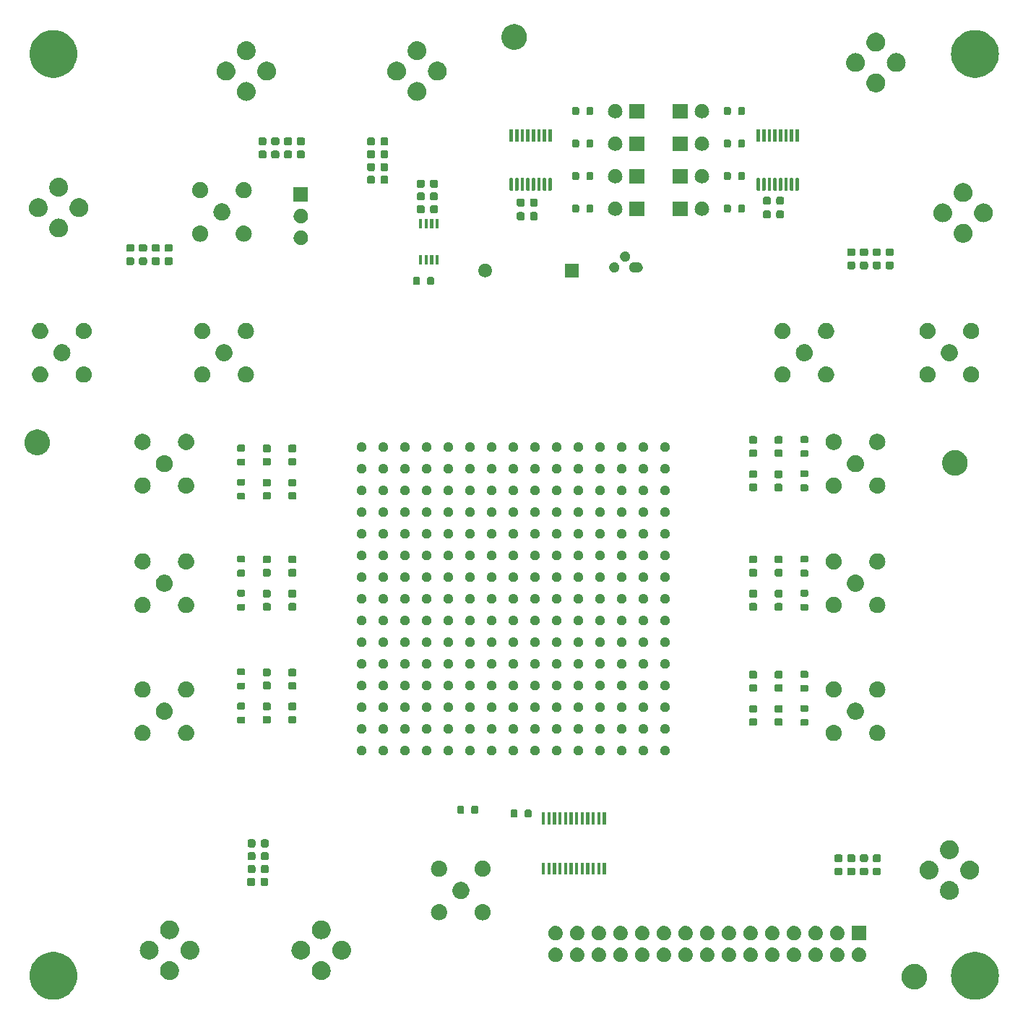
<source format=gbr>
%TF.GenerationSoftware,KiCad,Pcbnew,8.0.5*%
%TF.CreationDate,2024-11-07T20:20:18-05:00*%
%TF.ProjectId,huxley-rounded,6875786c-6579-42d7-926f-756e6465642e,rev?*%
%TF.SameCoordinates,Original*%
%TF.FileFunction,Soldermask,Top*%
%TF.FilePolarity,Negative*%
%FSLAX46Y46*%
G04 Gerber Fmt 4.6, Leading zero omitted, Abs format (unit mm)*
G04 Created by KiCad (PCBNEW 8.0.5) date 2024-11-07 20:20:18*
%MOMM*%
%LPD*%
G01*
G04 APERTURE LIST*
G04 APERTURE END LIST*
G36*
X51486215Y-158242538D02*
G01*
X51803049Y-158317629D01*
X52109023Y-158428995D01*
X52400000Y-158575129D01*
X52672044Y-158754055D01*
X52921477Y-158963354D01*
X53144924Y-159200195D01*
X53339366Y-159461375D01*
X53502171Y-159743362D01*
X53631139Y-160042344D01*
X53724526Y-160354276D01*
X53781067Y-160674940D01*
X53800000Y-161000000D01*
X53781067Y-161325060D01*
X53724526Y-161645724D01*
X53631139Y-161957656D01*
X53502171Y-162256638D01*
X53339366Y-162538625D01*
X53144924Y-162799805D01*
X52921477Y-163036646D01*
X52672044Y-163245945D01*
X52400000Y-163424871D01*
X52109023Y-163571005D01*
X51803049Y-163682371D01*
X51486215Y-163757462D01*
X51162806Y-163795263D01*
X50837194Y-163795263D01*
X50513785Y-163757462D01*
X50196951Y-163682371D01*
X49890977Y-163571005D01*
X49600000Y-163424871D01*
X49327956Y-163245945D01*
X49078523Y-163036646D01*
X48855076Y-162799805D01*
X48660634Y-162538625D01*
X48497829Y-162256638D01*
X48368861Y-161957656D01*
X48275474Y-161645724D01*
X48218933Y-161325060D01*
X48200000Y-161000000D01*
X48218933Y-160674940D01*
X48275474Y-160354276D01*
X48368861Y-160042344D01*
X48497829Y-159743362D01*
X48660634Y-159461375D01*
X48855076Y-159200195D01*
X49078523Y-158963354D01*
X49327956Y-158754055D01*
X49600000Y-158575129D01*
X49890977Y-158428995D01*
X50196951Y-158317629D01*
X50513785Y-158242538D01*
X50837194Y-158204737D01*
X51162806Y-158204737D01*
X51486215Y-158242538D01*
G37*
G36*
X159486215Y-158242538D02*
G01*
X159803049Y-158317629D01*
X160109023Y-158428995D01*
X160400000Y-158575129D01*
X160672044Y-158754055D01*
X160921477Y-158963354D01*
X161144924Y-159200195D01*
X161339366Y-159461375D01*
X161502171Y-159743362D01*
X161631139Y-160042344D01*
X161724526Y-160354276D01*
X161781067Y-160674940D01*
X161800000Y-161000000D01*
X161781067Y-161325060D01*
X161724526Y-161645724D01*
X161631139Y-161957656D01*
X161502171Y-162256638D01*
X161339366Y-162538625D01*
X161144924Y-162799805D01*
X160921477Y-163036646D01*
X160672044Y-163245945D01*
X160400000Y-163424871D01*
X160109023Y-163571005D01*
X159803049Y-163682371D01*
X159486215Y-163757462D01*
X159162806Y-163795263D01*
X158837194Y-163795263D01*
X158513785Y-163757462D01*
X158196951Y-163682371D01*
X157890977Y-163571005D01*
X157600000Y-163424871D01*
X157327956Y-163245945D01*
X157078523Y-163036646D01*
X156855076Y-162799805D01*
X156660634Y-162538625D01*
X156497829Y-162256638D01*
X156368861Y-161957656D01*
X156275474Y-161645724D01*
X156218933Y-161325060D01*
X156200000Y-161000000D01*
X156218933Y-160674940D01*
X156275474Y-160354276D01*
X156368861Y-160042344D01*
X156497829Y-159743362D01*
X156660634Y-159461375D01*
X156855076Y-159200195D01*
X157078523Y-158963354D01*
X157327956Y-158754055D01*
X157600000Y-158575129D01*
X157890977Y-158428995D01*
X158196951Y-158317629D01*
X158513785Y-158242538D01*
X158837194Y-158204737D01*
X159162806Y-158204737D01*
X159486215Y-158242538D01*
G37*
G36*
X151960189Y-159605123D02*
G01*
X152023869Y-159605123D01*
X152080709Y-159614608D01*
X152134594Y-159618849D01*
X152199492Y-159634429D01*
X152268228Y-159645900D01*
X152316977Y-159662635D01*
X152363405Y-159673782D01*
X152430981Y-159701772D01*
X152502543Y-159726340D01*
X152542514Y-159747971D01*
X152580810Y-159763834D01*
X152648686Y-159805428D01*
X152720422Y-159844250D01*
X152751463Y-159868410D01*
X152781451Y-159886787D01*
X152846985Y-159942758D01*
X152915922Y-159996414D01*
X152938408Y-160020840D01*
X152960387Y-160039612D01*
X153020737Y-160110273D01*
X153083711Y-160178681D01*
X153098514Y-160201339D01*
X153113212Y-160218548D01*
X153165441Y-160303778D01*
X153219211Y-160386079D01*
X153227612Y-160405232D01*
X153236165Y-160419189D01*
X153277383Y-160518698D01*
X153318726Y-160612951D01*
X153322347Y-160627252D01*
X153326217Y-160636594D01*
X153353663Y-160750914D01*
X153379542Y-160853108D01*
X153380250Y-160861658D01*
X153381150Y-160865405D01*
X153392292Y-161006983D01*
X153400000Y-161100000D01*
X153392291Y-161193024D01*
X153381150Y-161334594D01*
X153380250Y-161338340D01*
X153379542Y-161346892D01*
X153353658Y-161449103D01*
X153326217Y-161563405D01*
X153322348Y-161572744D01*
X153318726Y-161587049D01*
X153277375Y-161681318D01*
X153236165Y-161780810D01*
X153227614Y-161794763D01*
X153219211Y-161813921D01*
X153165431Y-161896237D01*
X153113212Y-161981451D01*
X153098517Y-161998656D01*
X153083711Y-162021319D01*
X153020725Y-162089739D01*
X152960387Y-162160387D01*
X152938412Y-162179155D01*
X152915922Y-162203586D01*
X152846972Y-162257251D01*
X152781451Y-162313212D01*
X152751469Y-162331584D01*
X152720422Y-162355750D01*
X152648672Y-162394578D01*
X152580810Y-162436165D01*
X152542522Y-162452024D01*
X152502543Y-162473660D01*
X152430966Y-162498231D01*
X152363405Y-162526217D01*
X152316987Y-162537360D01*
X152268228Y-162554100D01*
X152199479Y-162565572D01*
X152134594Y-162581150D01*
X152080721Y-162585389D01*
X152023869Y-162594877D01*
X151960176Y-162594877D01*
X151900000Y-162599613D01*
X151839823Y-162594877D01*
X151776131Y-162594877D01*
X151719279Y-162585390D01*
X151665405Y-162581150D01*
X151600517Y-162565571D01*
X151531772Y-162554100D01*
X151483014Y-162537361D01*
X151436594Y-162526217D01*
X151369027Y-162498229D01*
X151297457Y-162473660D01*
X151257480Y-162452025D01*
X151219189Y-162436165D01*
X151151319Y-162394574D01*
X151079578Y-162355750D01*
X151048534Y-162331587D01*
X151018548Y-162313212D01*
X150953016Y-162257242D01*
X150884078Y-162203586D01*
X150861591Y-162179159D01*
X150839612Y-162160387D01*
X150779260Y-162089724D01*
X150716289Y-162021319D01*
X150701486Y-161998661D01*
X150686787Y-161981451D01*
X150634552Y-161896212D01*
X150580789Y-161813921D01*
X150572388Y-161794769D01*
X150563834Y-161780810D01*
X150522606Y-161681277D01*
X150481274Y-161587049D01*
X150477653Y-161572751D01*
X150473782Y-161563405D01*
X150446322Y-161449027D01*
X150420458Y-161346892D01*
X150419749Y-161338346D01*
X150418849Y-161334594D01*
X150407688Y-161192783D01*
X150400000Y-161100000D01*
X150407687Y-161007223D01*
X150418849Y-160865405D01*
X150419750Y-160861651D01*
X150420458Y-160853108D01*
X150446317Y-160750990D01*
X150473782Y-160636594D01*
X150477653Y-160627246D01*
X150481274Y-160612951D01*
X150522598Y-160518739D01*
X150563834Y-160419189D01*
X150572389Y-160405226D01*
X150580789Y-160386079D01*
X150634542Y-160303802D01*
X150686787Y-160218548D01*
X150701488Y-160201334D01*
X150716289Y-160178681D01*
X150779248Y-160110288D01*
X150839612Y-160039612D01*
X150861595Y-160020836D01*
X150884078Y-159996414D01*
X150953002Y-159942767D01*
X151018548Y-159886787D01*
X151048540Y-159868407D01*
X151079578Y-159844250D01*
X151151305Y-159805433D01*
X151219189Y-159763834D01*
X151257488Y-159747969D01*
X151297457Y-159726340D01*
X151369013Y-159701774D01*
X151436594Y-159673782D01*
X151483024Y-159662634D01*
X151531772Y-159645900D01*
X151600503Y-159634430D01*
X151665405Y-159618849D01*
X151719290Y-159614608D01*
X151776131Y-159605123D01*
X151839811Y-159605123D01*
X151900000Y-159600386D01*
X151960189Y-159605123D01*
G37*
G36*
X64660819Y-159287413D02*
G01*
X64714347Y-159287413D01*
X64761437Y-159296215D01*
X64804177Y-159299955D01*
X64856640Y-159314012D01*
X64914770Y-159324879D01*
X64954195Y-159340152D01*
X64990133Y-159349782D01*
X65044540Y-159375152D01*
X65104896Y-159398534D01*
X65136045Y-159417820D01*
X65164613Y-159431142D01*
X65218501Y-159468875D01*
X65278251Y-159505871D01*
X65301156Y-159526751D01*
X65322307Y-159541562D01*
X65372899Y-159592154D01*
X65428931Y-159643234D01*
X65444205Y-159663460D01*
X65458437Y-159677692D01*
X65502834Y-159741097D01*
X65551805Y-159805945D01*
X65560577Y-159823563D01*
X65568857Y-159835387D01*
X65604103Y-159910973D01*
X65642689Y-159988464D01*
X65646526Y-160001951D01*
X65650217Y-160009866D01*
X65673478Y-160096677D01*
X65698487Y-160184575D01*
X65699257Y-160192885D01*
X65700044Y-160195822D01*
X65708744Y-160295266D01*
X65717300Y-160387600D01*
X65708743Y-160479941D01*
X65700044Y-160579377D01*
X65699257Y-160582313D01*
X65698487Y-160590625D01*
X65673473Y-160678538D01*
X65650217Y-160765333D01*
X65646527Y-160773245D01*
X65642689Y-160786736D01*
X65604100Y-160864232D01*
X65568857Y-160939813D01*
X65560578Y-160951636D01*
X65551805Y-160969255D01*
X65502828Y-161034109D01*
X65458437Y-161097507D01*
X65444208Y-161111735D01*
X65428931Y-161131966D01*
X65372888Y-161183055D01*
X65322307Y-161233637D01*
X65301160Y-161248443D01*
X65278251Y-161269329D01*
X65218489Y-161306332D01*
X65164613Y-161344057D01*
X65136052Y-161357374D01*
X65104896Y-161376666D01*
X65044527Y-161400052D01*
X64990133Y-161425417D01*
X64954204Y-161435044D01*
X64914770Y-161450321D01*
X64856627Y-161461189D01*
X64804177Y-161475244D01*
X64761447Y-161478982D01*
X64714347Y-161487787D01*
X64660807Y-161487787D01*
X64612400Y-161492022D01*
X64563993Y-161487787D01*
X64510453Y-161487787D01*
X64463353Y-161478982D01*
X64420622Y-161475244D01*
X64368168Y-161461189D01*
X64310030Y-161450321D01*
X64270597Y-161435044D01*
X64234666Y-161425417D01*
X64180266Y-161400050D01*
X64119904Y-161376666D01*
X64088750Y-161357376D01*
X64060186Y-161344057D01*
X64006302Y-161306326D01*
X63946549Y-161269329D01*
X63923642Y-161248446D01*
X63902492Y-161233637D01*
X63851900Y-161183045D01*
X63795869Y-161131966D01*
X63780594Y-161111739D01*
X63766362Y-161097507D01*
X63721957Y-161034091D01*
X63672995Y-160969255D01*
X63664224Y-160951641D01*
X63655942Y-160939813D01*
X63620684Y-160864201D01*
X63582111Y-160786736D01*
X63578274Y-160773251D01*
X63574582Y-160765333D01*
X63551309Y-160678478D01*
X63526313Y-160590625D01*
X63525543Y-160582319D01*
X63524755Y-160579377D01*
X63516038Y-160479748D01*
X63507500Y-160387600D01*
X63516038Y-160295459D01*
X63524755Y-160195822D01*
X63525543Y-160192879D01*
X63526313Y-160184575D01*
X63551304Y-160096738D01*
X63574582Y-160009866D01*
X63578274Y-160001946D01*
X63582111Y-159988464D01*
X63620681Y-159911005D01*
X63655942Y-159835387D01*
X63664224Y-159823558D01*
X63672995Y-159805945D01*
X63721951Y-159741116D01*
X63766362Y-159677692D01*
X63780598Y-159663455D01*
X63795869Y-159643234D01*
X63851888Y-159592165D01*
X63902492Y-159541562D01*
X63923646Y-159526749D01*
X63946549Y-159505871D01*
X64006295Y-159468877D01*
X64060187Y-159431142D01*
X64088754Y-159417820D01*
X64119904Y-159398534D01*
X64180255Y-159375153D01*
X64234666Y-159349782D01*
X64270606Y-159340151D01*
X64310030Y-159324879D01*
X64368156Y-159314013D01*
X64420622Y-159299955D01*
X64463363Y-159296215D01*
X64510453Y-159287413D01*
X64563981Y-159287413D01*
X64612400Y-159283177D01*
X64660819Y-159287413D01*
G37*
G36*
X82436019Y-159287413D02*
G01*
X82489547Y-159287413D01*
X82536637Y-159296215D01*
X82579377Y-159299955D01*
X82631840Y-159314012D01*
X82689970Y-159324879D01*
X82729395Y-159340152D01*
X82765333Y-159349782D01*
X82819740Y-159375152D01*
X82880096Y-159398534D01*
X82911245Y-159417820D01*
X82939813Y-159431142D01*
X82993701Y-159468875D01*
X83053451Y-159505871D01*
X83076356Y-159526751D01*
X83097507Y-159541562D01*
X83148099Y-159592154D01*
X83204131Y-159643234D01*
X83219405Y-159663460D01*
X83233637Y-159677692D01*
X83278034Y-159741097D01*
X83327005Y-159805945D01*
X83335777Y-159823563D01*
X83344057Y-159835387D01*
X83379303Y-159910973D01*
X83417889Y-159988464D01*
X83421726Y-160001951D01*
X83425417Y-160009866D01*
X83448678Y-160096677D01*
X83473687Y-160184575D01*
X83474457Y-160192885D01*
X83475244Y-160195822D01*
X83483944Y-160295266D01*
X83492500Y-160387600D01*
X83483943Y-160479941D01*
X83475244Y-160579377D01*
X83474457Y-160582313D01*
X83473687Y-160590625D01*
X83448673Y-160678538D01*
X83425417Y-160765333D01*
X83421727Y-160773245D01*
X83417889Y-160786736D01*
X83379300Y-160864232D01*
X83344057Y-160939813D01*
X83335778Y-160951636D01*
X83327005Y-160969255D01*
X83278028Y-161034109D01*
X83233637Y-161097507D01*
X83219408Y-161111735D01*
X83204131Y-161131966D01*
X83148088Y-161183055D01*
X83097507Y-161233637D01*
X83076360Y-161248443D01*
X83053451Y-161269329D01*
X82993689Y-161306332D01*
X82939813Y-161344057D01*
X82911252Y-161357374D01*
X82880096Y-161376666D01*
X82819727Y-161400052D01*
X82765333Y-161425417D01*
X82729404Y-161435044D01*
X82689970Y-161450321D01*
X82631827Y-161461189D01*
X82579377Y-161475244D01*
X82536647Y-161478982D01*
X82489547Y-161487787D01*
X82436007Y-161487787D01*
X82387600Y-161492022D01*
X82339193Y-161487787D01*
X82285653Y-161487787D01*
X82238553Y-161478982D01*
X82195822Y-161475244D01*
X82143368Y-161461189D01*
X82085230Y-161450321D01*
X82045797Y-161435044D01*
X82009866Y-161425417D01*
X81955466Y-161400050D01*
X81895104Y-161376666D01*
X81863950Y-161357376D01*
X81835386Y-161344057D01*
X81781502Y-161306326D01*
X81721749Y-161269329D01*
X81698842Y-161248446D01*
X81677692Y-161233637D01*
X81627100Y-161183045D01*
X81571069Y-161131966D01*
X81555794Y-161111739D01*
X81541562Y-161097507D01*
X81497157Y-161034091D01*
X81448195Y-160969255D01*
X81439424Y-160951641D01*
X81431142Y-160939813D01*
X81395884Y-160864201D01*
X81357311Y-160786736D01*
X81353474Y-160773251D01*
X81349782Y-160765333D01*
X81326509Y-160678478D01*
X81301513Y-160590625D01*
X81300743Y-160582319D01*
X81299955Y-160579377D01*
X81291238Y-160479748D01*
X81282700Y-160387600D01*
X81291238Y-160295459D01*
X81299955Y-160195822D01*
X81300743Y-160192879D01*
X81301513Y-160184575D01*
X81326504Y-160096738D01*
X81349782Y-160009866D01*
X81353474Y-160001946D01*
X81357311Y-159988464D01*
X81395881Y-159911005D01*
X81431142Y-159835387D01*
X81439424Y-159823558D01*
X81448195Y-159805945D01*
X81497151Y-159741116D01*
X81541562Y-159677692D01*
X81555798Y-159663455D01*
X81571069Y-159643234D01*
X81627088Y-159592165D01*
X81677692Y-159541562D01*
X81698846Y-159526749D01*
X81721749Y-159505871D01*
X81781495Y-159468877D01*
X81835387Y-159431142D01*
X81863954Y-159417820D01*
X81895104Y-159398534D01*
X81955455Y-159375153D01*
X82009866Y-159349782D01*
X82045806Y-159340151D01*
X82085230Y-159324879D01*
X82143356Y-159314013D01*
X82195822Y-159299955D01*
X82238563Y-159296215D01*
X82285653Y-159287413D01*
X82339181Y-159287413D01*
X82387600Y-159283177D01*
X82436019Y-159287413D01*
G37*
G36*
X109881140Y-157694656D02*
G01*
X109928849Y-157694656D01*
X109970045Y-157703412D01*
X110005706Y-157706925D01*
X110050513Y-157720516D01*
X110102664Y-157731602D01*
X110136030Y-157746457D01*
X110165052Y-157755261D01*
X110211167Y-157779910D01*
X110265000Y-157803878D01*
X110290031Y-157822064D01*
X110311897Y-157833752D01*
X110356497Y-157870355D01*
X110408761Y-157908327D01*
X110425731Y-157927174D01*
X110440612Y-157939387D01*
X110480608Y-157988122D01*
X110527664Y-158040383D01*
X110537547Y-158057502D01*
X110546247Y-158068102D01*
X110578427Y-158128307D01*
X110616514Y-158194274D01*
X110620894Y-158207757D01*
X110624738Y-158214947D01*
X110645926Y-158284796D01*
X110671425Y-158363275D01*
X110672322Y-158371816D01*
X110673074Y-158374293D01*
X110680385Y-158448522D01*
X110690000Y-158540000D01*
X110680384Y-158631485D01*
X110673074Y-158705706D01*
X110672322Y-158708182D01*
X110671425Y-158716725D01*
X110645921Y-158795217D01*
X110624738Y-158865052D01*
X110620895Y-158872240D01*
X110616514Y-158885726D01*
X110578420Y-158951704D01*
X110546247Y-159011897D01*
X110537549Y-159022494D01*
X110527664Y-159039617D01*
X110480599Y-159091888D01*
X110440612Y-159140612D01*
X110425734Y-159152821D01*
X110408761Y-159171673D01*
X110356486Y-159209652D01*
X110311897Y-159246247D01*
X110290036Y-159257931D01*
X110265000Y-159276122D01*
X110211155Y-159300094D01*
X110165052Y-159324738D01*
X110136037Y-159333539D01*
X110102664Y-159348398D01*
X110050502Y-159359485D01*
X110005706Y-159373074D01*
X109970053Y-159376585D01*
X109928849Y-159385344D01*
X109881130Y-159385344D01*
X109840000Y-159389395D01*
X109798870Y-159385344D01*
X109751151Y-159385344D01*
X109709946Y-159376585D01*
X109674293Y-159373074D01*
X109629493Y-159359484D01*
X109577336Y-159348398D01*
X109543964Y-159333540D01*
X109514947Y-159324738D01*
X109468838Y-159300092D01*
X109415000Y-159276122D01*
X109389966Y-159257933D01*
X109368102Y-159246247D01*
X109323504Y-159209646D01*
X109271239Y-159171673D01*
X109254267Y-159152824D01*
X109239387Y-159140612D01*
X109199389Y-159091875D01*
X109152336Y-159039617D01*
X109142452Y-159022498D01*
X109133752Y-159011897D01*
X109101565Y-158951681D01*
X109063486Y-158885726D01*
X109059105Y-158872245D01*
X109055261Y-158865052D01*
X109034063Y-158795171D01*
X109008575Y-158716725D01*
X109007677Y-158708187D01*
X109006925Y-158705706D01*
X108999599Y-158631334D01*
X108990000Y-158540000D01*
X108999598Y-158448674D01*
X109006925Y-158374293D01*
X109007677Y-158371811D01*
X109008575Y-158363275D01*
X109034058Y-158284842D01*
X109055261Y-158214947D01*
X109059106Y-158207752D01*
X109063486Y-158194274D01*
X109101558Y-158128330D01*
X109133752Y-158068102D01*
X109142454Y-158057498D01*
X109152336Y-158040383D01*
X109199380Y-157988134D01*
X109239387Y-157939387D01*
X109254271Y-157927171D01*
X109271239Y-157908327D01*
X109323493Y-157870361D01*
X109368102Y-157833752D01*
X109389971Y-157822062D01*
X109415000Y-157803878D01*
X109468826Y-157779912D01*
X109514947Y-157755261D01*
X109543971Y-157746456D01*
X109577336Y-157731602D01*
X109629482Y-157720517D01*
X109674293Y-157706925D01*
X109709955Y-157703412D01*
X109751151Y-157694656D01*
X109798860Y-157694656D01*
X109840000Y-157690604D01*
X109881140Y-157694656D01*
G37*
G36*
X112421140Y-157694656D02*
G01*
X112468849Y-157694656D01*
X112510045Y-157703412D01*
X112545706Y-157706925D01*
X112590513Y-157720516D01*
X112642664Y-157731602D01*
X112676030Y-157746457D01*
X112705052Y-157755261D01*
X112751167Y-157779910D01*
X112805000Y-157803878D01*
X112830031Y-157822064D01*
X112851897Y-157833752D01*
X112896497Y-157870355D01*
X112948761Y-157908327D01*
X112965731Y-157927174D01*
X112980612Y-157939387D01*
X113020608Y-157988122D01*
X113067664Y-158040383D01*
X113077547Y-158057502D01*
X113086247Y-158068102D01*
X113118427Y-158128307D01*
X113156514Y-158194274D01*
X113160894Y-158207757D01*
X113164738Y-158214947D01*
X113185926Y-158284796D01*
X113211425Y-158363275D01*
X113212322Y-158371816D01*
X113213074Y-158374293D01*
X113220385Y-158448522D01*
X113230000Y-158540000D01*
X113220384Y-158631485D01*
X113213074Y-158705706D01*
X113212322Y-158708182D01*
X113211425Y-158716725D01*
X113185921Y-158795217D01*
X113164738Y-158865052D01*
X113160895Y-158872240D01*
X113156514Y-158885726D01*
X113118420Y-158951704D01*
X113086247Y-159011897D01*
X113077549Y-159022494D01*
X113067664Y-159039617D01*
X113020599Y-159091888D01*
X112980612Y-159140612D01*
X112965734Y-159152821D01*
X112948761Y-159171673D01*
X112896486Y-159209652D01*
X112851897Y-159246247D01*
X112830036Y-159257931D01*
X112805000Y-159276122D01*
X112751155Y-159300094D01*
X112705052Y-159324738D01*
X112676037Y-159333539D01*
X112642664Y-159348398D01*
X112590502Y-159359485D01*
X112545706Y-159373074D01*
X112510053Y-159376585D01*
X112468849Y-159385344D01*
X112421130Y-159385344D01*
X112380000Y-159389395D01*
X112338870Y-159385344D01*
X112291151Y-159385344D01*
X112249946Y-159376585D01*
X112214293Y-159373074D01*
X112169493Y-159359484D01*
X112117336Y-159348398D01*
X112083964Y-159333540D01*
X112054947Y-159324738D01*
X112008838Y-159300092D01*
X111955000Y-159276122D01*
X111929966Y-159257933D01*
X111908102Y-159246247D01*
X111863504Y-159209646D01*
X111811239Y-159171673D01*
X111794267Y-159152824D01*
X111779387Y-159140612D01*
X111739389Y-159091875D01*
X111692336Y-159039617D01*
X111682452Y-159022498D01*
X111673752Y-159011897D01*
X111641565Y-158951681D01*
X111603486Y-158885726D01*
X111599105Y-158872245D01*
X111595261Y-158865052D01*
X111574063Y-158795171D01*
X111548575Y-158716725D01*
X111547677Y-158708187D01*
X111546925Y-158705706D01*
X111539599Y-158631334D01*
X111530000Y-158540000D01*
X111539598Y-158448674D01*
X111546925Y-158374293D01*
X111547677Y-158371811D01*
X111548575Y-158363275D01*
X111574058Y-158284842D01*
X111595261Y-158214947D01*
X111599106Y-158207752D01*
X111603486Y-158194274D01*
X111641558Y-158128330D01*
X111673752Y-158068102D01*
X111682454Y-158057498D01*
X111692336Y-158040383D01*
X111739380Y-157988134D01*
X111779387Y-157939387D01*
X111794271Y-157927171D01*
X111811239Y-157908327D01*
X111863493Y-157870361D01*
X111908102Y-157833752D01*
X111929971Y-157822062D01*
X111955000Y-157803878D01*
X112008826Y-157779912D01*
X112054947Y-157755261D01*
X112083971Y-157746456D01*
X112117336Y-157731602D01*
X112169482Y-157720517D01*
X112214293Y-157706925D01*
X112249955Y-157703412D01*
X112291151Y-157694656D01*
X112338860Y-157694656D01*
X112380000Y-157690604D01*
X112421140Y-157694656D01*
G37*
G36*
X114961140Y-157694656D02*
G01*
X115008849Y-157694656D01*
X115050045Y-157703412D01*
X115085706Y-157706925D01*
X115130513Y-157720516D01*
X115182664Y-157731602D01*
X115216030Y-157746457D01*
X115245052Y-157755261D01*
X115291167Y-157779910D01*
X115345000Y-157803878D01*
X115370031Y-157822064D01*
X115391897Y-157833752D01*
X115436497Y-157870355D01*
X115488761Y-157908327D01*
X115505731Y-157927174D01*
X115520612Y-157939387D01*
X115560608Y-157988122D01*
X115607664Y-158040383D01*
X115617547Y-158057502D01*
X115626247Y-158068102D01*
X115658427Y-158128307D01*
X115696514Y-158194274D01*
X115700894Y-158207757D01*
X115704738Y-158214947D01*
X115725926Y-158284796D01*
X115751425Y-158363275D01*
X115752322Y-158371816D01*
X115753074Y-158374293D01*
X115760385Y-158448522D01*
X115770000Y-158540000D01*
X115760384Y-158631485D01*
X115753074Y-158705706D01*
X115752322Y-158708182D01*
X115751425Y-158716725D01*
X115725921Y-158795217D01*
X115704738Y-158865052D01*
X115700895Y-158872240D01*
X115696514Y-158885726D01*
X115658420Y-158951704D01*
X115626247Y-159011897D01*
X115617549Y-159022494D01*
X115607664Y-159039617D01*
X115560599Y-159091888D01*
X115520612Y-159140612D01*
X115505734Y-159152821D01*
X115488761Y-159171673D01*
X115436486Y-159209652D01*
X115391897Y-159246247D01*
X115370036Y-159257931D01*
X115345000Y-159276122D01*
X115291155Y-159300094D01*
X115245052Y-159324738D01*
X115216037Y-159333539D01*
X115182664Y-159348398D01*
X115130502Y-159359485D01*
X115085706Y-159373074D01*
X115050053Y-159376585D01*
X115008849Y-159385344D01*
X114961130Y-159385344D01*
X114920000Y-159389395D01*
X114878870Y-159385344D01*
X114831151Y-159385344D01*
X114789946Y-159376585D01*
X114754293Y-159373074D01*
X114709493Y-159359484D01*
X114657336Y-159348398D01*
X114623964Y-159333540D01*
X114594947Y-159324738D01*
X114548838Y-159300092D01*
X114495000Y-159276122D01*
X114469966Y-159257933D01*
X114448102Y-159246247D01*
X114403504Y-159209646D01*
X114351239Y-159171673D01*
X114334267Y-159152824D01*
X114319387Y-159140612D01*
X114279389Y-159091875D01*
X114232336Y-159039617D01*
X114222452Y-159022498D01*
X114213752Y-159011897D01*
X114181565Y-158951681D01*
X114143486Y-158885726D01*
X114139105Y-158872245D01*
X114135261Y-158865052D01*
X114114063Y-158795171D01*
X114088575Y-158716725D01*
X114087677Y-158708187D01*
X114086925Y-158705706D01*
X114079599Y-158631334D01*
X114070000Y-158540000D01*
X114079598Y-158448674D01*
X114086925Y-158374293D01*
X114087677Y-158371811D01*
X114088575Y-158363275D01*
X114114058Y-158284842D01*
X114135261Y-158214947D01*
X114139106Y-158207752D01*
X114143486Y-158194274D01*
X114181558Y-158128330D01*
X114213752Y-158068102D01*
X114222454Y-158057498D01*
X114232336Y-158040383D01*
X114279380Y-157988134D01*
X114319387Y-157939387D01*
X114334271Y-157927171D01*
X114351239Y-157908327D01*
X114403493Y-157870361D01*
X114448102Y-157833752D01*
X114469971Y-157822062D01*
X114495000Y-157803878D01*
X114548826Y-157779912D01*
X114594947Y-157755261D01*
X114623971Y-157746456D01*
X114657336Y-157731602D01*
X114709482Y-157720517D01*
X114754293Y-157706925D01*
X114789955Y-157703412D01*
X114831151Y-157694656D01*
X114878860Y-157694656D01*
X114920000Y-157690604D01*
X114961140Y-157694656D01*
G37*
G36*
X117501140Y-157694656D02*
G01*
X117548849Y-157694656D01*
X117590045Y-157703412D01*
X117625706Y-157706925D01*
X117670513Y-157720516D01*
X117722664Y-157731602D01*
X117756030Y-157746457D01*
X117785052Y-157755261D01*
X117831167Y-157779910D01*
X117885000Y-157803878D01*
X117910031Y-157822064D01*
X117931897Y-157833752D01*
X117976497Y-157870355D01*
X118028761Y-157908327D01*
X118045731Y-157927174D01*
X118060612Y-157939387D01*
X118100608Y-157988122D01*
X118147664Y-158040383D01*
X118157547Y-158057502D01*
X118166247Y-158068102D01*
X118198427Y-158128307D01*
X118236514Y-158194274D01*
X118240894Y-158207757D01*
X118244738Y-158214947D01*
X118265926Y-158284796D01*
X118291425Y-158363275D01*
X118292322Y-158371816D01*
X118293074Y-158374293D01*
X118300385Y-158448522D01*
X118310000Y-158540000D01*
X118300384Y-158631485D01*
X118293074Y-158705706D01*
X118292322Y-158708182D01*
X118291425Y-158716725D01*
X118265921Y-158795217D01*
X118244738Y-158865052D01*
X118240895Y-158872240D01*
X118236514Y-158885726D01*
X118198420Y-158951704D01*
X118166247Y-159011897D01*
X118157549Y-159022494D01*
X118147664Y-159039617D01*
X118100599Y-159091888D01*
X118060612Y-159140612D01*
X118045734Y-159152821D01*
X118028761Y-159171673D01*
X117976486Y-159209652D01*
X117931897Y-159246247D01*
X117910036Y-159257931D01*
X117885000Y-159276122D01*
X117831155Y-159300094D01*
X117785052Y-159324738D01*
X117756037Y-159333539D01*
X117722664Y-159348398D01*
X117670502Y-159359485D01*
X117625706Y-159373074D01*
X117590053Y-159376585D01*
X117548849Y-159385344D01*
X117501130Y-159385344D01*
X117460000Y-159389395D01*
X117418870Y-159385344D01*
X117371151Y-159385344D01*
X117329946Y-159376585D01*
X117294293Y-159373074D01*
X117249493Y-159359484D01*
X117197336Y-159348398D01*
X117163964Y-159333540D01*
X117134947Y-159324738D01*
X117088838Y-159300092D01*
X117035000Y-159276122D01*
X117009966Y-159257933D01*
X116988102Y-159246247D01*
X116943504Y-159209646D01*
X116891239Y-159171673D01*
X116874267Y-159152824D01*
X116859387Y-159140612D01*
X116819389Y-159091875D01*
X116772336Y-159039617D01*
X116762452Y-159022498D01*
X116753752Y-159011897D01*
X116721565Y-158951681D01*
X116683486Y-158885726D01*
X116679105Y-158872245D01*
X116675261Y-158865052D01*
X116654063Y-158795171D01*
X116628575Y-158716725D01*
X116627677Y-158708187D01*
X116626925Y-158705706D01*
X116619599Y-158631334D01*
X116610000Y-158540000D01*
X116619598Y-158448674D01*
X116626925Y-158374293D01*
X116627677Y-158371811D01*
X116628575Y-158363275D01*
X116654058Y-158284842D01*
X116675261Y-158214947D01*
X116679106Y-158207752D01*
X116683486Y-158194274D01*
X116721558Y-158128330D01*
X116753752Y-158068102D01*
X116762454Y-158057498D01*
X116772336Y-158040383D01*
X116819380Y-157988134D01*
X116859387Y-157939387D01*
X116874271Y-157927171D01*
X116891239Y-157908327D01*
X116943493Y-157870361D01*
X116988102Y-157833752D01*
X117009971Y-157822062D01*
X117035000Y-157803878D01*
X117088826Y-157779912D01*
X117134947Y-157755261D01*
X117163971Y-157746456D01*
X117197336Y-157731602D01*
X117249482Y-157720517D01*
X117294293Y-157706925D01*
X117329955Y-157703412D01*
X117371151Y-157694656D01*
X117418860Y-157694656D01*
X117460000Y-157690604D01*
X117501140Y-157694656D01*
G37*
G36*
X120041140Y-157694656D02*
G01*
X120088849Y-157694656D01*
X120130045Y-157703412D01*
X120165706Y-157706925D01*
X120210513Y-157720516D01*
X120262664Y-157731602D01*
X120296030Y-157746457D01*
X120325052Y-157755261D01*
X120371167Y-157779910D01*
X120425000Y-157803878D01*
X120450031Y-157822064D01*
X120471897Y-157833752D01*
X120516497Y-157870355D01*
X120568761Y-157908327D01*
X120585731Y-157927174D01*
X120600612Y-157939387D01*
X120640608Y-157988122D01*
X120687664Y-158040383D01*
X120697547Y-158057502D01*
X120706247Y-158068102D01*
X120738427Y-158128307D01*
X120776514Y-158194274D01*
X120780894Y-158207757D01*
X120784738Y-158214947D01*
X120805926Y-158284796D01*
X120831425Y-158363275D01*
X120832322Y-158371816D01*
X120833074Y-158374293D01*
X120840385Y-158448522D01*
X120850000Y-158540000D01*
X120840384Y-158631485D01*
X120833074Y-158705706D01*
X120832322Y-158708182D01*
X120831425Y-158716725D01*
X120805921Y-158795217D01*
X120784738Y-158865052D01*
X120780895Y-158872240D01*
X120776514Y-158885726D01*
X120738420Y-158951704D01*
X120706247Y-159011897D01*
X120697549Y-159022494D01*
X120687664Y-159039617D01*
X120640599Y-159091888D01*
X120600612Y-159140612D01*
X120585734Y-159152821D01*
X120568761Y-159171673D01*
X120516486Y-159209652D01*
X120471897Y-159246247D01*
X120450036Y-159257931D01*
X120425000Y-159276122D01*
X120371155Y-159300094D01*
X120325052Y-159324738D01*
X120296037Y-159333539D01*
X120262664Y-159348398D01*
X120210502Y-159359485D01*
X120165706Y-159373074D01*
X120130053Y-159376585D01*
X120088849Y-159385344D01*
X120041130Y-159385344D01*
X120000000Y-159389395D01*
X119958870Y-159385344D01*
X119911151Y-159385344D01*
X119869946Y-159376585D01*
X119834293Y-159373074D01*
X119789493Y-159359484D01*
X119737336Y-159348398D01*
X119703964Y-159333540D01*
X119674947Y-159324738D01*
X119628838Y-159300092D01*
X119575000Y-159276122D01*
X119549966Y-159257933D01*
X119528102Y-159246247D01*
X119483504Y-159209646D01*
X119431239Y-159171673D01*
X119414267Y-159152824D01*
X119399387Y-159140612D01*
X119359389Y-159091875D01*
X119312336Y-159039617D01*
X119302452Y-159022498D01*
X119293752Y-159011897D01*
X119261565Y-158951681D01*
X119223486Y-158885726D01*
X119219105Y-158872245D01*
X119215261Y-158865052D01*
X119194063Y-158795171D01*
X119168575Y-158716725D01*
X119167677Y-158708187D01*
X119166925Y-158705706D01*
X119159599Y-158631334D01*
X119150000Y-158540000D01*
X119159598Y-158448674D01*
X119166925Y-158374293D01*
X119167677Y-158371811D01*
X119168575Y-158363275D01*
X119194058Y-158284842D01*
X119215261Y-158214947D01*
X119219106Y-158207752D01*
X119223486Y-158194274D01*
X119261558Y-158128330D01*
X119293752Y-158068102D01*
X119302454Y-158057498D01*
X119312336Y-158040383D01*
X119359380Y-157988134D01*
X119399387Y-157939387D01*
X119414271Y-157927171D01*
X119431239Y-157908327D01*
X119483493Y-157870361D01*
X119528102Y-157833752D01*
X119549971Y-157822062D01*
X119575000Y-157803878D01*
X119628826Y-157779912D01*
X119674947Y-157755261D01*
X119703971Y-157746456D01*
X119737336Y-157731602D01*
X119789482Y-157720517D01*
X119834293Y-157706925D01*
X119869955Y-157703412D01*
X119911151Y-157694656D01*
X119958860Y-157694656D01*
X120000000Y-157690604D01*
X120041140Y-157694656D01*
G37*
G36*
X122581140Y-157694656D02*
G01*
X122628849Y-157694656D01*
X122670045Y-157703412D01*
X122705706Y-157706925D01*
X122750513Y-157720516D01*
X122802664Y-157731602D01*
X122836030Y-157746457D01*
X122865052Y-157755261D01*
X122911167Y-157779910D01*
X122965000Y-157803878D01*
X122990031Y-157822064D01*
X123011897Y-157833752D01*
X123056497Y-157870355D01*
X123108761Y-157908327D01*
X123125731Y-157927174D01*
X123140612Y-157939387D01*
X123180608Y-157988122D01*
X123227664Y-158040383D01*
X123237547Y-158057502D01*
X123246247Y-158068102D01*
X123278427Y-158128307D01*
X123316514Y-158194274D01*
X123320894Y-158207757D01*
X123324738Y-158214947D01*
X123345926Y-158284796D01*
X123371425Y-158363275D01*
X123372322Y-158371816D01*
X123373074Y-158374293D01*
X123380385Y-158448522D01*
X123390000Y-158540000D01*
X123380384Y-158631485D01*
X123373074Y-158705706D01*
X123372322Y-158708182D01*
X123371425Y-158716725D01*
X123345921Y-158795217D01*
X123324738Y-158865052D01*
X123320895Y-158872240D01*
X123316514Y-158885726D01*
X123278420Y-158951704D01*
X123246247Y-159011897D01*
X123237549Y-159022494D01*
X123227664Y-159039617D01*
X123180599Y-159091888D01*
X123140612Y-159140612D01*
X123125734Y-159152821D01*
X123108761Y-159171673D01*
X123056486Y-159209652D01*
X123011897Y-159246247D01*
X122990036Y-159257931D01*
X122965000Y-159276122D01*
X122911155Y-159300094D01*
X122865052Y-159324738D01*
X122836037Y-159333539D01*
X122802664Y-159348398D01*
X122750502Y-159359485D01*
X122705706Y-159373074D01*
X122670053Y-159376585D01*
X122628849Y-159385344D01*
X122581130Y-159385344D01*
X122540000Y-159389395D01*
X122498870Y-159385344D01*
X122451151Y-159385344D01*
X122409946Y-159376585D01*
X122374293Y-159373074D01*
X122329493Y-159359484D01*
X122277336Y-159348398D01*
X122243964Y-159333540D01*
X122214947Y-159324738D01*
X122168838Y-159300092D01*
X122115000Y-159276122D01*
X122089966Y-159257933D01*
X122068102Y-159246247D01*
X122023504Y-159209646D01*
X121971239Y-159171673D01*
X121954267Y-159152824D01*
X121939387Y-159140612D01*
X121899389Y-159091875D01*
X121852336Y-159039617D01*
X121842452Y-159022498D01*
X121833752Y-159011897D01*
X121801565Y-158951681D01*
X121763486Y-158885726D01*
X121759105Y-158872245D01*
X121755261Y-158865052D01*
X121734063Y-158795171D01*
X121708575Y-158716725D01*
X121707677Y-158708187D01*
X121706925Y-158705706D01*
X121699599Y-158631334D01*
X121690000Y-158540000D01*
X121699598Y-158448674D01*
X121706925Y-158374293D01*
X121707677Y-158371811D01*
X121708575Y-158363275D01*
X121734058Y-158284842D01*
X121755261Y-158214947D01*
X121759106Y-158207752D01*
X121763486Y-158194274D01*
X121801558Y-158128330D01*
X121833752Y-158068102D01*
X121842454Y-158057498D01*
X121852336Y-158040383D01*
X121899380Y-157988134D01*
X121939387Y-157939387D01*
X121954271Y-157927171D01*
X121971239Y-157908327D01*
X122023493Y-157870361D01*
X122068102Y-157833752D01*
X122089971Y-157822062D01*
X122115000Y-157803878D01*
X122168826Y-157779912D01*
X122214947Y-157755261D01*
X122243971Y-157746456D01*
X122277336Y-157731602D01*
X122329482Y-157720517D01*
X122374293Y-157706925D01*
X122409955Y-157703412D01*
X122451151Y-157694656D01*
X122498860Y-157694656D01*
X122540000Y-157690604D01*
X122581140Y-157694656D01*
G37*
G36*
X125121140Y-157694656D02*
G01*
X125168849Y-157694656D01*
X125210045Y-157703412D01*
X125245706Y-157706925D01*
X125290513Y-157720516D01*
X125342664Y-157731602D01*
X125376030Y-157746457D01*
X125405052Y-157755261D01*
X125451167Y-157779910D01*
X125505000Y-157803878D01*
X125530031Y-157822064D01*
X125551897Y-157833752D01*
X125596497Y-157870355D01*
X125648761Y-157908327D01*
X125665731Y-157927174D01*
X125680612Y-157939387D01*
X125720608Y-157988122D01*
X125767664Y-158040383D01*
X125777547Y-158057502D01*
X125786247Y-158068102D01*
X125818427Y-158128307D01*
X125856514Y-158194274D01*
X125860894Y-158207757D01*
X125864738Y-158214947D01*
X125885926Y-158284796D01*
X125911425Y-158363275D01*
X125912322Y-158371816D01*
X125913074Y-158374293D01*
X125920385Y-158448522D01*
X125930000Y-158540000D01*
X125920384Y-158631485D01*
X125913074Y-158705706D01*
X125912322Y-158708182D01*
X125911425Y-158716725D01*
X125885921Y-158795217D01*
X125864738Y-158865052D01*
X125860895Y-158872240D01*
X125856514Y-158885726D01*
X125818420Y-158951704D01*
X125786247Y-159011897D01*
X125777549Y-159022494D01*
X125767664Y-159039617D01*
X125720599Y-159091888D01*
X125680612Y-159140612D01*
X125665734Y-159152821D01*
X125648761Y-159171673D01*
X125596486Y-159209652D01*
X125551897Y-159246247D01*
X125530036Y-159257931D01*
X125505000Y-159276122D01*
X125451155Y-159300094D01*
X125405052Y-159324738D01*
X125376037Y-159333539D01*
X125342664Y-159348398D01*
X125290502Y-159359485D01*
X125245706Y-159373074D01*
X125210053Y-159376585D01*
X125168849Y-159385344D01*
X125121130Y-159385344D01*
X125080000Y-159389395D01*
X125038870Y-159385344D01*
X124991151Y-159385344D01*
X124949946Y-159376585D01*
X124914293Y-159373074D01*
X124869493Y-159359484D01*
X124817336Y-159348398D01*
X124783964Y-159333540D01*
X124754947Y-159324738D01*
X124708838Y-159300092D01*
X124655000Y-159276122D01*
X124629966Y-159257933D01*
X124608102Y-159246247D01*
X124563504Y-159209646D01*
X124511239Y-159171673D01*
X124494267Y-159152824D01*
X124479387Y-159140612D01*
X124439389Y-159091875D01*
X124392336Y-159039617D01*
X124382452Y-159022498D01*
X124373752Y-159011897D01*
X124341565Y-158951681D01*
X124303486Y-158885726D01*
X124299105Y-158872245D01*
X124295261Y-158865052D01*
X124274063Y-158795171D01*
X124248575Y-158716725D01*
X124247677Y-158708187D01*
X124246925Y-158705706D01*
X124239599Y-158631334D01*
X124230000Y-158540000D01*
X124239598Y-158448674D01*
X124246925Y-158374293D01*
X124247677Y-158371811D01*
X124248575Y-158363275D01*
X124274058Y-158284842D01*
X124295261Y-158214947D01*
X124299106Y-158207752D01*
X124303486Y-158194274D01*
X124341558Y-158128330D01*
X124373752Y-158068102D01*
X124382454Y-158057498D01*
X124392336Y-158040383D01*
X124439380Y-157988134D01*
X124479387Y-157939387D01*
X124494271Y-157927171D01*
X124511239Y-157908327D01*
X124563493Y-157870361D01*
X124608102Y-157833752D01*
X124629971Y-157822062D01*
X124655000Y-157803878D01*
X124708826Y-157779912D01*
X124754947Y-157755261D01*
X124783971Y-157746456D01*
X124817336Y-157731602D01*
X124869482Y-157720517D01*
X124914293Y-157706925D01*
X124949955Y-157703412D01*
X124991151Y-157694656D01*
X125038860Y-157694656D01*
X125080000Y-157690604D01*
X125121140Y-157694656D01*
G37*
G36*
X127661140Y-157694656D02*
G01*
X127708849Y-157694656D01*
X127750045Y-157703412D01*
X127785706Y-157706925D01*
X127830513Y-157720516D01*
X127882664Y-157731602D01*
X127916030Y-157746457D01*
X127945052Y-157755261D01*
X127991167Y-157779910D01*
X128045000Y-157803878D01*
X128070031Y-157822064D01*
X128091897Y-157833752D01*
X128136497Y-157870355D01*
X128188761Y-157908327D01*
X128205731Y-157927174D01*
X128220612Y-157939387D01*
X128260608Y-157988122D01*
X128307664Y-158040383D01*
X128317547Y-158057502D01*
X128326247Y-158068102D01*
X128358427Y-158128307D01*
X128396514Y-158194274D01*
X128400894Y-158207757D01*
X128404738Y-158214947D01*
X128425926Y-158284796D01*
X128451425Y-158363275D01*
X128452322Y-158371816D01*
X128453074Y-158374293D01*
X128460385Y-158448522D01*
X128470000Y-158540000D01*
X128460384Y-158631485D01*
X128453074Y-158705706D01*
X128452322Y-158708182D01*
X128451425Y-158716725D01*
X128425921Y-158795217D01*
X128404738Y-158865052D01*
X128400895Y-158872240D01*
X128396514Y-158885726D01*
X128358420Y-158951704D01*
X128326247Y-159011897D01*
X128317549Y-159022494D01*
X128307664Y-159039617D01*
X128260599Y-159091888D01*
X128220612Y-159140612D01*
X128205734Y-159152821D01*
X128188761Y-159171673D01*
X128136486Y-159209652D01*
X128091897Y-159246247D01*
X128070036Y-159257931D01*
X128045000Y-159276122D01*
X127991155Y-159300094D01*
X127945052Y-159324738D01*
X127916037Y-159333539D01*
X127882664Y-159348398D01*
X127830502Y-159359485D01*
X127785706Y-159373074D01*
X127750053Y-159376585D01*
X127708849Y-159385344D01*
X127661130Y-159385344D01*
X127620000Y-159389395D01*
X127578870Y-159385344D01*
X127531151Y-159385344D01*
X127489946Y-159376585D01*
X127454293Y-159373074D01*
X127409493Y-159359484D01*
X127357336Y-159348398D01*
X127323964Y-159333540D01*
X127294947Y-159324738D01*
X127248838Y-159300092D01*
X127195000Y-159276122D01*
X127169966Y-159257933D01*
X127148102Y-159246247D01*
X127103504Y-159209646D01*
X127051239Y-159171673D01*
X127034267Y-159152824D01*
X127019387Y-159140612D01*
X126979389Y-159091875D01*
X126932336Y-159039617D01*
X126922452Y-159022498D01*
X126913752Y-159011897D01*
X126881565Y-158951681D01*
X126843486Y-158885726D01*
X126839105Y-158872245D01*
X126835261Y-158865052D01*
X126814063Y-158795171D01*
X126788575Y-158716725D01*
X126787677Y-158708187D01*
X126786925Y-158705706D01*
X126779599Y-158631334D01*
X126770000Y-158540000D01*
X126779598Y-158448674D01*
X126786925Y-158374293D01*
X126787677Y-158371811D01*
X126788575Y-158363275D01*
X126814058Y-158284842D01*
X126835261Y-158214947D01*
X126839106Y-158207752D01*
X126843486Y-158194274D01*
X126881558Y-158128330D01*
X126913752Y-158068102D01*
X126922454Y-158057498D01*
X126932336Y-158040383D01*
X126979380Y-157988134D01*
X127019387Y-157939387D01*
X127034271Y-157927171D01*
X127051239Y-157908327D01*
X127103493Y-157870361D01*
X127148102Y-157833752D01*
X127169971Y-157822062D01*
X127195000Y-157803878D01*
X127248826Y-157779912D01*
X127294947Y-157755261D01*
X127323971Y-157746456D01*
X127357336Y-157731602D01*
X127409482Y-157720517D01*
X127454293Y-157706925D01*
X127489955Y-157703412D01*
X127531151Y-157694656D01*
X127578860Y-157694656D01*
X127620000Y-157690604D01*
X127661140Y-157694656D01*
G37*
G36*
X130201140Y-157694656D02*
G01*
X130248849Y-157694656D01*
X130290045Y-157703412D01*
X130325706Y-157706925D01*
X130370513Y-157720516D01*
X130422664Y-157731602D01*
X130456030Y-157746457D01*
X130485052Y-157755261D01*
X130531167Y-157779910D01*
X130585000Y-157803878D01*
X130610031Y-157822064D01*
X130631897Y-157833752D01*
X130676497Y-157870355D01*
X130728761Y-157908327D01*
X130745731Y-157927174D01*
X130760612Y-157939387D01*
X130800608Y-157988122D01*
X130847664Y-158040383D01*
X130857547Y-158057502D01*
X130866247Y-158068102D01*
X130898427Y-158128307D01*
X130936514Y-158194274D01*
X130940894Y-158207757D01*
X130944738Y-158214947D01*
X130965926Y-158284796D01*
X130991425Y-158363275D01*
X130992322Y-158371816D01*
X130993074Y-158374293D01*
X131000385Y-158448522D01*
X131010000Y-158540000D01*
X131000384Y-158631485D01*
X130993074Y-158705706D01*
X130992322Y-158708182D01*
X130991425Y-158716725D01*
X130965921Y-158795217D01*
X130944738Y-158865052D01*
X130940895Y-158872240D01*
X130936514Y-158885726D01*
X130898420Y-158951704D01*
X130866247Y-159011897D01*
X130857549Y-159022494D01*
X130847664Y-159039617D01*
X130800599Y-159091888D01*
X130760612Y-159140612D01*
X130745734Y-159152821D01*
X130728761Y-159171673D01*
X130676486Y-159209652D01*
X130631897Y-159246247D01*
X130610036Y-159257931D01*
X130585000Y-159276122D01*
X130531155Y-159300094D01*
X130485052Y-159324738D01*
X130456037Y-159333539D01*
X130422664Y-159348398D01*
X130370502Y-159359485D01*
X130325706Y-159373074D01*
X130290053Y-159376585D01*
X130248849Y-159385344D01*
X130201130Y-159385344D01*
X130160000Y-159389395D01*
X130118870Y-159385344D01*
X130071151Y-159385344D01*
X130029946Y-159376585D01*
X129994293Y-159373074D01*
X129949493Y-159359484D01*
X129897336Y-159348398D01*
X129863964Y-159333540D01*
X129834947Y-159324738D01*
X129788838Y-159300092D01*
X129735000Y-159276122D01*
X129709966Y-159257933D01*
X129688102Y-159246247D01*
X129643504Y-159209646D01*
X129591239Y-159171673D01*
X129574267Y-159152824D01*
X129559387Y-159140612D01*
X129519389Y-159091875D01*
X129472336Y-159039617D01*
X129462452Y-159022498D01*
X129453752Y-159011897D01*
X129421565Y-158951681D01*
X129383486Y-158885726D01*
X129379105Y-158872245D01*
X129375261Y-158865052D01*
X129354063Y-158795171D01*
X129328575Y-158716725D01*
X129327677Y-158708187D01*
X129326925Y-158705706D01*
X129319599Y-158631334D01*
X129310000Y-158540000D01*
X129319598Y-158448674D01*
X129326925Y-158374293D01*
X129327677Y-158371811D01*
X129328575Y-158363275D01*
X129354058Y-158284842D01*
X129375261Y-158214947D01*
X129379106Y-158207752D01*
X129383486Y-158194274D01*
X129421558Y-158128330D01*
X129453752Y-158068102D01*
X129462454Y-158057498D01*
X129472336Y-158040383D01*
X129519380Y-157988134D01*
X129559387Y-157939387D01*
X129574271Y-157927171D01*
X129591239Y-157908327D01*
X129643493Y-157870361D01*
X129688102Y-157833752D01*
X129709971Y-157822062D01*
X129735000Y-157803878D01*
X129788826Y-157779912D01*
X129834947Y-157755261D01*
X129863971Y-157746456D01*
X129897336Y-157731602D01*
X129949482Y-157720517D01*
X129994293Y-157706925D01*
X130029955Y-157703412D01*
X130071151Y-157694656D01*
X130118860Y-157694656D01*
X130160000Y-157690604D01*
X130201140Y-157694656D01*
G37*
G36*
X132741140Y-157694656D02*
G01*
X132788849Y-157694656D01*
X132830045Y-157703412D01*
X132865706Y-157706925D01*
X132910513Y-157720516D01*
X132962664Y-157731602D01*
X132996030Y-157746457D01*
X133025052Y-157755261D01*
X133071167Y-157779910D01*
X133125000Y-157803878D01*
X133150031Y-157822064D01*
X133171897Y-157833752D01*
X133216497Y-157870355D01*
X133268761Y-157908327D01*
X133285731Y-157927174D01*
X133300612Y-157939387D01*
X133340608Y-157988122D01*
X133387664Y-158040383D01*
X133397547Y-158057502D01*
X133406247Y-158068102D01*
X133438427Y-158128307D01*
X133476514Y-158194274D01*
X133480894Y-158207757D01*
X133484738Y-158214947D01*
X133505926Y-158284796D01*
X133531425Y-158363275D01*
X133532322Y-158371816D01*
X133533074Y-158374293D01*
X133540385Y-158448522D01*
X133550000Y-158540000D01*
X133540384Y-158631485D01*
X133533074Y-158705706D01*
X133532322Y-158708182D01*
X133531425Y-158716725D01*
X133505921Y-158795217D01*
X133484738Y-158865052D01*
X133480895Y-158872240D01*
X133476514Y-158885726D01*
X133438420Y-158951704D01*
X133406247Y-159011897D01*
X133397549Y-159022494D01*
X133387664Y-159039617D01*
X133340599Y-159091888D01*
X133300612Y-159140612D01*
X133285734Y-159152821D01*
X133268761Y-159171673D01*
X133216486Y-159209652D01*
X133171897Y-159246247D01*
X133150036Y-159257931D01*
X133125000Y-159276122D01*
X133071155Y-159300094D01*
X133025052Y-159324738D01*
X132996037Y-159333539D01*
X132962664Y-159348398D01*
X132910502Y-159359485D01*
X132865706Y-159373074D01*
X132830053Y-159376585D01*
X132788849Y-159385344D01*
X132741130Y-159385344D01*
X132700000Y-159389395D01*
X132658870Y-159385344D01*
X132611151Y-159385344D01*
X132569946Y-159376585D01*
X132534293Y-159373074D01*
X132489493Y-159359484D01*
X132437336Y-159348398D01*
X132403964Y-159333540D01*
X132374947Y-159324738D01*
X132328838Y-159300092D01*
X132275000Y-159276122D01*
X132249966Y-159257933D01*
X132228102Y-159246247D01*
X132183504Y-159209646D01*
X132131239Y-159171673D01*
X132114267Y-159152824D01*
X132099387Y-159140612D01*
X132059389Y-159091875D01*
X132012336Y-159039617D01*
X132002452Y-159022498D01*
X131993752Y-159011897D01*
X131961565Y-158951681D01*
X131923486Y-158885726D01*
X131919105Y-158872245D01*
X131915261Y-158865052D01*
X131894063Y-158795171D01*
X131868575Y-158716725D01*
X131867677Y-158708187D01*
X131866925Y-158705706D01*
X131859599Y-158631334D01*
X131850000Y-158540000D01*
X131859598Y-158448674D01*
X131866925Y-158374293D01*
X131867677Y-158371811D01*
X131868575Y-158363275D01*
X131894058Y-158284842D01*
X131915261Y-158214947D01*
X131919106Y-158207752D01*
X131923486Y-158194274D01*
X131961558Y-158128330D01*
X131993752Y-158068102D01*
X132002454Y-158057498D01*
X132012336Y-158040383D01*
X132059380Y-157988134D01*
X132099387Y-157939387D01*
X132114271Y-157927171D01*
X132131239Y-157908327D01*
X132183493Y-157870361D01*
X132228102Y-157833752D01*
X132249971Y-157822062D01*
X132275000Y-157803878D01*
X132328826Y-157779912D01*
X132374947Y-157755261D01*
X132403971Y-157746456D01*
X132437336Y-157731602D01*
X132489482Y-157720517D01*
X132534293Y-157706925D01*
X132569955Y-157703412D01*
X132611151Y-157694656D01*
X132658860Y-157694656D01*
X132700000Y-157690604D01*
X132741140Y-157694656D01*
G37*
G36*
X135281140Y-157694656D02*
G01*
X135328849Y-157694656D01*
X135370045Y-157703412D01*
X135405706Y-157706925D01*
X135450513Y-157720516D01*
X135502664Y-157731602D01*
X135536030Y-157746457D01*
X135565052Y-157755261D01*
X135611167Y-157779910D01*
X135665000Y-157803878D01*
X135690031Y-157822064D01*
X135711897Y-157833752D01*
X135756497Y-157870355D01*
X135808761Y-157908327D01*
X135825731Y-157927174D01*
X135840612Y-157939387D01*
X135880608Y-157988122D01*
X135927664Y-158040383D01*
X135937547Y-158057502D01*
X135946247Y-158068102D01*
X135978427Y-158128307D01*
X136016514Y-158194274D01*
X136020894Y-158207757D01*
X136024738Y-158214947D01*
X136045926Y-158284796D01*
X136071425Y-158363275D01*
X136072322Y-158371816D01*
X136073074Y-158374293D01*
X136080385Y-158448522D01*
X136090000Y-158540000D01*
X136080384Y-158631485D01*
X136073074Y-158705706D01*
X136072322Y-158708182D01*
X136071425Y-158716725D01*
X136045921Y-158795217D01*
X136024738Y-158865052D01*
X136020895Y-158872240D01*
X136016514Y-158885726D01*
X135978420Y-158951704D01*
X135946247Y-159011897D01*
X135937549Y-159022494D01*
X135927664Y-159039617D01*
X135880599Y-159091888D01*
X135840612Y-159140612D01*
X135825734Y-159152821D01*
X135808761Y-159171673D01*
X135756486Y-159209652D01*
X135711897Y-159246247D01*
X135690036Y-159257931D01*
X135665000Y-159276122D01*
X135611155Y-159300094D01*
X135565052Y-159324738D01*
X135536037Y-159333539D01*
X135502664Y-159348398D01*
X135450502Y-159359485D01*
X135405706Y-159373074D01*
X135370053Y-159376585D01*
X135328849Y-159385344D01*
X135281130Y-159385344D01*
X135240000Y-159389395D01*
X135198870Y-159385344D01*
X135151151Y-159385344D01*
X135109946Y-159376585D01*
X135074293Y-159373074D01*
X135029493Y-159359484D01*
X134977336Y-159348398D01*
X134943964Y-159333540D01*
X134914947Y-159324738D01*
X134868838Y-159300092D01*
X134815000Y-159276122D01*
X134789966Y-159257933D01*
X134768102Y-159246247D01*
X134723504Y-159209646D01*
X134671239Y-159171673D01*
X134654267Y-159152824D01*
X134639387Y-159140612D01*
X134599389Y-159091875D01*
X134552336Y-159039617D01*
X134542452Y-159022498D01*
X134533752Y-159011897D01*
X134501565Y-158951681D01*
X134463486Y-158885726D01*
X134459105Y-158872245D01*
X134455261Y-158865052D01*
X134434063Y-158795171D01*
X134408575Y-158716725D01*
X134407677Y-158708187D01*
X134406925Y-158705706D01*
X134399599Y-158631334D01*
X134390000Y-158540000D01*
X134399598Y-158448674D01*
X134406925Y-158374293D01*
X134407677Y-158371811D01*
X134408575Y-158363275D01*
X134434058Y-158284842D01*
X134455261Y-158214947D01*
X134459106Y-158207752D01*
X134463486Y-158194274D01*
X134501558Y-158128330D01*
X134533752Y-158068102D01*
X134542454Y-158057498D01*
X134552336Y-158040383D01*
X134599380Y-157988134D01*
X134639387Y-157939387D01*
X134654271Y-157927171D01*
X134671239Y-157908327D01*
X134723493Y-157870361D01*
X134768102Y-157833752D01*
X134789971Y-157822062D01*
X134815000Y-157803878D01*
X134868826Y-157779912D01*
X134914947Y-157755261D01*
X134943971Y-157746456D01*
X134977336Y-157731602D01*
X135029482Y-157720517D01*
X135074293Y-157706925D01*
X135109955Y-157703412D01*
X135151151Y-157694656D01*
X135198860Y-157694656D01*
X135240000Y-157690604D01*
X135281140Y-157694656D01*
G37*
G36*
X137821140Y-157694656D02*
G01*
X137868849Y-157694656D01*
X137910045Y-157703412D01*
X137945706Y-157706925D01*
X137990513Y-157720516D01*
X138042664Y-157731602D01*
X138076030Y-157746457D01*
X138105052Y-157755261D01*
X138151167Y-157779910D01*
X138205000Y-157803878D01*
X138230031Y-157822064D01*
X138251897Y-157833752D01*
X138296497Y-157870355D01*
X138348761Y-157908327D01*
X138365731Y-157927174D01*
X138380612Y-157939387D01*
X138420608Y-157988122D01*
X138467664Y-158040383D01*
X138477547Y-158057502D01*
X138486247Y-158068102D01*
X138518427Y-158128307D01*
X138556514Y-158194274D01*
X138560894Y-158207757D01*
X138564738Y-158214947D01*
X138585926Y-158284796D01*
X138611425Y-158363275D01*
X138612322Y-158371816D01*
X138613074Y-158374293D01*
X138620385Y-158448522D01*
X138630000Y-158540000D01*
X138620384Y-158631485D01*
X138613074Y-158705706D01*
X138612322Y-158708182D01*
X138611425Y-158716725D01*
X138585921Y-158795217D01*
X138564738Y-158865052D01*
X138560895Y-158872240D01*
X138556514Y-158885726D01*
X138518420Y-158951704D01*
X138486247Y-159011897D01*
X138477549Y-159022494D01*
X138467664Y-159039617D01*
X138420599Y-159091888D01*
X138380612Y-159140612D01*
X138365734Y-159152821D01*
X138348761Y-159171673D01*
X138296486Y-159209652D01*
X138251897Y-159246247D01*
X138230036Y-159257931D01*
X138205000Y-159276122D01*
X138151155Y-159300094D01*
X138105052Y-159324738D01*
X138076037Y-159333539D01*
X138042664Y-159348398D01*
X137990502Y-159359485D01*
X137945706Y-159373074D01*
X137910053Y-159376585D01*
X137868849Y-159385344D01*
X137821130Y-159385344D01*
X137780000Y-159389395D01*
X137738870Y-159385344D01*
X137691151Y-159385344D01*
X137649946Y-159376585D01*
X137614293Y-159373074D01*
X137569493Y-159359484D01*
X137517336Y-159348398D01*
X137483964Y-159333540D01*
X137454947Y-159324738D01*
X137408838Y-159300092D01*
X137355000Y-159276122D01*
X137329966Y-159257933D01*
X137308102Y-159246247D01*
X137263504Y-159209646D01*
X137211239Y-159171673D01*
X137194267Y-159152824D01*
X137179387Y-159140612D01*
X137139389Y-159091875D01*
X137092336Y-159039617D01*
X137082452Y-159022498D01*
X137073752Y-159011897D01*
X137041565Y-158951681D01*
X137003486Y-158885726D01*
X136999105Y-158872245D01*
X136995261Y-158865052D01*
X136974063Y-158795171D01*
X136948575Y-158716725D01*
X136947677Y-158708187D01*
X136946925Y-158705706D01*
X136939599Y-158631334D01*
X136930000Y-158540000D01*
X136939598Y-158448674D01*
X136946925Y-158374293D01*
X136947677Y-158371811D01*
X136948575Y-158363275D01*
X136974058Y-158284842D01*
X136995261Y-158214947D01*
X136999106Y-158207752D01*
X137003486Y-158194274D01*
X137041558Y-158128330D01*
X137073752Y-158068102D01*
X137082454Y-158057498D01*
X137092336Y-158040383D01*
X137139380Y-157988134D01*
X137179387Y-157939387D01*
X137194271Y-157927171D01*
X137211239Y-157908327D01*
X137263493Y-157870361D01*
X137308102Y-157833752D01*
X137329971Y-157822062D01*
X137355000Y-157803878D01*
X137408826Y-157779912D01*
X137454947Y-157755261D01*
X137483971Y-157746456D01*
X137517336Y-157731602D01*
X137569482Y-157720517D01*
X137614293Y-157706925D01*
X137649955Y-157703412D01*
X137691151Y-157694656D01*
X137738860Y-157694656D01*
X137780000Y-157690604D01*
X137821140Y-157694656D01*
G37*
G36*
X140361140Y-157694656D02*
G01*
X140408849Y-157694656D01*
X140450045Y-157703412D01*
X140485706Y-157706925D01*
X140530513Y-157720516D01*
X140582664Y-157731602D01*
X140616030Y-157746457D01*
X140645052Y-157755261D01*
X140691167Y-157779910D01*
X140745000Y-157803878D01*
X140770031Y-157822064D01*
X140791897Y-157833752D01*
X140836497Y-157870355D01*
X140888761Y-157908327D01*
X140905731Y-157927174D01*
X140920612Y-157939387D01*
X140960608Y-157988122D01*
X141007664Y-158040383D01*
X141017547Y-158057502D01*
X141026247Y-158068102D01*
X141058427Y-158128307D01*
X141096514Y-158194274D01*
X141100894Y-158207757D01*
X141104738Y-158214947D01*
X141125926Y-158284796D01*
X141151425Y-158363275D01*
X141152322Y-158371816D01*
X141153074Y-158374293D01*
X141160385Y-158448522D01*
X141170000Y-158540000D01*
X141160384Y-158631485D01*
X141153074Y-158705706D01*
X141152322Y-158708182D01*
X141151425Y-158716725D01*
X141125921Y-158795217D01*
X141104738Y-158865052D01*
X141100895Y-158872240D01*
X141096514Y-158885726D01*
X141058420Y-158951704D01*
X141026247Y-159011897D01*
X141017549Y-159022494D01*
X141007664Y-159039617D01*
X140960599Y-159091888D01*
X140920612Y-159140612D01*
X140905734Y-159152821D01*
X140888761Y-159171673D01*
X140836486Y-159209652D01*
X140791897Y-159246247D01*
X140770036Y-159257931D01*
X140745000Y-159276122D01*
X140691155Y-159300094D01*
X140645052Y-159324738D01*
X140616037Y-159333539D01*
X140582664Y-159348398D01*
X140530502Y-159359485D01*
X140485706Y-159373074D01*
X140450053Y-159376585D01*
X140408849Y-159385344D01*
X140361130Y-159385344D01*
X140320000Y-159389395D01*
X140278870Y-159385344D01*
X140231151Y-159385344D01*
X140189946Y-159376585D01*
X140154293Y-159373074D01*
X140109493Y-159359484D01*
X140057336Y-159348398D01*
X140023964Y-159333540D01*
X139994947Y-159324738D01*
X139948838Y-159300092D01*
X139895000Y-159276122D01*
X139869966Y-159257933D01*
X139848102Y-159246247D01*
X139803504Y-159209646D01*
X139751239Y-159171673D01*
X139734267Y-159152824D01*
X139719387Y-159140612D01*
X139679389Y-159091875D01*
X139632336Y-159039617D01*
X139622452Y-159022498D01*
X139613752Y-159011897D01*
X139581565Y-158951681D01*
X139543486Y-158885726D01*
X139539105Y-158872245D01*
X139535261Y-158865052D01*
X139514063Y-158795171D01*
X139488575Y-158716725D01*
X139487677Y-158708187D01*
X139486925Y-158705706D01*
X139479599Y-158631334D01*
X139470000Y-158540000D01*
X139479598Y-158448674D01*
X139486925Y-158374293D01*
X139487677Y-158371811D01*
X139488575Y-158363275D01*
X139514058Y-158284842D01*
X139535261Y-158214947D01*
X139539106Y-158207752D01*
X139543486Y-158194274D01*
X139581558Y-158128330D01*
X139613752Y-158068102D01*
X139622454Y-158057498D01*
X139632336Y-158040383D01*
X139679380Y-157988134D01*
X139719387Y-157939387D01*
X139734271Y-157927171D01*
X139751239Y-157908327D01*
X139803493Y-157870361D01*
X139848102Y-157833752D01*
X139869971Y-157822062D01*
X139895000Y-157803878D01*
X139948826Y-157779912D01*
X139994947Y-157755261D01*
X140023971Y-157746456D01*
X140057336Y-157731602D01*
X140109482Y-157720517D01*
X140154293Y-157706925D01*
X140189955Y-157703412D01*
X140231151Y-157694656D01*
X140278860Y-157694656D01*
X140320000Y-157690604D01*
X140361140Y-157694656D01*
G37*
G36*
X142901140Y-157694656D02*
G01*
X142948849Y-157694656D01*
X142990045Y-157703412D01*
X143025706Y-157706925D01*
X143070513Y-157720516D01*
X143122664Y-157731602D01*
X143156030Y-157746457D01*
X143185052Y-157755261D01*
X143231167Y-157779910D01*
X143285000Y-157803878D01*
X143310031Y-157822064D01*
X143331897Y-157833752D01*
X143376497Y-157870355D01*
X143428761Y-157908327D01*
X143445731Y-157927174D01*
X143460612Y-157939387D01*
X143500608Y-157988122D01*
X143547664Y-158040383D01*
X143557547Y-158057502D01*
X143566247Y-158068102D01*
X143598427Y-158128307D01*
X143636514Y-158194274D01*
X143640894Y-158207757D01*
X143644738Y-158214947D01*
X143665926Y-158284796D01*
X143691425Y-158363275D01*
X143692322Y-158371816D01*
X143693074Y-158374293D01*
X143700385Y-158448522D01*
X143710000Y-158540000D01*
X143700384Y-158631485D01*
X143693074Y-158705706D01*
X143692322Y-158708182D01*
X143691425Y-158716725D01*
X143665921Y-158795217D01*
X143644738Y-158865052D01*
X143640895Y-158872240D01*
X143636514Y-158885726D01*
X143598420Y-158951704D01*
X143566247Y-159011897D01*
X143557549Y-159022494D01*
X143547664Y-159039617D01*
X143500599Y-159091888D01*
X143460612Y-159140612D01*
X143445734Y-159152821D01*
X143428761Y-159171673D01*
X143376486Y-159209652D01*
X143331897Y-159246247D01*
X143310036Y-159257931D01*
X143285000Y-159276122D01*
X143231155Y-159300094D01*
X143185052Y-159324738D01*
X143156037Y-159333539D01*
X143122664Y-159348398D01*
X143070502Y-159359485D01*
X143025706Y-159373074D01*
X142990053Y-159376585D01*
X142948849Y-159385344D01*
X142901130Y-159385344D01*
X142860000Y-159389395D01*
X142818870Y-159385344D01*
X142771151Y-159385344D01*
X142729946Y-159376585D01*
X142694293Y-159373074D01*
X142649493Y-159359484D01*
X142597336Y-159348398D01*
X142563964Y-159333540D01*
X142534947Y-159324738D01*
X142488838Y-159300092D01*
X142435000Y-159276122D01*
X142409966Y-159257933D01*
X142388102Y-159246247D01*
X142343504Y-159209646D01*
X142291239Y-159171673D01*
X142274267Y-159152824D01*
X142259387Y-159140612D01*
X142219389Y-159091875D01*
X142172336Y-159039617D01*
X142162452Y-159022498D01*
X142153752Y-159011897D01*
X142121565Y-158951681D01*
X142083486Y-158885726D01*
X142079105Y-158872245D01*
X142075261Y-158865052D01*
X142054063Y-158795171D01*
X142028575Y-158716725D01*
X142027677Y-158708187D01*
X142026925Y-158705706D01*
X142019599Y-158631334D01*
X142010000Y-158540000D01*
X142019598Y-158448674D01*
X142026925Y-158374293D01*
X142027677Y-158371811D01*
X142028575Y-158363275D01*
X142054058Y-158284842D01*
X142075261Y-158214947D01*
X142079106Y-158207752D01*
X142083486Y-158194274D01*
X142121558Y-158128330D01*
X142153752Y-158068102D01*
X142162454Y-158057498D01*
X142172336Y-158040383D01*
X142219380Y-157988134D01*
X142259387Y-157939387D01*
X142274271Y-157927171D01*
X142291239Y-157908327D01*
X142343493Y-157870361D01*
X142388102Y-157833752D01*
X142409971Y-157822062D01*
X142435000Y-157803878D01*
X142488826Y-157779912D01*
X142534947Y-157755261D01*
X142563971Y-157746456D01*
X142597336Y-157731602D01*
X142649482Y-157720517D01*
X142694293Y-157706925D01*
X142729955Y-157703412D01*
X142771151Y-157694656D01*
X142818860Y-157694656D01*
X142860000Y-157690604D01*
X142901140Y-157694656D01*
G37*
G36*
X145441140Y-157694656D02*
G01*
X145488849Y-157694656D01*
X145530045Y-157703412D01*
X145565706Y-157706925D01*
X145610513Y-157720516D01*
X145662664Y-157731602D01*
X145696030Y-157746457D01*
X145725052Y-157755261D01*
X145771167Y-157779910D01*
X145825000Y-157803878D01*
X145850031Y-157822064D01*
X145871897Y-157833752D01*
X145916497Y-157870355D01*
X145968761Y-157908327D01*
X145985731Y-157927174D01*
X146000612Y-157939387D01*
X146040608Y-157988122D01*
X146087664Y-158040383D01*
X146097547Y-158057502D01*
X146106247Y-158068102D01*
X146138427Y-158128307D01*
X146176514Y-158194274D01*
X146180894Y-158207757D01*
X146184738Y-158214947D01*
X146205926Y-158284796D01*
X146231425Y-158363275D01*
X146232322Y-158371816D01*
X146233074Y-158374293D01*
X146240385Y-158448522D01*
X146250000Y-158540000D01*
X146240384Y-158631485D01*
X146233074Y-158705706D01*
X146232322Y-158708182D01*
X146231425Y-158716725D01*
X146205921Y-158795217D01*
X146184738Y-158865052D01*
X146180895Y-158872240D01*
X146176514Y-158885726D01*
X146138420Y-158951704D01*
X146106247Y-159011897D01*
X146097549Y-159022494D01*
X146087664Y-159039617D01*
X146040599Y-159091888D01*
X146000612Y-159140612D01*
X145985734Y-159152821D01*
X145968761Y-159171673D01*
X145916486Y-159209652D01*
X145871897Y-159246247D01*
X145850036Y-159257931D01*
X145825000Y-159276122D01*
X145771155Y-159300094D01*
X145725052Y-159324738D01*
X145696037Y-159333539D01*
X145662664Y-159348398D01*
X145610502Y-159359485D01*
X145565706Y-159373074D01*
X145530053Y-159376585D01*
X145488849Y-159385344D01*
X145441130Y-159385344D01*
X145400000Y-159389395D01*
X145358870Y-159385344D01*
X145311151Y-159385344D01*
X145269946Y-159376585D01*
X145234293Y-159373074D01*
X145189493Y-159359484D01*
X145137336Y-159348398D01*
X145103964Y-159333540D01*
X145074947Y-159324738D01*
X145028838Y-159300092D01*
X144975000Y-159276122D01*
X144949966Y-159257933D01*
X144928102Y-159246247D01*
X144883504Y-159209646D01*
X144831239Y-159171673D01*
X144814267Y-159152824D01*
X144799387Y-159140612D01*
X144759389Y-159091875D01*
X144712336Y-159039617D01*
X144702452Y-159022498D01*
X144693752Y-159011897D01*
X144661565Y-158951681D01*
X144623486Y-158885726D01*
X144619105Y-158872245D01*
X144615261Y-158865052D01*
X144594063Y-158795171D01*
X144568575Y-158716725D01*
X144567677Y-158708187D01*
X144566925Y-158705706D01*
X144559599Y-158631334D01*
X144550000Y-158540000D01*
X144559598Y-158448674D01*
X144566925Y-158374293D01*
X144567677Y-158371811D01*
X144568575Y-158363275D01*
X144594058Y-158284842D01*
X144615261Y-158214947D01*
X144619106Y-158207752D01*
X144623486Y-158194274D01*
X144661558Y-158128330D01*
X144693752Y-158068102D01*
X144702454Y-158057498D01*
X144712336Y-158040383D01*
X144759380Y-157988134D01*
X144799387Y-157939387D01*
X144814271Y-157927171D01*
X144831239Y-157908327D01*
X144883493Y-157870361D01*
X144928102Y-157833752D01*
X144949971Y-157822062D01*
X144975000Y-157803878D01*
X145028826Y-157779912D01*
X145074947Y-157755261D01*
X145103971Y-157746456D01*
X145137336Y-157731602D01*
X145189482Y-157720517D01*
X145234293Y-157706925D01*
X145269955Y-157703412D01*
X145311151Y-157694656D01*
X145358860Y-157694656D01*
X145400000Y-157690604D01*
X145441140Y-157694656D01*
G37*
G36*
X62273219Y-156899813D02*
G01*
X62326747Y-156899813D01*
X62373837Y-156908615D01*
X62416577Y-156912355D01*
X62469040Y-156926412D01*
X62527170Y-156937279D01*
X62566595Y-156952552D01*
X62602533Y-156962182D01*
X62656940Y-156987552D01*
X62717296Y-157010934D01*
X62748445Y-157030220D01*
X62777013Y-157043542D01*
X62830901Y-157081275D01*
X62890651Y-157118271D01*
X62913556Y-157139151D01*
X62934707Y-157153962D01*
X62985299Y-157204554D01*
X63041331Y-157255634D01*
X63056605Y-157275860D01*
X63070837Y-157290092D01*
X63115234Y-157353497D01*
X63164205Y-157418345D01*
X63172977Y-157435963D01*
X63181257Y-157447787D01*
X63216503Y-157523373D01*
X63255089Y-157600864D01*
X63258926Y-157614351D01*
X63262617Y-157622266D01*
X63285878Y-157709077D01*
X63310887Y-157796975D01*
X63311657Y-157805285D01*
X63312444Y-157808222D01*
X63321144Y-157907666D01*
X63329700Y-158000000D01*
X63321143Y-158092341D01*
X63312444Y-158191777D01*
X63311657Y-158194713D01*
X63310887Y-158203025D01*
X63285873Y-158290938D01*
X63262617Y-158377733D01*
X63258927Y-158385645D01*
X63255089Y-158399136D01*
X63216500Y-158476632D01*
X63181257Y-158552213D01*
X63172978Y-158564036D01*
X63164205Y-158581655D01*
X63115228Y-158646509D01*
X63070837Y-158709907D01*
X63056608Y-158724135D01*
X63041331Y-158744366D01*
X62985288Y-158795455D01*
X62934707Y-158846037D01*
X62913560Y-158860843D01*
X62890651Y-158881729D01*
X62830889Y-158918732D01*
X62777013Y-158956457D01*
X62748452Y-158969774D01*
X62717296Y-158989066D01*
X62656927Y-159012452D01*
X62602533Y-159037817D01*
X62566604Y-159047444D01*
X62527170Y-159062721D01*
X62469027Y-159073589D01*
X62416577Y-159087644D01*
X62373847Y-159091382D01*
X62326747Y-159100187D01*
X62273207Y-159100187D01*
X62224800Y-159104422D01*
X62176393Y-159100187D01*
X62122853Y-159100187D01*
X62075753Y-159091382D01*
X62033022Y-159087644D01*
X61980568Y-159073589D01*
X61922430Y-159062721D01*
X61882997Y-159047444D01*
X61847066Y-159037817D01*
X61792666Y-159012450D01*
X61732304Y-158989066D01*
X61701150Y-158969776D01*
X61672586Y-158956457D01*
X61618702Y-158918726D01*
X61558949Y-158881729D01*
X61536042Y-158860846D01*
X61514892Y-158846037D01*
X61464300Y-158795445D01*
X61408269Y-158744366D01*
X61392994Y-158724139D01*
X61378762Y-158709907D01*
X61334357Y-158646491D01*
X61285395Y-158581655D01*
X61276624Y-158564041D01*
X61268342Y-158552213D01*
X61233084Y-158476601D01*
X61194511Y-158399136D01*
X61190674Y-158385651D01*
X61186982Y-158377733D01*
X61163709Y-158290878D01*
X61138713Y-158203025D01*
X61137943Y-158194719D01*
X61137155Y-158191777D01*
X61128438Y-158092148D01*
X61119900Y-158000000D01*
X61128438Y-157907859D01*
X61137155Y-157808222D01*
X61137943Y-157805279D01*
X61138713Y-157796975D01*
X61163704Y-157709138D01*
X61186982Y-157622266D01*
X61190674Y-157614346D01*
X61194511Y-157600864D01*
X61233081Y-157523405D01*
X61268342Y-157447787D01*
X61276624Y-157435958D01*
X61285395Y-157418345D01*
X61334351Y-157353516D01*
X61378762Y-157290092D01*
X61392998Y-157275855D01*
X61408269Y-157255634D01*
X61464288Y-157204565D01*
X61514892Y-157153962D01*
X61536046Y-157139149D01*
X61558949Y-157118271D01*
X61618695Y-157081277D01*
X61672587Y-157043542D01*
X61701154Y-157030220D01*
X61732304Y-157010934D01*
X61792655Y-156987553D01*
X61847066Y-156962182D01*
X61883006Y-156952551D01*
X61922430Y-156937279D01*
X61980556Y-156926413D01*
X62033022Y-156912355D01*
X62075763Y-156908615D01*
X62122853Y-156899813D01*
X62176381Y-156899813D01*
X62224800Y-156895577D01*
X62273219Y-156899813D01*
G37*
G36*
X67048419Y-156899813D02*
G01*
X67101947Y-156899813D01*
X67149037Y-156908615D01*
X67191777Y-156912355D01*
X67244240Y-156926412D01*
X67302370Y-156937279D01*
X67341795Y-156952552D01*
X67377733Y-156962182D01*
X67432140Y-156987552D01*
X67492496Y-157010934D01*
X67523645Y-157030220D01*
X67552213Y-157043542D01*
X67606101Y-157081275D01*
X67665851Y-157118271D01*
X67688756Y-157139151D01*
X67709907Y-157153962D01*
X67760499Y-157204554D01*
X67816531Y-157255634D01*
X67831805Y-157275860D01*
X67846037Y-157290092D01*
X67890434Y-157353497D01*
X67939405Y-157418345D01*
X67948177Y-157435963D01*
X67956457Y-157447787D01*
X67991703Y-157523373D01*
X68030289Y-157600864D01*
X68034126Y-157614351D01*
X68037817Y-157622266D01*
X68061078Y-157709077D01*
X68086087Y-157796975D01*
X68086857Y-157805285D01*
X68087644Y-157808222D01*
X68096344Y-157907666D01*
X68104900Y-158000000D01*
X68096343Y-158092341D01*
X68087644Y-158191777D01*
X68086857Y-158194713D01*
X68086087Y-158203025D01*
X68061073Y-158290938D01*
X68037817Y-158377733D01*
X68034127Y-158385645D01*
X68030289Y-158399136D01*
X67991700Y-158476632D01*
X67956457Y-158552213D01*
X67948178Y-158564036D01*
X67939405Y-158581655D01*
X67890428Y-158646509D01*
X67846037Y-158709907D01*
X67831808Y-158724135D01*
X67816531Y-158744366D01*
X67760488Y-158795455D01*
X67709907Y-158846037D01*
X67688760Y-158860843D01*
X67665851Y-158881729D01*
X67606089Y-158918732D01*
X67552213Y-158956457D01*
X67523652Y-158969774D01*
X67492496Y-158989066D01*
X67432127Y-159012452D01*
X67377733Y-159037817D01*
X67341804Y-159047444D01*
X67302370Y-159062721D01*
X67244227Y-159073589D01*
X67191777Y-159087644D01*
X67149047Y-159091382D01*
X67101947Y-159100187D01*
X67048407Y-159100187D01*
X67000000Y-159104422D01*
X66951593Y-159100187D01*
X66898053Y-159100187D01*
X66850953Y-159091382D01*
X66808222Y-159087644D01*
X66755768Y-159073589D01*
X66697630Y-159062721D01*
X66658197Y-159047444D01*
X66622266Y-159037817D01*
X66567866Y-159012450D01*
X66507504Y-158989066D01*
X66476350Y-158969776D01*
X66447786Y-158956457D01*
X66393902Y-158918726D01*
X66334149Y-158881729D01*
X66311242Y-158860846D01*
X66290092Y-158846037D01*
X66239500Y-158795445D01*
X66183469Y-158744366D01*
X66168194Y-158724139D01*
X66153962Y-158709907D01*
X66109557Y-158646491D01*
X66060595Y-158581655D01*
X66051824Y-158564041D01*
X66043542Y-158552213D01*
X66008284Y-158476601D01*
X65969711Y-158399136D01*
X65965874Y-158385651D01*
X65962182Y-158377733D01*
X65938909Y-158290878D01*
X65913913Y-158203025D01*
X65913143Y-158194719D01*
X65912355Y-158191777D01*
X65903638Y-158092148D01*
X65895100Y-158000000D01*
X65903638Y-157907859D01*
X65912355Y-157808222D01*
X65913143Y-157805279D01*
X65913913Y-157796975D01*
X65938904Y-157709138D01*
X65962182Y-157622266D01*
X65965874Y-157614346D01*
X65969711Y-157600864D01*
X66008281Y-157523405D01*
X66043542Y-157447787D01*
X66051824Y-157435958D01*
X66060595Y-157418345D01*
X66109551Y-157353516D01*
X66153962Y-157290092D01*
X66168198Y-157275855D01*
X66183469Y-157255634D01*
X66239488Y-157204565D01*
X66290092Y-157153962D01*
X66311246Y-157139149D01*
X66334149Y-157118271D01*
X66393895Y-157081277D01*
X66447787Y-157043542D01*
X66476354Y-157030220D01*
X66507504Y-157010934D01*
X66567855Y-156987553D01*
X66622266Y-156962182D01*
X66658206Y-156952551D01*
X66697630Y-156937279D01*
X66755756Y-156926413D01*
X66808222Y-156912355D01*
X66850963Y-156908615D01*
X66898053Y-156899813D01*
X66951581Y-156899813D01*
X67000000Y-156895577D01*
X67048419Y-156899813D01*
G37*
G36*
X80048419Y-156899813D02*
G01*
X80101947Y-156899813D01*
X80149037Y-156908615D01*
X80191777Y-156912355D01*
X80244240Y-156926412D01*
X80302370Y-156937279D01*
X80341795Y-156952552D01*
X80377733Y-156962182D01*
X80432140Y-156987552D01*
X80492496Y-157010934D01*
X80523645Y-157030220D01*
X80552213Y-157043542D01*
X80606101Y-157081275D01*
X80665851Y-157118271D01*
X80688756Y-157139151D01*
X80709907Y-157153962D01*
X80760499Y-157204554D01*
X80816531Y-157255634D01*
X80831805Y-157275860D01*
X80846037Y-157290092D01*
X80890434Y-157353497D01*
X80939405Y-157418345D01*
X80948177Y-157435963D01*
X80956457Y-157447787D01*
X80991703Y-157523373D01*
X81030289Y-157600864D01*
X81034126Y-157614351D01*
X81037817Y-157622266D01*
X81061078Y-157709077D01*
X81086087Y-157796975D01*
X81086857Y-157805285D01*
X81087644Y-157808222D01*
X81096344Y-157907666D01*
X81104900Y-158000000D01*
X81096343Y-158092341D01*
X81087644Y-158191777D01*
X81086857Y-158194713D01*
X81086087Y-158203025D01*
X81061073Y-158290938D01*
X81037817Y-158377733D01*
X81034127Y-158385645D01*
X81030289Y-158399136D01*
X80991700Y-158476632D01*
X80956457Y-158552213D01*
X80948178Y-158564036D01*
X80939405Y-158581655D01*
X80890428Y-158646509D01*
X80846037Y-158709907D01*
X80831808Y-158724135D01*
X80816531Y-158744366D01*
X80760488Y-158795455D01*
X80709907Y-158846037D01*
X80688760Y-158860843D01*
X80665851Y-158881729D01*
X80606089Y-158918732D01*
X80552213Y-158956457D01*
X80523652Y-158969774D01*
X80492496Y-158989066D01*
X80432127Y-159012452D01*
X80377733Y-159037817D01*
X80341804Y-159047444D01*
X80302370Y-159062721D01*
X80244227Y-159073589D01*
X80191777Y-159087644D01*
X80149047Y-159091382D01*
X80101947Y-159100187D01*
X80048407Y-159100187D01*
X80000000Y-159104422D01*
X79951593Y-159100187D01*
X79898053Y-159100187D01*
X79850953Y-159091382D01*
X79808222Y-159087644D01*
X79755768Y-159073589D01*
X79697630Y-159062721D01*
X79658197Y-159047444D01*
X79622266Y-159037817D01*
X79567866Y-159012450D01*
X79507504Y-158989066D01*
X79476350Y-158969776D01*
X79447786Y-158956457D01*
X79393902Y-158918726D01*
X79334149Y-158881729D01*
X79311242Y-158860846D01*
X79290092Y-158846037D01*
X79239500Y-158795445D01*
X79183469Y-158744366D01*
X79168194Y-158724139D01*
X79153962Y-158709907D01*
X79109557Y-158646491D01*
X79060595Y-158581655D01*
X79051824Y-158564041D01*
X79043542Y-158552213D01*
X79008284Y-158476601D01*
X78969711Y-158399136D01*
X78965874Y-158385651D01*
X78962182Y-158377733D01*
X78938909Y-158290878D01*
X78913913Y-158203025D01*
X78913143Y-158194719D01*
X78912355Y-158191777D01*
X78903638Y-158092148D01*
X78895100Y-158000000D01*
X78903638Y-157907859D01*
X78912355Y-157808222D01*
X78913143Y-157805279D01*
X78913913Y-157796975D01*
X78938904Y-157709138D01*
X78962182Y-157622266D01*
X78965874Y-157614346D01*
X78969711Y-157600864D01*
X79008281Y-157523405D01*
X79043542Y-157447787D01*
X79051824Y-157435958D01*
X79060595Y-157418345D01*
X79109551Y-157353516D01*
X79153962Y-157290092D01*
X79168198Y-157275855D01*
X79183469Y-157255634D01*
X79239488Y-157204565D01*
X79290092Y-157153962D01*
X79311246Y-157139149D01*
X79334149Y-157118271D01*
X79393895Y-157081277D01*
X79447787Y-157043542D01*
X79476354Y-157030220D01*
X79507504Y-157010934D01*
X79567855Y-156987553D01*
X79622266Y-156962182D01*
X79658206Y-156952551D01*
X79697630Y-156937279D01*
X79755756Y-156926413D01*
X79808222Y-156912355D01*
X79850963Y-156908615D01*
X79898053Y-156899813D01*
X79951581Y-156899813D01*
X80000000Y-156895577D01*
X80048419Y-156899813D01*
G37*
G36*
X84823619Y-156899813D02*
G01*
X84877147Y-156899813D01*
X84924237Y-156908615D01*
X84966977Y-156912355D01*
X85019440Y-156926412D01*
X85077570Y-156937279D01*
X85116995Y-156952552D01*
X85152933Y-156962182D01*
X85207340Y-156987552D01*
X85267696Y-157010934D01*
X85298845Y-157030220D01*
X85327413Y-157043542D01*
X85381301Y-157081275D01*
X85441051Y-157118271D01*
X85463956Y-157139151D01*
X85485107Y-157153962D01*
X85535699Y-157204554D01*
X85591731Y-157255634D01*
X85607005Y-157275860D01*
X85621237Y-157290092D01*
X85665634Y-157353497D01*
X85714605Y-157418345D01*
X85723377Y-157435963D01*
X85731657Y-157447787D01*
X85766903Y-157523373D01*
X85805489Y-157600864D01*
X85809326Y-157614351D01*
X85813017Y-157622266D01*
X85836278Y-157709077D01*
X85861287Y-157796975D01*
X85862057Y-157805285D01*
X85862844Y-157808222D01*
X85871544Y-157907666D01*
X85880100Y-158000000D01*
X85871543Y-158092341D01*
X85862844Y-158191777D01*
X85862057Y-158194713D01*
X85861287Y-158203025D01*
X85836273Y-158290938D01*
X85813017Y-158377733D01*
X85809327Y-158385645D01*
X85805489Y-158399136D01*
X85766900Y-158476632D01*
X85731657Y-158552213D01*
X85723378Y-158564036D01*
X85714605Y-158581655D01*
X85665628Y-158646509D01*
X85621237Y-158709907D01*
X85607008Y-158724135D01*
X85591731Y-158744366D01*
X85535688Y-158795455D01*
X85485107Y-158846037D01*
X85463960Y-158860843D01*
X85441051Y-158881729D01*
X85381289Y-158918732D01*
X85327413Y-158956457D01*
X85298852Y-158969774D01*
X85267696Y-158989066D01*
X85207327Y-159012452D01*
X85152933Y-159037817D01*
X85117004Y-159047444D01*
X85077570Y-159062721D01*
X85019427Y-159073589D01*
X84966977Y-159087644D01*
X84924247Y-159091382D01*
X84877147Y-159100187D01*
X84823607Y-159100187D01*
X84775200Y-159104422D01*
X84726793Y-159100187D01*
X84673253Y-159100187D01*
X84626153Y-159091382D01*
X84583422Y-159087644D01*
X84530968Y-159073589D01*
X84472830Y-159062721D01*
X84433397Y-159047444D01*
X84397466Y-159037817D01*
X84343066Y-159012450D01*
X84282704Y-158989066D01*
X84251550Y-158969776D01*
X84222986Y-158956457D01*
X84169102Y-158918726D01*
X84109349Y-158881729D01*
X84086442Y-158860846D01*
X84065292Y-158846037D01*
X84014700Y-158795445D01*
X83958669Y-158744366D01*
X83943394Y-158724139D01*
X83929162Y-158709907D01*
X83884757Y-158646491D01*
X83835795Y-158581655D01*
X83827024Y-158564041D01*
X83818742Y-158552213D01*
X83783484Y-158476601D01*
X83744911Y-158399136D01*
X83741074Y-158385651D01*
X83737382Y-158377733D01*
X83714109Y-158290878D01*
X83689113Y-158203025D01*
X83688343Y-158194719D01*
X83687555Y-158191777D01*
X83678838Y-158092148D01*
X83670300Y-158000000D01*
X83678838Y-157907859D01*
X83687555Y-157808222D01*
X83688343Y-157805279D01*
X83689113Y-157796975D01*
X83714104Y-157709138D01*
X83737382Y-157622266D01*
X83741074Y-157614346D01*
X83744911Y-157600864D01*
X83783481Y-157523405D01*
X83818742Y-157447787D01*
X83827024Y-157435958D01*
X83835795Y-157418345D01*
X83884751Y-157353516D01*
X83929162Y-157290092D01*
X83943398Y-157275855D01*
X83958669Y-157255634D01*
X84014688Y-157204565D01*
X84065292Y-157153962D01*
X84086446Y-157139149D01*
X84109349Y-157118271D01*
X84169095Y-157081277D01*
X84222987Y-157043542D01*
X84251554Y-157030220D01*
X84282704Y-157010934D01*
X84343055Y-156987553D01*
X84397466Y-156962182D01*
X84433406Y-156952551D01*
X84472830Y-156937279D01*
X84530956Y-156926413D01*
X84583422Y-156912355D01*
X84626163Y-156908615D01*
X84673253Y-156899813D01*
X84726781Y-156899813D01*
X84775200Y-156895577D01*
X84823619Y-156899813D01*
G37*
G36*
X146250000Y-156850000D02*
G01*
X144550000Y-156850000D01*
X144550000Y-155150000D01*
X146250000Y-155150000D01*
X146250000Y-156850000D01*
G37*
G36*
X109881140Y-155154656D02*
G01*
X109928849Y-155154656D01*
X109970045Y-155163412D01*
X110005706Y-155166925D01*
X110050513Y-155180516D01*
X110102664Y-155191602D01*
X110136030Y-155206457D01*
X110165052Y-155215261D01*
X110211167Y-155239910D01*
X110265000Y-155263878D01*
X110290031Y-155282064D01*
X110311897Y-155293752D01*
X110356497Y-155330355D01*
X110408761Y-155368327D01*
X110425731Y-155387174D01*
X110440612Y-155399387D01*
X110480608Y-155448122D01*
X110527664Y-155500383D01*
X110537547Y-155517502D01*
X110546247Y-155528102D01*
X110578427Y-155588307D01*
X110616514Y-155654274D01*
X110620894Y-155667757D01*
X110624738Y-155674947D01*
X110645926Y-155744796D01*
X110671425Y-155823275D01*
X110672322Y-155831816D01*
X110673074Y-155834293D01*
X110680385Y-155908522D01*
X110690000Y-156000000D01*
X110680384Y-156091485D01*
X110673074Y-156165706D01*
X110672322Y-156168182D01*
X110671425Y-156176725D01*
X110645921Y-156255217D01*
X110624738Y-156325052D01*
X110620895Y-156332240D01*
X110616514Y-156345726D01*
X110578420Y-156411704D01*
X110546247Y-156471897D01*
X110537549Y-156482494D01*
X110527664Y-156499617D01*
X110480599Y-156551888D01*
X110440612Y-156600612D01*
X110425734Y-156612821D01*
X110408761Y-156631673D01*
X110356486Y-156669652D01*
X110311897Y-156706247D01*
X110290036Y-156717931D01*
X110265000Y-156736122D01*
X110211155Y-156760094D01*
X110165052Y-156784738D01*
X110136037Y-156793539D01*
X110102664Y-156808398D01*
X110050502Y-156819485D01*
X110005706Y-156833074D01*
X109970053Y-156836585D01*
X109928849Y-156845344D01*
X109881130Y-156845344D01*
X109840000Y-156849395D01*
X109798870Y-156845344D01*
X109751151Y-156845344D01*
X109709946Y-156836585D01*
X109674293Y-156833074D01*
X109629493Y-156819484D01*
X109577336Y-156808398D01*
X109543964Y-156793540D01*
X109514947Y-156784738D01*
X109468838Y-156760092D01*
X109415000Y-156736122D01*
X109389966Y-156717933D01*
X109368102Y-156706247D01*
X109323504Y-156669646D01*
X109271239Y-156631673D01*
X109254267Y-156612824D01*
X109239387Y-156600612D01*
X109199389Y-156551875D01*
X109152336Y-156499617D01*
X109142452Y-156482498D01*
X109133752Y-156471897D01*
X109101565Y-156411681D01*
X109063486Y-156345726D01*
X109059105Y-156332245D01*
X109055261Y-156325052D01*
X109034063Y-156255171D01*
X109008575Y-156176725D01*
X109007677Y-156168187D01*
X109006925Y-156165706D01*
X108999599Y-156091334D01*
X108990000Y-156000000D01*
X108999598Y-155908674D01*
X109006925Y-155834293D01*
X109007677Y-155831811D01*
X109008575Y-155823275D01*
X109034058Y-155744842D01*
X109055261Y-155674947D01*
X109059106Y-155667752D01*
X109063486Y-155654274D01*
X109101558Y-155588330D01*
X109133752Y-155528102D01*
X109142454Y-155517498D01*
X109152336Y-155500383D01*
X109199380Y-155448134D01*
X109239387Y-155399387D01*
X109254271Y-155387171D01*
X109271239Y-155368327D01*
X109323493Y-155330361D01*
X109368102Y-155293752D01*
X109389971Y-155282062D01*
X109415000Y-155263878D01*
X109468826Y-155239912D01*
X109514947Y-155215261D01*
X109543971Y-155206456D01*
X109577336Y-155191602D01*
X109629482Y-155180517D01*
X109674293Y-155166925D01*
X109709955Y-155163412D01*
X109751151Y-155154656D01*
X109798860Y-155154656D01*
X109840000Y-155150604D01*
X109881140Y-155154656D01*
G37*
G36*
X112421140Y-155154656D02*
G01*
X112468849Y-155154656D01*
X112510045Y-155163412D01*
X112545706Y-155166925D01*
X112590513Y-155180516D01*
X112642664Y-155191602D01*
X112676030Y-155206457D01*
X112705052Y-155215261D01*
X112751167Y-155239910D01*
X112805000Y-155263878D01*
X112830031Y-155282064D01*
X112851897Y-155293752D01*
X112896497Y-155330355D01*
X112948761Y-155368327D01*
X112965731Y-155387174D01*
X112980612Y-155399387D01*
X113020608Y-155448122D01*
X113067664Y-155500383D01*
X113077547Y-155517502D01*
X113086247Y-155528102D01*
X113118427Y-155588307D01*
X113156514Y-155654274D01*
X113160894Y-155667757D01*
X113164738Y-155674947D01*
X113185926Y-155744796D01*
X113211425Y-155823275D01*
X113212322Y-155831816D01*
X113213074Y-155834293D01*
X113220385Y-155908522D01*
X113230000Y-156000000D01*
X113220384Y-156091485D01*
X113213074Y-156165706D01*
X113212322Y-156168182D01*
X113211425Y-156176725D01*
X113185921Y-156255217D01*
X113164738Y-156325052D01*
X113160895Y-156332240D01*
X113156514Y-156345726D01*
X113118420Y-156411704D01*
X113086247Y-156471897D01*
X113077549Y-156482494D01*
X113067664Y-156499617D01*
X113020599Y-156551888D01*
X112980612Y-156600612D01*
X112965734Y-156612821D01*
X112948761Y-156631673D01*
X112896486Y-156669652D01*
X112851897Y-156706247D01*
X112830036Y-156717931D01*
X112805000Y-156736122D01*
X112751155Y-156760094D01*
X112705052Y-156784738D01*
X112676037Y-156793539D01*
X112642664Y-156808398D01*
X112590502Y-156819485D01*
X112545706Y-156833074D01*
X112510053Y-156836585D01*
X112468849Y-156845344D01*
X112421130Y-156845344D01*
X112380000Y-156849395D01*
X112338870Y-156845344D01*
X112291151Y-156845344D01*
X112249946Y-156836585D01*
X112214293Y-156833074D01*
X112169493Y-156819484D01*
X112117336Y-156808398D01*
X112083964Y-156793540D01*
X112054947Y-156784738D01*
X112008838Y-156760092D01*
X111955000Y-156736122D01*
X111929966Y-156717933D01*
X111908102Y-156706247D01*
X111863504Y-156669646D01*
X111811239Y-156631673D01*
X111794267Y-156612824D01*
X111779387Y-156600612D01*
X111739389Y-156551875D01*
X111692336Y-156499617D01*
X111682452Y-156482498D01*
X111673752Y-156471897D01*
X111641565Y-156411681D01*
X111603486Y-156345726D01*
X111599105Y-156332245D01*
X111595261Y-156325052D01*
X111574063Y-156255171D01*
X111548575Y-156176725D01*
X111547677Y-156168187D01*
X111546925Y-156165706D01*
X111539599Y-156091334D01*
X111530000Y-156000000D01*
X111539598Y-155908674D01*
X111546925Y-155834293D01*
X111547677Y-155831811D01*
X111548575Y-155823275D01*
X111574058Y-155744842D01*
X111595261Y-155674947D01*
X111599106Y-155667752D01*
X111603486Y-155654274D01*
X111641558Y-155588330D01*
X111673752Y-155528102D01*
X111682454Y-155517498D01*
X111692336Y-155500383D01*
X111739380Y-155448134D01*
X111779387Y-155399387D01*
X111794271Y-155387171D01*
X111811239Y-155368327D01*
X111863493Y-155330361D01*
X111908102Y-155293752D01*
X111929971Y-155282062D01*
X111955000Y-155263878D01*
X112008826Y-155239912D01*
X112054947Y-155215261D01*
X112083971Y-155206456D01*
X112117336Y-155191602D01*
X112169482Y-155180517D01*
X112214293Y-155166925D01*
X112249955Y-155163412D01*
X112291151Y-155154656D01*
X112338860Y-155154656D01*
X112380000Y-155150604D01*
X112421140Y-155154656D01*
G37*
G36*
X114961140Y-155154656D02*
G01*
X115008849Y-155154656D01*
X115050045Y-155163412D01*
X115085706Y-155166925D01*
X115130513Y-155180516D01*
X115182664Y-155191602D01*
X115216030Y-155206457D01*
X115245052Y-155215261D01*
X115291167Y-155239910D01*
X115345000Y-155263878D01*
X115370031Y-155282064D01*
X115391897Y-155293752D01*
X115436497Y-155330355D01*
X115488761Y-155368327D01*
X115505731Y-155387174D01*
X115520612Y-155399387D01*
X115560608Y-155448122D01*
X115607664Y-155500383D01*
X115617547Y-155517502D01*
X115626247Y-155528102D01*
X115658427Y-155588307D01*
X115696514Y-155654274D01*
X115700894Y-155667757D01*
X115704738Y-155674947D01*
X115725926Y-155744796D01*
X115751425Y-155823275D01*
X115752322Y-155831816D01*
X115753074Y-155834293D01*
X115760385Y-155908522D01*
X115770000Y-156000000D01*
X115760384Y-156091485D01*
X115753074Y-156165706D01*
X115752322Y-156168182D01*
X115751425Y-156176725D01*
X115725921Y-156255217D01*
X115704738Y-156325052D01*
X115700895Y-156332240D01*
X115696514Y-156345726D01*
X115658420Y-156411704D01*
X115626247Y-156471897D01*
X115617549Y-156482494D01*
X115607664Y-156499617D01*
X115560599Y-156551888D01*
X115520612Y-156600612D01*
X115505734Y-156612821D01*
X115488761Y-156631673D01*
X115436486Y-156669652D01*
X115391897Y-156706247D01*
X115370036Y-156717931D01*
X115345000Y-156736122D01*
X115291155Y-156760094D01*
X115245052Y-156784738D01*
X115216037Y-156793539D01*
X115182664Y-156808398D01*
X115130502Y-156819485D01*
X115085706Y-156833074D01*
X115050053Y-156836585D01*
X115008849Y-156845344D01*
X114961130Y-156845344D01*
X114920000Y-156849395D01*
X114878870Y-156845344D01*
X114831151Y-156845344D01*
X114789946Y-156836585D01*
X114754293Y-156833074D01*
X114709493Y-156819484D01*
X114657336Y-156808398D01*
X114623964Y-156793540D01*
X114594947Y-156784738D01*
X114548838Y-156760092D01*
X114495000Y-156736122D01*
X114469966Y-156717933D01*
X114448102Y-156706247D01*
X114403504Y-156669646D01*
X114351239Y-156631673D01*
X114334267Y-156612824D01*
X114319387Y-156600612D01*
X114279389Y-156551875D01*
X114232336Y-156499617D01*
X114222452Y-156482498D01*
X114213752Y-156471897D01*
X114181565Y-156411681D01*
X114143486Y-156345726D01*
X114139105Y-156332245D01*
X114135261Y-156325052D01*
X114114063Y-156255171D01*
X114088575Y-156176725D01*
X114087677Y-156168187D01*
X114086925Y-156165706D01*
X114079599Y-156091334D01*
X114070000Y-156000000D01*
X114079598Y-155908674D01*
X114086925Y-155834293D01*
X114087677Y-155831811D01*
X114088575Y-155823275D01*
X114114058Y-155744842D01*
X114135261Y-155674947D01*
X114139106Y-155667752D01*
X114143486Y-155654274D01*
X114181558Y-155588330D01*
X114213752Y-155528102D01*
X114222454Y-155517498D01*
X114232336Y-155500383D01*
X114279380Y-155448134D01*
X114319387Y-155399387D01*
X114334271Y-155387171D01*
X114351239Y-155368327D01*
X114403493Y-155330361D01*
X114448102Y-155293752D01*
X114469971Y-155282062D01*
X114495000Y-155263878D01*
X114548826Y-155239912D01*
X114594947Y-155215261D01*
X114623971Y-155206456D01*
X114657336Y-155191602D01*
X114709482Y-155180517D01*
X114754293Y-155166925D01*
X114789955Y-155163412D01*
X114831151Y-155154656D01*
X114878860Y-155154656D01*
X114920000Y-155150604D01*
X114961140Y-155154656D01*
G37*
G36*
X117501140Y-155154656D02*
G01*
X117548849Y-155154656D01*
X117590045Y-155163412D01*
X117625706Y-155166925D01*
X117670513Y-155180516D01*
X117722664Y-155191602D01*
X117756030Y-155206457D01*
X117785052Y-155215261D01*
X117831167Y-155239910D01*
X117885000Y-155263878D01*
X117910031Y-155282064D01*
X117931897Y-155293752D01*
X117976497Y-155330355D01*
X118028761Y-155368327D01*
X118045731Y-155387174D01*
X118060612Y-155399387D01*
X118100608Y-155448122D01*
X118147664Y-155500383D01*
X118157547Y-155517502D01*
X118166247Y-155528102D01*
X118198427Y-155588307D01*
X118236514Y-155654274D01*
X118240894Y-155667757D01*
X118244738Y-155674947D01*
X118265926Y-155744796D01*
X118291425Y-155823275D01*
X118292322Y-155831816D01*
X118293074Y-155834293D01*
X118300385Y-155908522D01*
X118310000Y-156000000D01*
X118300384Y-156091485D01*
X118293074Y-156165706D01*
X118292322Y-156168182D01*
X118291425Y-156176725D01*
X118265921Y-156255217D01*
X118244738Y-156325052D01*
X118240895Y-156332240D01*
X118236514Y-156345726D01*
X118198420Y-156411704D01*
X118166247Y-156471897D01*
X118157549Y-156482494D01*
X118147664Y-156499617D01*
X118100599Y-156551888D01*
X118060612Y-156600612D01*
X118045734Y-156612821D01*
X118028761Y-156631673D01*
X117976486Y-156669652D01*
X117931897Y-156706247D01*
X117910036Y-156717931D01*
X117885000Y-156736122D01*
X117831155Y-156760094D01*
X117785052Y-156784738D01*
X117756037Y-156793539D01*
X117722664Y-156808398D01*
X117670502Y-156819485D01*
X117625706Y-156833074D01*
X117590053Y-156836585D01*
X117548849Y-156845344D01*
X117501130Y-156845344D01*
X117460000Y-156849395D01*
X117418870Y-156845344D01*
X117371151Y-156845344D01*
X117329946Y-156836585D01*
X117294293Y-156833074D01*
X117249493Y-156819484D01*
X117197336Y-156808398D01*
X117163964Y-156793540D01*
X117134947Y-156784738D01*
X117088838Y-156760092D01*
X117035000Y-156736122D01*
X117009966Y-156717933D01*
X116988102Y-156706247D01*
X116943504Y-156669646D01*
X116891239Y-156631673D01*
X116874267Y-156612824D01*
X116859387Y-156600612D01*
X116819389Y-156551875D01*
X116772336Y-156499617D01*
X116762452Y-156482498D01*
X116753752Y-156471897D01*
X116721565Y-156411681D01*
X116683486Y-156345726D01*
X116679105Y-156332245D01*
X116675261Y-156325052D01*
X116654063Y-156255171D01*
X116628575Y-156176725D01*
X116627677Y-156168187D01*
X116626925Y-156165706D01*
X116619599Y-156091334D01*
X116610000Y-156000000D01*
X116619598Y-155908674D01*
X116626925Y-155834293D01*
X116627677Y-155831811D01*
X116628575Y-155823275D01*
X116654058Y-155744842D01*
X116675261Y-155674947D01*
X116679106Y-155667752D01*
X116683486Y-155654274D01*
X116721558Y-155588330D01*
X116753752Y-155528102D01*
X116762454Y-155517498D01*
X116772336Y-155500383D01*
X116819380Y-155448134D01*
X116859387Y-155399387D01*
X116874271Y-155387171D01*
X116891239Y-155368327D01*
X116943493Y-155330361D01*
X116988102Y-155293752D01*
X117009971Y-155282062D01*
X117035000Y-155263878D01*
X117088826Y-155239912D01*
X117134947Y-155215261D01*
X117163971Y-155206456D01*
X117197336Y-155191602D01*
X117249482Y-155180517D01*
X117294293Y-155166925D01*
X117329955Y-155163412D01*
X117371151Y-155154656D01*
X117418860Y-155154656D01*
X117460000Y-155150604D01*
X117501140Y-155154656D01*
G37*
G36*
X120041140Y-155154656D02*
G01*
X120088849Y-155154656D01*
X120130045Y-155163412D01*
X120165706Y-155166925D01*
X120210513Y-155180516D01*
X120262664Y-155191602D01*
X120296030Y-155206457D01*
X120325052Y-155215261D01*
X120371167Y-155239910D01*
X120425000Y-155263878D01*
X120450031Y-155282064D01*
X120471897Y-155293752D01*
X120516497Y-155330355D01*
X120568761Y-155368327D01*
X120585731Y-155387174D01*
X120600612Y-155399387D01*
X120640608Y-155448122D01*
X120687664Y-155500383D01*
X120697547Y-155517502D01*
X120706247Y-155528102D01*
X120738427Y-155588307D01*
X120776514Y-155654274D01*
X120780894Y-155667757D01*
X120784738Y-155674947D01*
X120805926Y-155744796D01*
X120831425Y-155823275D01*
X120832322Y-155831816D01*
X120833074Y-155834293D01*
X120840385Y-155908522D01*
X120850000Y-156000000D01*
X120840384Y-156091485D01*
X120833074Y-156165706D01*
X120832322Y-156168182D01*
X120831425Y-156176725D01*
X120805921Y-156255217D01*
X120784738Y-156325052D01*
X120780895Y-156332240D01*
X120776514Y-156345726D01*
X120738420Y-156411704D01*
X120706247Y-156471897D01*
X120697549Y-156482494D01*
X120687664Y-156499617D01*
X120640599Y-156551888D01*
X120600612Y-156600612D01*
X120585734Y-156612821D01*
X120568761Y-156631673D01*
X120516486Y-156669652D01*
X120471897Y-156706247D01*
X120450036Y-156717931D01*
X120425000Y-156736122D01*
X120371155Y-156760094D01*
X120325052Y-156784738D01*
X120296037Y-156793539D01*
X120262664Y-156808398D01*
X120210502Y-156819485D01*
X120165706Y-156833074D01*
X120130053Y-156836585D01*
X120088849Y-156845344D01*
X120041130Y-156845344D01*
X120000000Y-156849395D01*
X119958870Y-156845344D01*
X119911151Y-156845344D01*
X119869946Y-156836585D01*
X119834293Y-156833074D01*
X119789493Y-156819484D01*
X119737336Y-156808398D01*
X119703964Y-156793540D01*
X119674947Y-156784738D01*
X119628838Y-156760092D01*
X119575000Y-156736122D01*
X119549966Y-156717933D01*
X119528102Y-156706247D01*
X119483504Y-156669646D01*
X119431239Y-156631673D01*
X119414267Y-156612824D01*
X119399387Y-156600612D01*
X119359389Y-156551875D01*
X119312336Y-156499617D01*
X119302452Y-156482498D01*
X119293752Y-156471897D01*
X119261565Y-156411681D01*
X119223486Y-156345726D01*
X119219105Y-156332245D01*
X119215261Y-156325052D01*
X119194063Y-156255171D01*
X119168575Y-156176725D01*
X119167677Y-156168187D01*
X119166925Y-156165706D01*
X119159599Y-156091334D01*
X119150000Y-156000000D01*
X119159598Y-155908674D01*
X119166925Y-155834293D01*
X119167677Y-155831811D01*
X119168575Y-155823275D01*
X119194058Y-155744842D01*
X119215261Y-155674947D01*
X119219106Y-155667752D01*
X119223486Y-155654274D01*
X119261558Y-155588330D01*
X119293752Y-155528102D01*
X119302454Y-155517498D01*
X119312336Y-155500383D01*
X119359380Y-155448134D01*
X119399387Y-155399387D01*
X119414271Y-155387171D01*
X119431239Y-155368327D01*
X119483493Y-155330361D01*
X119528102Y-155293752D01*
X119549971Y-155282062D01*
X119575000Y-155263878D01*
X119628826Y-155239912D01*
X119674947Y-155215261D01*
X119703971Y-155206456D01*
X119737336Y-155191602D01*
X119789482Y-155180517D01*
X119834293Y-155166925D01*
X119869955Y-155163412D01*
X119911151Y-155154656D01*
X119958860Y-155154656D01*
X120000000Y-155150604D01*
X120041140Y-155154656D01*
G37*
G36*
X122581140Y-155154656D02*
G01*
X122628849Y-155154656D01*
X122670045Y-155163412D01*
X122705706Y-155166925D01*
X122750513Y-155180516D01*
X122802664Y-155191602D01*
X122836030Y-155206457D01*
X122865052Y-155215261D01*
X122911167Y-155239910D01*
X122965000Y-155263878D01*
X122990031Y-155282064D01*
X123011897Y-155293752D01*
X123056497Y-155330355D01*
X123108761Y-155368327D01*
X123125731Y-155387174D01*
X123140612Y-155399387D01*
X123180608Y-155448122D01*
X123227664Y-155500383D01*
X123237547Y-155517502D01*
X123246247Y-155528102D01*
X123278427Y-155588307D01*
X123316514Y-155654274D01*
X123320894Y-155667757D01*
X123324738Y-155674947D01*
X123345926Y-155744796D01*
X123371425Y-155823275D01*
X123372322Y-155831816D01*
X123373074Y-155834293D01*
X123380385Y-155908522D01*
X123390000Y-156000000D01*
X123380384Y-156091485D01*
X123373074Y-156165706D01*
X123372322Y-156168182D01*
X123371425Y-156176725D01*
X123345921Y-156255217D01*
X123324738Y-156325052D01*
X123320895Y-156332240D01*
X123316514Y-156345726D01*
X123278420Y-156411704D01*
X123246247Y-156471897D01*
X123237549Y-156482494D01*
X123227664Y-156499617D01*
X123180599Y-156551888D01*
X123140612Y-156600612D01*
X123125734Y-156612821D01*
X123108761Y-156631673D01*
X123056486Y-156669652D01*
X123011897Y-156706247D01*
X122990036Y-156717931D01*
X122965000Y-156736122D01*
X122911155Y-156760094D01*
X122865052Y-156784738D01*
X122836037Y-156793539D01*
X122802664Y-156808398D01*
X122750502Y-156819485D01*
X122705706Y-156833074D01*
X122670053Y-156836585D01*
X122628849Y-156845344D01*
X122581130Y-156845344D01*
X122540000Y-156849395D01*
X122498870Y-156845344D01*
X122451151Y-156845344D01*
X122409946Y-156836585D01*
X122374293Y-156833074D01*
X122329493Y-156819484D01*
X122277336Y-156808398D01*
X122243964Y-156793540D01*
X122214947Y-156784738D01*
X122168838Y-156760092D01*
X122115000Y-156736122D01*
X122089966Y-156717933D01*
X122068102Y-156706247D01*
X122023504Y-156669646D01*
X121971239Y-156631673D01*
X121954267Y-156612824D01*
X121939387Y-156600612D01*
X121899389Y-156551875D01*
X121852336Y-156499617D01*
X121842452Y-156482498D01*
X121833752Y-156471897D01*
X121801565Y-156411681D01*
X121763486Y-156345726D01*
X121759105Y-156332245D01*
X121755261Y-156325052D01*
X121734063Y-156255171D01*
X121708575Y-156176725D01*
X121707677Y-156168187D01*
X121706925Y-156165706D01*
X121699599Y-156091334D01*
X121690000Y-156000000D01*
X121699598Y-155908674D01*
X121706925Y-155834293D01*
X121707677Y-155831811D01*
X121708575Y-155823275D01*
X121734058Y-155744842D01*
X121755261Y-155674947D01*
X121759106Y-155667752D01*
X121763486Y-155654274D01*
X121801558Y-155588330D01*
X121833752Y-155528102D01*
X121842454Y-155517498D01*
X121852336Y-155500383D01*
X121899380Y-155448134D01*
X121939387Y-155399387D01*
X121954271Y-155387171D01*
X121971239Y-155368327D01*
X122023493Y-155330361D01*
X122068102Y-155293752D01*
X122089971Y-155282062D01*
X122115000Y-155263878D01*
X122168826Y-155239912D01*
X122214947Y-155215261D01*
X122243971Y-155206456D01*
X122277336Y-155191602D01*
X122329482Y-155180517D01*
X122374293Y-155166925D01*
X122409955Y-155163412D01*
X122451151Y-155154656D01*
X122498860Y-155154656D01*
X122540000Y-155150604D01*
X122581140Y-155154656D01*
G37*
G36*
X125121140Y-155154656D02*
G01*
X125168849Y-155154656D01*
X125210045Y-155163412D01*
X125245706Y-155166925D01*
X125290513Y-155180516D01*
X125342664Y-155191602D01*
X125376030Y-155206457D01*
X125405052Y-155215261D01*
X125451167Y-155239910D01*
X125505000Y-155263878D01*
X125530031Y-155282064D01*
X125551897Y-155293752D01*
X125596497Y-155330355D01*
X125648761Y-155368327D01*
X125665731Y-155387174D01*
X125680612Y-155399387D01*
X125720608Y-155448122D01*
X125767664Y-155500383D01*
X125777547Y-155517502D01*
X125786247Y-155528102D01*
X125818427Y-155588307D01*
X125856514Y-155654274D01*
X125860894Y-155667757D01*
X125864738Y-155674947D01*
X125885926Y-155744796D01*
X125911425Y-155823275D01*
X125912322Y-155831816D01*
X125913074Y-155834293D01*
X125920385Y-155908522D01*
X125930000Y-156000000D01*
X125920384Y-156091485D01*
X125913074Y-156165706D01*
X125912322Y-156168182D01*
X125911425Y-156176725D01*
X125885921Y-156255217D01*
X125864738Y-156325052D01*
X125860895Y-156332240D01*
X125856514Y-156345726D01*
X125818420Y-156411704D01*
X125786247Y-156471897D01*
X125777549Y-156482494D01*
X125767664Y-156499617D01*
X125720599Y-156551888D01*
X125680612Y-156600612D01*
X125665734Y-156612821D01*
X125648761Y-156631673D01*
X125596486Y-156669652D01*
X125551897Y-156706247D01*
X125530036Y-156717931D01*
X125505000Y-156736122D01*
X125451155Y-156760094D01*
X125405052Y-156784738D01*
X125376037Y-156793539D01*
X125342664Y-156808398D01*
X125290502Y-156819485D01*
X125245706Y-156833074D01*
X125210053Y-156836585D01*
X125168849Y-156845344D01*
X125121130Y-156845344D01*
X125080000Y-156849395D01*
X125038870Y-156845344D01*
X124991151Y-156845344D01*
X124949946Y-156836585D01*
X124914293Y-156833074D01*
X124869493Y-156819484D01*
X124817336Y-156808398D01*
X124783964Y-156793540D01*
X124754947Y-156784738D01*
X124708838Y-156760092D01*
X124655000Y-156736122D01*
X124629966Y-156717933D01*
X124608102Y-156706247D01*
X124563504Y-156669646D01*
X124511239Y-156631673D01*
X124494267Y-156612824D01*
X124479387Y-156600612D01*
X124439389Y-156551875D01*
X124392336Y-156499617D01*
X124382452Y-156482498D01*
X124373752Y-156471897D01*
X124341565Y-156411681D01*
X124303486Y-156345726D01*
X124299105Y-156332245D01*
X124295261Y-156325052D01*
X124274063Y-156255171D01*
X124248575Y-156176725D01*
X124247677Y-156168187D01*
X124246925Y-156165706D01*
X124239599Y-156091334D01*
X124230000Y-156000000D01*
X124239598Y-155908674D01*
X124246925Y-155834293D01*
X124247677Y-155831811D01*
X124248575Y-155823275D01*
X124274058Y-155744842D01*
X124295261Y-155674947D01*
X124299106Y-155667752D01*
X124303486Y-155654274D01*
X124341558Y-155588330D01*
X124373752Y-155528102D01*
X124382454Y-155517498D01*
X124392336Y-155500383D01*
X124439380Y-155448134D01*
X124479387Y-155399387D01*
X124494271Y-155387171D01*
X124511239Y-155368327D01*
X124563493Y-155330361D01*
X124608102Y-155293752D01*
X124629971Y-155282062D01*
X124655000Y-155263878D01*
X124708826Y-155239912D01*
X124754947Y-155215261D01*
X124783971Y-155206456D01*
X124817336Y-155191602D01*
X124869482Y-155180517D01*
X124914293Y-155166925D01*
X124949955Y-155163412D01*
X124991151Y-155154656D01*
X125038860Y-155154656D01*
X125080000Y-155150604D01*
X125121140Y-155154656D01*
G37*
G36*
X127661140Y-155154656D02*
G01*
X127708849Y-155154656D01*
X127750045Y-155163412D01*
X127785706Y-155166925D01*
X127830513Y-155180516D01*
X127882664Y-155191602D01*
X127916030Y-155206457D01*
X127945052Y-155215261D01*
X127991167Y-155239910D01*
X128045000Y-155263878D01*
X128070031Y-155282064D01*
X128091897Y-155293752D01*
X128136497Y-155330355D01*
X128188761Y-155368327D01*
X128205731Y-155387174D01*
X128220612Y-155399387D01*
X128260608Y-155448122D01*
X128307664Y-155500383D01*
X128317547Y-155517502D01*
X128326247Y-155528102D01*
X128358427Y-155588307D01*
X128396514Y-155654274D01*
X128400894Y-155667757D01*
X128404738Y-155674947D01*
X128425926Y-155744796D01*
X128451425Y-155823275D01*
X128452322Y-155831816D01*
X128453074Y-155834293D01*
X128460385Y-155908522D01*
X128470000Y-156000000D01*
X128460384Y-156091485D01*
X128453074Y-156165706D01*
X128452322Y-156168182D01*
X128451425Y-156176725D01*
X128425921Y-156255217D01*
X128404738Y-156325052D01*
X128400895Y-156332240D01*
X128396514Y-156345726D01*
X128358420Y-156411704D01*
X128326247Y-156471897D01*
X128317549Y-156482494D01*
X128307664Y-156499617D01*
X128260599Y-156551888D01*
X128220612Y-156600612D01*
X128205734Y-156612821D01*
X128188761Y-156631673D01*
X128136486Y-156669652D01*
X128091897Y-156706247D01*
X128070036Y-156717931D01*
X128045000Y-156736122D01*
X127991155Y-156760094D01*
X127945052Y-156784738D01*
X127916037Y-156793539D01*
X127882664Y-156808398D01*
X127830502Y-156819485D01*
X127785706Y-156833074D01*
X127750053Y-156836585D01*
X127708849Y-156845344D01*
X127661130Y-156845344D01*
X127620000Y-156849395D01*
X127578870Y-156845344D01*
X127531151Y-156845344D01*
X127489946Y-156836585D01*
X127454293Y-156833074D01*
X127409493Y-156819484D01*
X127357336Y-156808398D01*
X127323964Y-156793540D01*
X127294947Y-156784738D01*
X127248838Y-156760092D01*
X127195000Y-156736122D01*
X127169966Y-156717933D01*
X127148102Y-156706247D01*
X127103504Y-156669646D01*
X127051239Y-156631673D01*
X127034267Y-156612824D01*
X127019387Y-156600612D01*
X126979389Y-156551875D01*
X126932336Y-156499617D01*
X126922452Y-156482498D01*
X126913752Y-156471897D01*
X126881565Y-156411681D01*
X126843486Y-156345726D01*
X126839105Y-156332245D01*
X126835261Y-156325052D01*
X126814063Y-156255171D01*
X126788575Y-156176725D01*
X126787677Y-156168187D01*
X126786925Y-156165706D01*
X126779599Y-156091334D01*
X126770000Y-156000000D01*
X126779598Y-155908674D01*
X126786925Y-155834293D01*
X126787677Y-155831811D01*
X126788575Y-155823275D01*
X126814058Y-155744842D01*
X126835261Y-155674947D01*
X126839106Y-155667752D01*
X126843486Y-155654274D01*
X126881558Y-155588330D01*
X126913752Y-155528102D01*
X126922454Y-155517498D01*
X126932336Y-155500383D01*
X126979380Y-155448134D01*
X127019387Y-155399387D01*
X127034271Y-155387171D01*
X127051239Y-155368327D01*
X127103493Y-155330361D01*
X127148102Y-155293752D01*
X127169971Y-155282062D01*
X127195000Y-155263878D01*
X127248826Y-155239912D01*
X127294947Y-155215261D01*
X127323971Y-155206456D01*
X127357336Y-155191602D01*
X127409482Y-155180517D01*
X127454293Y-155166925D01*
X127489955Y-155163412D01*
X127531151Y-155154656D01*
X127578860Y-155154656D01*
X127620000Y-155150604D01*
X127661140Y-155154656D01*
G37*
G36*
X130201140Y-155154656D02*
G01*
X130248849Y-155154656D01*
X130290045Y-155163412D01*
X130325706Y-155166925D01*
X130370513Y-155180516D01*
X130422664Y-155191602D01*
X130456030Y-155206457D01*
X130485052Y-155215261D01*
X130531167Y-155239910D01*
X130585000Y-155263878D01*
X130610031Y-155282064D01*
X130631897Y-155293752D01*
X130676497Y-155330355D01*
X130728761Y-155368327D01*
X130745731Y-155387174D01*
X130760612Y-155399387D01*
X130800608Y-155448122D01*
X130847664Y-155500383D01*
X130857547Y-155517502D01*
X130866247Y-155528102D01*
X130898427Y-155588307D01*
X130936514Y-155654274D01*
X130940894Y-155667757D01*
X130944738Y-155674947D01*
X130965926Y-155744796D01*
X130991425Y-155823275D01*
X130992322Y-155831816D01*
X130993074Y-155834293D01*
X131000385Y-155908522D01*
X131010000Y-156000000D01*
X131000384Y-156091485D01*
X130993074Y-156165706D01*
X130992322Y-156168182D01*
X130991425Y-156176725D01*
X130965921Y-156255217D01*
X130944738Y-156325052D01*
X130940895Y-156332240D01*
X130936514Y-156345726D01*
X130898420Y-156411704D01*
X130866247Y-156471897D01*
X130857549Y-156482494D01*
X130847664Y-156499617D01*
X130800599Y-156551888D01*
X130760612Y-156600612D01*
X130745734Y-156612821D01*
X130728761Y-156631673D01*
X130676486Y-156669652D01*
X130631897Y-156706247D01*
X130610036Y-156717931D01*
X130585000Y-156736122D01*
X130531155Y-156760094D01*
X130485052Y-156784738D01*
X130456037Y-156793539D01*
X130422664Y-156808398D01*
X130370502Y-156819485D01*
X130325706Y-156833074D01*
X130290053Y-156836585D01*
X130248849Y-156845344D01*
X130201130Y-156845344D01*
X130160000Y-156849395D01*
X130118870Y-156845344D01*
X130071151Y-156845344D01*
X130029946Y-156836585D01*
X129994293Y-156833074D01*
X129949493Y-156819484D01*
X129897336Y-156808398D01*
X129863964Y-156793540D01*
X129834947Y-156784738D01*
X129788838Y-156760092D01*
X129735000Y-156736122D01*
X129709966Y-156717933D01*
X129688102Y-156706247D01*
X129643504Y-156669646D01*
X129591239Y-156631673D01*
X129574267Y-156612824D01*
X129559387Y-156600612D01*
X129519389Y-156551875D01*
X129472336Y-156499617D01*
X129462452Y-156482498D01*
X129453752Y-156471897D01*
X129421565Y-156411681D01*
X129383486Y-156345726D01*
X129379105Y-156332245D01*
X129375261Y-156325052D01*
X129354063Y-156255171D01*
X129328575Y-156176725D01*
X129327677Y-156168187D01*
X129326925Y-156165706D01*
X129319599Y-156091334D01*
X129310000Y-156000000D01*
X129319598Y-155908674D01*
X129326925Y-155834293D01*
X129327677Y-155831811D01*
X129328575Y-155823275D01*
X129354058Y-155744842D01*
X129375261Y-155674947D01*
X129379106Y-155667752D01*
X129383486Y-155654274D01*
X129421558Y-155588330D01*
X129453752Y-155528102D01*
X129462454Y-155517498D01*
X129472336Y-155500383D01*
X129519380Y-155448134D01*
X129559387Y-155399387D01*
X129574271Y-155387171D01*
X129591239Y-155368327D01*
X129643493Y-155330361D01*
X129688102Y-155293752D01*
X129709971Y-155282062D01*
X129735000Y-155263878D01*
X129788826Y-155239912D01*
X129834947Y-155215261D01*
X129863971Y-155206456D01*
X129897336Y-155191602D01*
X129949482Y-155180517D01*
X129994293Y-155166925D01*
X130029955Y-155163412D01*
X130071151Y-155154656D01*
X130118860Y-155154656D01*
X130160000Y-155150604D01*
X130201140Y-155154656D01*
G37*
G36*
X132741140Y-155154656D02*
G01*
X132788849Y-155154656D01*
X132830045Y-155163412D01*
X132865706Y-155166925D01*
X132910513Y-155180516D01*
X132962664Y-155191602D01*
X132996030Y-155206457D01*
X133025052Y-155215261D01*
X133071167Y-155239910D01*
X133125000Y-155263878D01*
X133150031Y-155282064D01*
X133171897Y-155293752D01*
X133216497Y-155330355D01*
X133268761Y-155368327D01*
X133285731Y-155387174D01*
X133300612Y-155399387D01*
X133340608Y-155448122D01*
X133387664Y-155500383D01*
X133397547Y-155517502D01*
X133406247Y-155528102D01*
X133438427Y-155588307D01*
X133476514Y-155654274D01*
X133480894Y-155667757D01*
X133484738Y-155674947D01*
X133505926Y-155744796D01*
X133531425Y-155823275D01*
X133532322Y-155831816D01*
X133533074Y-155834293D01*
X133540385Y-155908522D01*
X133550000Y-156000000D01*
X133540384Y-156091485D01*
X133533074Y-156165706D01*
X133532322Y-156168182D01*
X133531425Y-156176725D01*
X133505921Y-156255217D01*
X133484738Y-156325052D01*
X133480895Y-156332240D01*
X133476514Y-156345726D01*
X133438420Y-156411704D01*
X133406247Y-156471897D01*
X133397549Y-156482494D01*
X133387664Y-156499617D01*
X133340599Y-156551888D01*
X133300612Y-156600612D01*
X133285734Y-156612821D01*
X133268761Y-156631673D01*
X133216486Y-156669652D01*
X133171897Y-156706247D01*
X133150036Y-156717931D01*
X133125000Y-156736122D01*
X133071155Y-156760094D01*
X133025052Y-156784738D01*
X132996037Y-156793539D01*
X132962664Y-156808398D01*
X132910502Y-156819485D01*
X132865706Y-156833074D01*
X132830053Y-156836585D01*
X132788849Y-156845344D01*
X132741130Y-156845344D01*
X132700000Y-156849395D01*
X132658870Y-156845344D01*
X132611151Y-156845344D01*
X132569946Y-156836585D01*
X132534293Y-156833074D01*
X132489493Y-156819484D01*
X132437336Y-156808398D01*
X132403964Y-156793540D01*
X132374947Y-156784738D01*
X132328838Y-156760092D01*
X132275000Y-156736122D01*
X132249966Y-156717933D01*
X132228102Y-156706247D01*
X132183504Y-156669646D01*
X132131239Y-156631673D01*
X132114267Y-156612824D01*
X132099387Y-156600612D01*
X132059389Y-156551875D01*
X132012336Y-156499617D01*
X132002452Y-156482498D01*
X131993752Y-156471897D01*
X131961565Y-156411681D01*
X131923486Y-156345726D01*
X131919105Y-156332245D01*
X131915261Y-156325052D01*
X131894063Y-156255171D01*
X131868575Y-156176725D01*
X131867677Y-156168187D01*
X131866925Y-156165706D01*
X131859599Y-156091334D01*
X131850000Y-156000000D01*
X131859598Y-155908674D01*
X131866925Y-155834293D01*
X131867677Y-155831811D01*
X131868575Y-155823275D01*
X131894058Y-155744842D01*
X131915261Y-155674947D01*
X131919106Y-155667752D01*
X131923486Y-155654274D01*
X131961558Y-155588330D01*
X131993752Y-155528102D01*
X132002454Y-155517498D01*
X132012336Y-155500383D01*
X132059380Y-155448134D01*
X132099387Y-155399387D01*
X132114271Y-155387171D01*
X132131239Y-155368327D01*
X132183493Y-155330361D01*
X132228102Y-155293752D01*
X132249971Y-155282062D01*
X132275000Y-155263878D01*
X132328826Y-155239912D01*
X132374947Y-155215261D01*
X132403971Y-155206456D01*
X132437336Y-155191602D01*
X132489482Y-155180517D01*
X132534293Y-155166925D01*
X132569955Y-155163412D01*
X132611151Y-155154656D01*
X132658860Y-155154656D01*
X132700000Y-155150604D01*
X132741140Y-155154656D01*
G37*
G36*
X135281140Y-155154656D02*
G01*
X135328849Y-155154656D01*
X135370045Y-155163412D01*
X135405706Y-155166925D01*
X135450513Y-155180516D01*
X135502664Y-155191602D01*
X135536030Y-155206457D01*
X135565052Y-155215261D01*
X135611167Y-155239910D01*
X135665000Y-155263878D01*
X135690031Y-155282064D01*
X135711897Y-155293752D01*
X135756497Y-155330355D01*
X135808761Y-155368327D01*
X135825731Y-155387174D01*
X135840612Y-155399387D01*
X135880608Y-155448122D01*
X135927664Y-155500383D01*
X135937547Y-155517502D01*
X135946247Y-155528102D01*
X135978427Y-155588307D01*
X136016514Y-155654274D01*
X136020894Y-155667757D01*
X136024738Y-155674947D01*
X136045926Y-155744796D01*
X136071425Y-155823275D01*
X136072322Y-155831816D01*
X136073074Y-155834293D01*
X136080385Y-155908522D01*
X136090000Y-156000000D01*
X136080384Y-156091485D01*
X136073074Y-156165706D01*
X136072322Y-156168182D01*
X136071425Y-156176725D01*
X136045921Y-156255217D01*
X136024738Y-156325052D01*
X136020895Y-156332240D01*
X136016514Y-156345726D01*
X135978420Y-156411704D01*
X135946247Y-156471897D01*
X135937549Y-156482494D01*
X135927664Y-156499617D01*
X135880599Y-156551888D01*
X135840612Y-156600612D01*
X135825734Y-156612821D01*
X135808761Y-156631673D01*
X135756486Y-156669652D01*
X135711897Y-156706247D01*
X135690036Y-156717931D01*
X135665000Y-156736122D01*
X135611155Y-156760094D01*
X135565052Y-156784738D01*
X135536037Y-156793539D01*
X135502664Y-156808398D01*
X135450502Y-156819485D01*
X135405706Y-156833074D01*
X135370053Y-156836585D01*
X135328849Y-156845344D01*
X135281130Y-156845344D01*
X135240000Y-156849395D01*
X135198870Y-156845344D01*
X135151151Y-156845344D01*
X135109946Y-156836585D01*
X135074293Y-156833074D01*
X135029493Y-156819484D01*
X134977336Y-156808398D01*
X134943964Y-156793540D01*
X134914947Y-156784738D01*
X134868838Y-156760092D01*
X134815000Y-156736122D01*
X134789966Y-156717933D01*
X134768102Y-156706247D01*
X134723504Y-156669646D01*
X134671239Y-156631673D01*
X134654267Y-156612824D01*
X134639387Y-156600612D01*
X134599389Y-156551875D01*
X134552336Y-156499617D01*
X134542452Y-156482498D01*
X134533752Y-156471897D01*
X134501565Y-156411681D01*
X134463486Y-156345726D01*
X134459105Y-156332245D01*
X134455261Y-156325052D01*
X134434063Y-156255171D01*
X134408575Y-156176725D01*
X134407677Y-156168187D01*
X134406925Y-156165706D01*
X134399599Y-156091334D01*
X134390000Y-156000000D01*
X134399598Y-155908674D01*
X134406925Y-155834293D01*
X134407677Y-155831811D01*
X134408575Y-155823275D01*
X134434058Y-155744842D01*
X134455261Y-155674947D01*
X134459106Y-155667752D01*
X134463486Y-155654274D01*
X134501558Y-155588330D01*
X134533752Y-155528102D01*
X134542454Y-155517498D01*
X134552336Y-155500383D01*
X134599380Y-155448134D01*
X134639387Y-155399387D01*
X134654271Y-155387171D01*
X134671239Y-155368327D01*
X134723493Y-155330361D01*
X134768102Y-155293752D01*
X134789971Y-155282062D01*
X134815000Y-155263878D01*
X134868826Y-155239912D01*
X134914947Y-155215261D01*
X134943971Y-155206456D01*
X134977336Y-155191602D01*
X135029482Y-155180517D01*
X135074293Y-155166925D01*
X135109955Y-155163412D01*
X135151151Y-155154656D01*
X135198860Y-155154656D01*
X135240000Y-155150604D01*
X135281140Y-155154656D01*
G37*
G36*
X137821140Y-155154656D02*
G01*
X137868849Y-155154656D01*
X137910045Y-155163412D01*
X137945706Y-155166925D01*
X137990513Y-155180516D01*
X138042664Y-155191602D01*
X138076030Y-155206457D01*
X138105052Y-155215261D01*
X138151167Y-155239910D01*
X138205000Y-155263878D01*
X138230031Y-155282064D01*
X138251897Y-155293752D01*
X138296497Y-155330355D01*
X138348761Y-155368327D01*
X138365731Y-155387174D01*
X138380612Y-155399387D01*
X138420608Y-155448122D01*
X138467664Y-155500383D01*
X138477547Y-155517502D01*
X138486247Y-155528102D01*
X138518427Y-155588307D01*
X138556514Y-155654274D01*
X138560894Y-155667757D01*
X138564738Y-155674947D01*
X138585926Y-155744796D01*
X138611425Y-155823275D01*
X138612322Y-155831816D01*
X138613074Y-155834293D01*
X138620385Y-155908522D01*
X138630000Y-156000000D01*
X138620384Y-156091485D01*
X138613074Y-156165706D01*
X138612322Y-156168182D01*
X138611425Y-156176725D01*
X138585921Y-156255217D01*
X138564738Y-156325052D01*
X138560895Y-156332240D01*
X138556514Y-156345726D01*
X138518420Y-156411704D01*
X138486247Y-156471897D01*
X138477549Y-156482494D01*
X138467664Y-156499617D01*
X138420599Y-156551888D01*
X138380612Y-156600612D01*
X138365734Y-156612821D01*
X138348761Y-156631673D01*
X138296486Y-156669652D01*
X138251897Y-156706247D01*
X138230036Y-156717931D01*
X138205000Y-156736122D01*
X138151155Y-156760094D01*
X138105052Y-156784738D01*
X138076037Y-156793539D01*
X138042664Y-156808398D01*
X137990502Y-156819485D01*
X137945706Y-156833074D01*
X137910053Y-156836585D01*
X137868849Y-156845344D01*
X137821130Y-156845344D01*
X137780000Y-156849395D01*
X137738870Y-156845344D01*
X137691151Y-156845344D01*
X137649946Y-156836585D01*
X137614293Y-156833074D01*
X137569493Y-156819484D01*
X137517336Y-156808398D01*
X137483964Y-156793540D01*
X137454947Y-156784738D01*
X137408838Y-156760092D01*
X137355000Y-156736122D01*
X137329966Y-156717933D01*
X137308102Y-156706247D01*
X137263504Y-156669646D01*
X137211239Y-156631673D01*
X137194267Y-156612824D01*
X137179387Y-156600612D01*
X137139389Y-156551875D01*
X137092336Y-156499617D01*
X137082452Y-156482498D01*
X137073752Y-156471897D01*
X137041565Y-156411681D01*
X137003486Y-156345726D01*
X136999105Y-156332245D01*
X136995261Y-156325052D01*
X136974063Y-156255171D01*
X136948575Y-156176725D01*
X136947677Y-156168187D01*
X136946925Y-156165706D01*
X136939599Y-156091334D01*
X136930000Y-156000000D01*
X136939598Y-155908674D01*
X136946925Y-155834293D01*
X136947677Y-155831811D01*
X136948575Y-155823275D01*
X136974058Y-155744842D01*
X136995261Y-155674947D01*
X136999106Y-155667752D01*
X137003486Y-155654274D01*
X137041558Y-155588330D01*
X137073752Y-155528102D01*
X137082454Y-155517498D01*
X137092336Y-155500383D01*
X137139380Y-155448134D01*
X137179387Y-155399387D01*
X137194271Y-155387171D01*
X137211239Y-155368327D01*
X137263493Y-155330361D01*
X137308102Y-155293752D01*
X137329971Y-155282062D01*
X137355000Y-155263878D01*
X137408826Y-155239912D01*
X137454947Y-155215261D01*
X137483971Y-155206456D01*
X137517336Y-155191602D01*
X137569482Y-155180517D01*
X137614293Y-155166925D01*
X137649955Y-155163412D01*
X137691151Y-155154656D01*
X137738860Y-155154656D01*
X137780000Y-155150604D01*
X137821140Y-155154656D01*
G37*
G36*
X140361140Y-155154656D02*
G01*
X140408849Y-155154656D01*
X140450045Y-155163412D01*
X140485706Y-155166925D01*
X140530513Y-155180516D01*
X140582664Y-155191602D01*
X140616030Y-155206457D01*
X140645052Y-155215261D01*
X140691167Y-155239910D01*
X140745000Y-155263878D01*
X140770031Y-155282064D01*
X140791897Y-155293752D01*
X140836497Y-155330355D01*
X140888761Y-155368327D01*
X140905731Y-155387174D01*
X140920612Y-155399387D01*
X140960608Y-155448122D01*
X141007664Y-155500383D01*
X141017547Y-155517502D01*
X141026247Y-155528102D01*
X141058427Y-155588307D01*
X141096514Y-155654274D01*
X141100894Y-155667757D01*
X141104738Y-155674947D01*
X141125926Y-155744796D01*
X141151425Y-155823275D01*
X141152322Y-155831816D01*
X141153074Y-155834293D01*
X141160385Y-155908522D01*
X141170000Y-156000000D01*
X141160384Y-156091485D01*
X141153074Y-156165706D01*
X141152322Y-156168182D01*
X141151425Y-156176725D01*
X141125921Y-156255217D01*
X141104738Y-156325052D01*
X141100895Y-156332240D01*
X141096514Y-156345726D01*
X141058420Y-156411704D01*
X141026247Y-156471897D01*
X141017549Y-156482494D01*
X141007664Y-156499617D01*
X140960599Y-156551888D01*
X140920612Y-156600612D01*
X140905734Y-156612821D01*
X140888761Y-156631673D01*
X140836486Y-156669652D01*
X140791897Y-156706247D01*
X140770036Y-156717931D01*
X140745000Y-156736122D01*
X140691155Y-156760094D01*
X140645052Y-156784738D01*
X140616037Y-156793539D01*
X140582664Y-156808398D01*
X140530502Y-156819485D01*
X140485706Y-156833074D01*
X140450053Y-156836585D01*
X140408849Y-156845344D01*
X140361130Y-156845344D01*
X140320000Y-156849395D01*
X140278870Y-156845344D01*
X140231151Y-156845344D01*
X140189946Y-156836585D01*
X140154293Y-156833074D01*
X140109493Y-156819484D01*
X140057336Y-156808398D01*
X140023964Y-156793540D01*
X139994947Y-156784738D01*
X139948838Y-156760092D01*
X139895000Y-156736122D01*
X139869966Y-156717933D01*
X139848102Y-156706247D01*
X139803504Y-156669646D01*
X139751239Y-156631673D01*
X139734267Y-156612824D01*
X139719387Y-156600612D01*
X139679389Y-156551875D01*
X139632336Y-156499617D01*
X139622452Y-156482498D01*
X139613752Y-156471897D01*
X139581565Y-156411681D01*
X139543486Y-156345726D01*
X139539105Y-156332245D01*
X139535261Y-156325052D01*
X139514063Y-156255171D01*
X139488575Y-156176725D01*
X139487677Y-156168187D01*
X139486925Y-156165706D01*
X139479599Y-156091334D01*
X139470000Y-156000000D01*
X139479598Y-155908674D01*
X139486925Y-155834293D01*
X139487677Y-155831811D01*
X139488575Y-155823275D01*
X139514058Y-155744842D01*
X139535261Y-155674947D01*
X139539106Y-155667752D01*
X139543486Y-155654274D01*
X139581558Y-155588330D01*
X139613752Y-155528102D01*
X139622454Y-155517498D01*
X139632336Y-155500383D01*
X139679380Y-155448134D01*
X139719387Y-155399387D01*
X139734271Y-155387171D01*
X139751239Y-155368327D01*
X139803493Y-155330361D01*
X139848102Y-155293752D01*
X139869971Y-155282062D01*
X139895000Y-155263878D01*
X139948826Y-155239912D01*
X139994947Y-155215261D01*
X140023971Y-155206456D01*
X140057336Y-155191602D01*
X140109482Y-155180517D01*
X140154293Y-155166925D01*
X140189955Y-155163412D01*
X140231151Y-155154656D01*
X140278860Y-155154656D01*
X140320000Y-155150604D01*
X140361140Y-155154656D01*
G37*
G36*
X142901140Y-155154656D02*
G01*
X142948849Y-155154656D01*
X142990045Y-155163412D01*
X143025706Y-155166925D01*
X143070513Y-155180516D01*
X143122664Y-155191602D01*
X143156030Y-155206457D01*
X143185052Y-155215261D01*
X143231167Y-155239910D01*
X143285000Y-155263878D01*
X143310031Y-155282064D01*
X143331897Y-155293752D01*
X143376497Y-155330355D01*
X143428761Y-155368327D01*
X143445731Y-155387174D01*
X143460612Y-155399387D01*
X143500608Y-155448122D01*
X143547664Y-155500383D01*
X143557547Y-155517502D01*
X143566247Y-155528102D01*
X143598427Y-155588307D01*
X143636514Y-155654274D01*
X143640894Y-155667757D01*
X143644738Y-155674947D01*
X143665926Y-155744796D01*
X143691425Y-155823275D01*
X143692322Y-155831816D01*
X143693074Y-155834293D01*
X143700385Y-155908522D01*
X143710000Y-156000000D01*
X143700384Y-156091485D01*
X143693074Y-156165706D01*
X143692322Y-156168182D01*
X143691425Y-156176725D01*
X143665921Y-156255217D01*
X143644738Y-156325052D01*
X143640895Y-156332240D01*
X143636514Y-156345726D01*
X143598420Y-156411704D01*
X143566247Y-156471897D01*
X143557549Y-156482494D01*
X143547664Y-156499617D01*
X143500599Y-156551888D01*
X143460612Y-156600612D01*
X143445734Y-156612821D01*
X143428761Y-156631673D01*
X143376486Y-156669652D01*
X143331897Y-156706247D01*
X143310036Y-156717931D01*
X143285000Y-156736122D01*
X143231155Y-156760094D01*
X143185052Y-156784738D01*
X143156037Y-156793539D01*
X143122664Y-156808398D01*
X143070502Y-156819485D01*
X143025706Y-156833074D01*
X142990053Y-156836585D01*
X142948849Y-156845344D01*
X142901130Y-156845344D01*
X142860000Y-156849395D01*
X142818870Y-156845344D01*
X142771151Y-156845344D01*
X142729946Y-156836585D01*
X142694293Y-156833074D01*
X142649493Y-156819484D01*
X142597336Y-156808398D01*
X142563964Y-156793540D01*
X142534947Y-156784738D01*
X142488838Y-156760092D01*
X142435000Y-156736122D01*
X142409966Y-156717933D01*
X142388102Y-156706247D01*
X142343504Y-156669646D01*
X142291239Y-156631673D01*
X142274267Y-156612824D01*
X142259387Y-156600612D01*
X142219389Y-156551875D01*
X142172336Y-156499617D01*
X142162452Y-156482498D01*
X142153752Y-156471897D01*
X142121565Y-156411681D01*
X142083486Y-156345726D01*
X142079105Y-156332245D01*
X142075261Y-156325052D01*
X142054063Y-156255171D01*
X142028575Y-156176725D01*
X142027677Y-156168187D01*
X142026925Y-156165706D01*
X142019599Y-156091334D01*
X142010000Y-156000000D01*
X142019598Y-155908674D01*
X142026925Y-155834293D01*
X142027677Y-155831811D01*
X142028575Y-155823275D01*
X142054058Y-155744842D01*
X142075261Y-155674947D01*
X142079106Y-155667752D01*
X142083486Y-155654274D01*
X142121558Y-155588330D01*
X142153752Y-155528102D01*
X142162454Y-155517498D01*
X142172336Y-155500383D01*
X142219380Y-155448134D01*
X142259387Y-155399387D01*
X142274271Y-155387171D01*
X142291239Y-155368327D01*
X142343493Y-155330361D01*
X142388102Y-155293752D01*
X142409971Y-155282062D01*
X142435000Y-155263878D01*
X142488826Y-155239912D01*
X142534947Y-155215261D01*
X142563971Y-155206456D01*
X142597336Y-155191602D01*
X142649482Y-155180517D01*
X142694293Y-155166925D01*
X142729955Y-155163412D01*
X142771151Y-155154656D01*
X142818860Y-155154656D01*
X142860000Y-155150604D01*
X142901140Y-155154656D01*
G37*
G36*
X64660819Y-154512213D02*
G01*
X64714347Y-154512213D01*
X64761437Y-154521015D01*
X64804177Y-154524755D01*
X64856640Y-154538812D01*
X64914770Y-154549679D01*
X64954195Y-154564952D01*
X64990133Y-154574582D01*
X65044540Y-154599952D01*
X65104896Y-154623334D01*
X65136045Y-154642620D01*
X65164613Y-154655942D01*
X65218501Y-154693675D01*
X65278251Y-154730671D01*
X65301156Y-154751551D01*
X65322307Y-154766362D01*
X65372899Y-154816954D01*
X65428931Y-154868034D01*
X65444205Y-154888260D01*
X65458437Y-154902492D01*
X65502834Y-154965897D01*
X65551805Y-155030745D01*
X65560577Y-155048363D01*
X65568857Y-155060187D01*
X65604103Y-155135773D01*
X65642689Y-155213264D01*
X65646526Y-155226751D01*
X65650217Y-155234666D01*
X65673478Y-155321477D01*
X65698487Y-155409375D01*
X65699257Y-155417685D01*
X65700044Y-155420622D01*
X65708744Y-155520066D01*
X65717300Y-155612400D01*
X65708743Y-155704741D01*
X65700044Y-155804177D01*
X65699257Y-155807113D01*
X65698487Y-155815425D01*
X65673473Y-155903338D01*
X65650217Y-155990133D01*
X65646527Y-155998045D01*
X65642689Y-156011536D01*
X65604100Y-156089032D01*
X65568857Y-156164613D01*
X65560578Y-156176436D01*
X65551805Y-156194055D01*
X65502828Y-156258909D01*
X65458437Y-156322307D01*
X65444208Y-156336535D01*
X65428931Y-156356766D01*
X65372888Y-156407855D01*
X65322307Y-156458437D01*
X65301160Y-156473243D01*
X65278251Y-156494129D01*
X65218489Y-156531132D01*
X65164613Y-156568857D01*
X65136052Y-156582174D01*
X65104896Y-156601466D01*
X65044527Y-156624852D01*
X64990133Y-156650217D01*
X64954204Y-156659844D01*
X64914770Y-156675121D01*
X64856627Y-156685989D01*
X64804177Y-156700044D01*
X64761447Y-156703782D01*
X64714347Y-156712587D01*
X64660807Y-156712587D01*
X64612400Y-156716822D01*
X64563993Y-156712587D01*
X64510453Y-156712587D01*
X64463353Y-156703782D01*
X64420622Y-156700044D01*
X64368168Y-156685989D01*
X64310030Y-156675121D01*
X64270597Y-156659844D01*
X64234666Y-156650217D01*
X64180266Y-156624850D01*
X64119904Y-156601466D01*
X64088750Y-156582176D01*
X64060186Y-156568857D01*
X64006302Y-156531126D01*
X63946549Y-156494129D01*
X63923642Y-156473246D01*
X63902492Y-156458437D01*
X63851900Y-156407845D01*
X63795869Y-156356766D01*
X63780594Y-156336539D01*
X63766362Y-156322307D01*
X63721957Y-156258891D01*
X63672995Y-156194055D01*
X63664224Y-156176441D01*
X63655942Y-156164613D01*
X63620684Y-156089001D01*
X63582111Y-156011536D01*
X63578274Y-155998051D01*
X63574582Y-155990133D01*
X63551309Y-155903278D01*
X63526313Y-155815425D01*
X63525543Y-155807119D01*
X63524755Y-155804177D01*
X63516038Y-155704548D01*
X63507500Y-155612400D01*
X63516038Y-155520259D01*
X63524755Y-155420622D01*
X63525543Y-155417679D01*
X63526313Y-155409375D01*
X63551304Y-155321538D01*
X63574582Y-155234666D01*
X63578274Y-155226746D01*
X63582111Y-155213264D01*
X63620681Y-155135805D01*
X63655942Y-155060187D01*
X63664224Y-155048358D01*
X63672995Y-155030745D01*
X63721951Y-154965916D01*
X63766362Y-154902492D01*
X63780598Y-154888255D01*
X63795869Y-154868034D01*
X63851888Y-154816965D01*
X63902492Y-154766362D01*
X63923646Y-154751549D01*
X63946549Y-154730671D01*
X64006295Y-154693677D01*
X64060187Y-154655942D01*
X64088754Y-154642620D01*
X64119904Y-154623334D01*
X64180255Y-154599953D01*
X64234666Y-154574582D01*
X64270606Y-154564951D01*
X64310030Y-154549679D01*
X64368156Y-154538813D01*
X64420622Y-154524755D01*
X64463363Y-154521015D01*
X64510453Y-154512213D01*
X64563981Y-154512213D01*
X64612400Y-154507977D01*
X64660819Y-154512213D01*
G37*
G36*
X82436019Y-154512213D02*
G01*
X82489547Y-154512213D01*
X82536637Y-154521015D01*
X82579377Y-154524755D01*
X82631840Y-154538812D01*
X82689970Y-154549679D01*
X82729395Y-154564952D01*
X82765333Y-154574582D01*
X82819740Y-154599952D01*
X82880096Y-154623334D01*
X82911245Y-154642620D01*
X82939813Y-154655942D01*
X82993701Y-154693675D01*
X83053451Y-154730671D01*
X83076356Y-154751551D01*
X83097507Y-154766362D01*
X83148099Y-154816954D01*
X83204131Y-154868034D01*
X83219405Y-154888260D01*
X83233637Y-154902492D01*
X83278034Y-154965897D01*
X83327005Y-155030745D01*
X83335777Y-155048363D01*
X83344057Y-155060187D01*
X83379303Y-155135773D01*
X83417889Y-155213264D01*
X83421726Y-155226751D01*
X83425417Y-155234666D01*
X83448678Y-155321477D01*
X83473687Y-155409375D01*
X83474457Y-155417685D01*
X83475244Y-155420622D01*
X83483944Y-155520066D01*
X83492500Y-155612400D01*
X83483943Y-155704741D01*
X83475244Y-155804177D01*
X83474457Y-155807113D01*
X83473687Y-155815425D01*
X83448673Y-155903338D01*
X83425417Y-155990133D01*
X83421727Y-155998045D01*
X83417889Y-156011536D01*
X83379300Y-156089032D01*
X83344057Y-156164613D01*
X83335778Y-156176436D01*
X83327005Y-156194055D01*
X83278028Y-156258909D01*
X83233637Y-156322307D01*
X83219408Y-156336535D01*
X83204131Y-156356766D01*
X83148088Y-156407855D01*
X83097507Y-156458437D01*
X83076360Y-156473243D01*
X83053451Y-156494129D01*
X82993689Y-156531132D01*
X82939813Y-156568857D01*
X82911252Y-156582174D01*
X82880096Y-156601466D01*
X82819727Y-156624852D01*
X82765333Y-156650217D01*
X82729404Y-156659844D01*
X82689970Y-156675121D01*
X82631827Y-156685989D01*
X82579377Y-156700044D01*
X82536647Y-156703782D01*
X82489547Y-156712587D01*
X82436007Y-156712587D01*
X82387600Y-156716822D01*
X82339193Y-156712587D01*
X82285653Y-156712587D01*
X82238553Y-156703782D01*
X82195822Y-156700044D01*
X82143368Y-156685989D01*
X82085230Y-156675121D01*
X82045797Y-156659844D01*
X82009866Y-156650217D01*
X81955466Y-156624850D01*
X81895104Y-156601466D01*
X81863950Y-156582176D01*
X81835386Y-156568857D01*
X81781502Y-156531126D01*
X81721749Y-156494129D01*
X81698842Y-156473246D01*
X81677692Y-156458437D01*
X81627100Y-156407845D01*
X81571069Y-156356766D01*
X81555794Y-156336539D01*
X81541562Y-156322307D01*
X81497157Y-156258891D01*
X81448195Y-156194055D01*
X81439424Y-156176441D01*
X81431142Y-156164613D01*
X81395884Y-156089001D01*
X81357311Y-156011536D01*
X81353474Y-155998051D01*
X81349782Y-155990133D01*
X81326509Y-155903278D01*
X81301513Y-155815425D01*
X81300743Y-155807119D01*
X81299955Y-155804177D01*
X81291238Y-155704548D01*
X81282700Y-155612400D01*
X81291238Y-155520259D01*
X81299955Y-155420622D01*
X81300743Y-155417679D01*
X81301513Y-155409375D01*
X81326504Y-155321538D01*
X81349782Y-155234666D01*
X81353474Y-155226746D01*
X81357311Y-155213264D01*
X81395881Y-155135805D01*
X81431142Y-155060187D01*
X81439424Y-155048358D01*
X81448195Y-155030745D01*
X81497151Y-154965916D01*
X81541562Y-154902492D01*
X81555798Y-154888255D01*
X81571069Y-154868034D01*
X81627088Y-154816965D01*
X81677692Y-154766362D01*
X81698846Y-154751549D01*
X81721749Y-154730671D01*
X81781495Y-154693677D01*
X81835387Y-154655942D01*
X81863954Y-154642620D01*
X81895104Y-154623334D01*
X81955455Y-154599953D01*
X82009866Y-154574582D01*
X82045806Y-154564951D01*
X82085230Y-154549679D01*
X82143356Y-154538813D01*
X82195822Y-154524755D01*
X82238563Y-154521015D01*
X82285653Y-154512213D01*
X82339181Y-154512213D01*
X82387600Y-154507977D01*
X82436019Y-154512213D01*
G37*
G36*
X96243964Y-152604796D02*
G01*
X96285134Y-152604796D01*
X96330980Y-152613366D01*
X96383124Y-152618502D01*
X96422738Y-152630519D01*
X96457820Y-152637077D01*
X96506411Y-152655901D01*
X96561806Y-152672705D01*
X96593452Y-152689620D01*
X96621627Y-152700535D01*
X96670579Y-152730845D01*
X96726481Y-152760725D01*
X96749969Y-152780001D01*
X96770985Y-152793014D01*
X96817549Y-152835463D01*
X96870819Y-152879181D01*
X96886605Y-152898417D01*
X96900811Y-152911367D01*
X96942044Y-152965968D01*
X96989275Y-153023519D01*
X96998408Y-153040606D01*
X97006677Y-153051556D01*
X97039578Y-153117631D01*
X97077295Y-153188194D01*
X97081317Y-153201452D01*
X97084980Y-153208809D01*
X97106616Y-153284852D01*
X97131498Y-153366876D01*
X97132315Y-153375175D01*
X97133055Y-153377775D01*
X97140742Y-153460737D01*
X97149800Y-153552700D01*
X97140741Y-153644670D01*
X97133055Y-153727624D01*
X97132315Y-153730222D01*
X97131498Y-153738524D01*
X97106611Y-153820562D01*
X97084980Y-153896590D01*
X97081317Y-153903944D01*
X97077295Y-153917206D01*
X97039571Y-153987782D01*
X97006677Y-154053843D01*
X96998410Y-154064789D01*
X96989275Y-154081881D01*
X96942035Y-154139442D01*
X96900811Y-154194032D01*
X96886609Y-154206978D01*
X96870819Y-154226219D01*
X96817538Y-154269945D01*
X96770985Y-154312385D01*
X96749974Y-154325394D01*
X96726481Y-154344675D01*
X96670567Y-154374561D01*
X96621627Y-154404864D01*
X96593459Y-154415775D01*
X96561806Y-154432695D01*
X96506400Y-154449502D01*
X96457820Y-154468322D01*
X96422745Y-154474878D01*
X96383124Y-154486898D01*
X96330977Y-154492033D01*
X96285134Y-154500604D01*
X96243964Y-154500604D01*
X96197300Y-154505200D01*
X96150636Y-154500604D01*
X96109466Y-154500604D01*
X96063621Y-154492033D01*
X96011476Y-154486898D01*
X95971855Y-154474879D01*
X95936779Y-154468322D01*
X95888195Y-154449500D01*
X95832794Y-154432695D01*
X95801142Y-154415777D01*
X95772972Y-154404864D01*
X95724025Y-154374557D01*
X95668119Y-154344675D01*
X95644628Y-154325396D01*
X95623614Y-154312385D01*
X95577051Y-154269936D01*
X95523781Y-154226219D01*
X95507993Y-154206982D01*
X95493788Y-154194032D01*
X95452552Y-154139427D01*
X95405325Y-154081881D01*
X95396191Y-154064794D01*
X95387922Y-154053843D01*
X95355013Y-153987754D01*
X95317305Y-153917206D01*
X95313283Y-153903949D01*
X95309619Y-153896590D01*
X95287972Y-153820509D01*
X95263102Y-153738524D01*
X95262284Y-153730228D01*
X95261544Y-153727624D01*
X95253841Y-153644499D01*
X95244800Y-153552700D01*
X95253840Y-153460909D01*
X95261544Y-153377775D01*
X95262285Y-153375170D01*
X95263102Y-153366876D01*
X95287967Y-153284905D01*
X95309619Y-153208809D01*
X95313284Y-153201447D01*
X95317305Y-153188194D01*
X95355006Y-153117658D01*
X95387922Y-153051556D01*
X95396193Y-153040602D01*
X95405325Y-153023519D01*
X95452542Y-152965984D01*
X95493788Y-152911367D01*
X95507997Y-152898413D01*
X95523781Y-152879181D01*
X95577040Y-152835472D01*
X95623614Y-152793014D01*
X95644633Y-152779999D01*
X95668119Y-152760725D01*
X95724013Y-152730849D01*
X95772972Y-152700535D01*
X95801149Y-152689619D01*
X95832794Y-152672705D01*
X95888183Y-152655902D01*
X95936779Y-152637077D01*
X95971862Y-152630518D01*
X96011476Y-152618502D01*
X96063618Y-152613366D01*
X96109466Y-152604796D01*
X96150636Y-152604796D01*
X96197300Y-152600200D01*
X96243964Y-152604796D01*
G37*
G36*
X101349364Y-152604796D02*
G01*
X101390534Y-152604796D01*
X101436380Y-152613366D01*
X101488524Y-152618502D01*
X101528138Y-152630519D01*
X101563220Y-152637077D01*
X101611811Y-152655901D01*
X101667206Y-152672705D01*
X101698852Y-152689620D01*
X101727027Y-152700535D01*
X101775979Y-152730845D01*
X101831881Y-152760725D01*
X101855369Y-152780001D01*
X101876385Y-152793014D01*
X101922949Y-152835463D01*
X101976219Y-152879181D01*
X101992005Y-152898417D01*
X102006211Y-152911367D01*
X102047444Y-152965968D01*
X102094675Y-153023519D01*
X102103808Y-153040606D01*
X102112077Y-153051556D01*
X102144978Y-153117631D01*
X102182695Y-153188194D01*
X102186717Y-153201452D01*
X102190380Y-153208809D01*
X102212016Y-153284852D01*
X102236898Y-153366876D01*
X102237715Y-153375175D01*
X102238455Y-153377775D01*
X102246142Y-153460737D01*
X102255200Y-153552700D01*
X102246141Y-153644670D01*
X102238455Y-153727624D01*
X102237715Y-153730222D01*
X102236898Y-153738524D01*
X102212011Y-153820562D01*
X102190380Y-153896590D01*
X102186717Y-153903944D01*
X102182695Y-153917206D01*
X102144971Y-153987782D01*
X102112077Y-154053843D01*
X102103810Y-154064789D01*
X102094675Y-154081881D01*
X102047435Y-154139442D01*
X102006211Y-154194032D01*
X101992009Y-154206978D01*
X101976219Y-154226219D01*
X101922938Y-154269945D01*
X101876385Y-154312385D01*
X101855374Y-154325394D01*
X101831881Y-154344675D01*
X101775967Y-154374561D01*
X101727027Y-154404864D01*
X101698859Y-154415775D01*
X101667206Y-154432695D01*
X101611800Y-154449502D01*
X101563220Y-154468322D01*
X101528145Y-154474878D01*
X101488524Y-154486898D01*
X101436377Y-154492033D01*
X101390534Y-154500604D01*
X101349364Y-154500604D01*
X101302700Y-154505200D01*
X101256036Y-154500604D01*
X101214866Y-154500604D01*
X101169021Y-154492033D01*
X101116876Y-154486898D01*
X101077255Y-154474879D01*
X101042179Y-154468322D01*
X100993595Y-154449500D01*
X100938194Y-154432695D01*
X100906542Y-154415777D01*
X100878372Y-154404864D01*
X100829425Y-154374557D01*
X100773519Y-154344675D01*
X100750028Y-154325396D01*
X100729014Y-154312385D01*
X100682451Y-154269936D01*
X100629181Y-154226219D01*
X100613393Y-154206982D01*
X100599188Y-154194032D01*
X100557952Y-154139427D01*
X100510725Y-154081881D01*
X100501591Y-154064794D01*
X100493322Y-154053843D01*
X100460413Y-153987754D01*
X100422705Y-153917206D01*
X100418683Y-153903949D01*
X100415019Y-153896590D01*
X100393372Y-153820509D01*
X100368502Y-153738524D01*
X100367684Y-153730228D01*
X100366944Y-153727624D01*
X100359241Y-153644499D01*
X100350200Y-153552700D01*
X100359240Y-153460909D01*
X100366944Y-153377775D01*
X100367685Y-153375170D01*
X100368502Y-153366876D01*
X100393367Y-153284905D01*
X100415019Y-153208809D01*
X100418684Y-153201447D01*
X100422705Y-153188194D01*
X100460406Y-153117658D01*
X100493322Y-153051556D01*
X100501593Y-153040602D01*
X100510725Y-153023519D01*
X100557942Y-152965984D01*
X100599188Y-152911367D01*
X100613397Y-152898413D01*
X100629181Y-152879181D01*
X100682440Y-152835472D01*
X100729014Y-152793014D01*
X100750033Y-152779999D01*
X100773519Y-152760725D01*
X100829413Y-152730849D01*
X100878372Y-152700535D01*
X100906549Y-152689619D01*
X100938194Y-152672705D01*
X100993583Y-152655902D01*
X101042179Y-152637077D01*
X101077262Y-152630518D01*
X101116876Y-152618502D01*
X101169018Y-152613366D01*
X101214866Y-152604796D01*
X101256036Y-152604796D01*
X101302700Y-152600200D01*
X101349364Y-152604796D01*
G37*
G36*
X156048419Y-149899813D02*
G01*
X156101947Y-149899813D01*
X156149037Y-149908615D01*
X156191777Y-149912355D01*
X156244240Y-149926412D01*
X156302370Y-149937279D01*
X156341795Y-149952552D01*
X156377733Y-149962182D01*
X156432140Y-149987552D01*
X156492496Y-150010934D01*
X156523645Y-150030220D01*
X156552213Y-150043542D01*
X156606101Y-150081275D01*
X156665851Y-150118271D01*
X156688756Y-150139151D01*
X156709907Y-150153962D01*
X156760499Y-150204554D01*
X156816531Y-150255634D01*
X156831805Y-150275860D01*
X156846037Y-150290092D01*
X156890434Y-150353497D01*
X156939405Y-150418345D01*
X156948177Y-150435963D01*
X156956457Y-150447787D01*
X156991703Y-150523373D01*
X157030289Y-150600864D01*
X157034126Y-150614351D01*
X157037817Y-150622266D01*
X157061078Y-150709077D01*
X157086087Y-150796975D01*
X157086857Y-150805285D01*
X157087644Y-150808222D01*
X157096344Y-150907666D01*
X157104900Y-151000000D01*
X157096343Y-151092341D01*
X157087644Y-151191777D01*
X157086857Y-151194713D01*
X157086087Y-151203025D01*
X157061073Y-151290938D01*
X157037817Y-151377733D01*
X157034127Y-151385645D01*
X157030289Y-151399136D01*
X156991700Y-151476632D01*
X156956457Y-151552213D01*
X156948178Y-151564036D01*
X156939405Y-151581655D01*
X156890428Y-151646509D01*
X156846037Y-151709907D01*
X156831808Y-151724135D01*
X156816531Y-151744366D01*
X156760488Y-151795455D01*
X156709907Y-151846037D01*
X156688760Y-151860843D01*
X156665851Y-151881729D01*
X156606089Y-151918732D01*
X156552213Y-151956457D01*
X156523652Y-151969774D01*
X156492496Y-151989066D01*
X156432127Y-152012452D01*
X156377733Y-152037817D01*
X156341804Y-152047444D01*
X156302370Y-152062721D01*
X156244227Y-152073589D01*
X156191777Y-152087644D01*
X156149047Y-152091382D01*
X156101947Y-152100187D01*
X156048407Y-152100187D01*
X156000000Y-152104422D01*
X155951593Y-152100187D01*
X155898053Y-152100187D01*
X155850953Y-152091382D01*
X155808222Y-152087644D01*
X155755768Y-152073589D01*
X155697630Y-152062721D01*
X155658197Y-152047444D01*
X155622266Y-152037817D01*
X155567866Y-152012450D01*
X155507504Y-151989066D01*
X155476350Y-151969776D01*
X155447786Y-151956457D01*
X155393902Y-151918726D01*
X155334149Y-151881729D01*
X155311242Y-151860846D01*
X155290092Y-151846037D01*
X155239500Y-151795445D01*
X155183469Y-151744366D01*
X155168194Y-151724139D01*
X155153962Y-151709907D01*
X155109557Y-151646491D01*
X155060595Y-151581655D01*
X155051824Y-151564041D01*
X155043542Y-151552213D01*
X155008284Y-151476601D01*
X154969711Y-151399136D01*
X154965874Y-151385651D01*
X154962182Y-151377733D01*
X154938909Y-151290878D01*
X154913913Y-151203025D01*
X154913143Y-151194719D01*
X154912355Y-151191777D01*
X154903638Y-151092148D01*
X154895100Y-151000000D01*
X154903638Y-150907859D01*
X154912355Y-150808222D01*
X154913143Y-150805279D01*
X154913913Y-150796975D01*
X154938904Y-150709138D01*
X154962182Y-150622266D01*
X154965874Y-150614346D01*
X154969711Y-150600864D01*
X155008281Y-150523405D01*
X155043542Y-150447787D01*
X155051824Y-150435958D01*
X155060595Y-150418345D01*
X155109551Y-150353516D01*
X155153962Y-150290092D01*
X155168198Y-150275855D01*
X155183469Y-150255634D01*
X155239488Y-150204565D01*
X155290092Y-150153962D01*
X155311246Y-150139149D01*
X155334149Y-150118271D01*
X155393895Y-150081277D01*
X155447787Y-150043542D01*
X155476354Y-150030220D01*
X155507504Y-150010934D01*
X155567855Y-149987553D01*
X155622266Y-149962182D01*
X155658206Y-149952551D01*
X155697630Y-149937279D01*
X155755756Y-149926413D01*
X155808222Y-149912355D01*
X155850963Y-149908615D01*
X155898053Y-149899813D01*
X155951581Y-149899813D01*
X156000000Y-149895577D01*
X156048419Y-149899813D01*
G37*
G36*
X98798868Y-150001513D02*
G01*
X98842522Y-150001513D01*
X98891139Y-150010600D01*
X98945734Y-150015978D01*
X98987205Y-150028558D01*
X99024421Y-150035515D01*
X99075967Y-150055484D01*
X99133946Y-150073072D01*
X99167073Y-150090779D01*
X99196970Y-150102361D01*
X99248911Y-150134522D01*
X99307404Y-150165787D01*
X99331982Y-150185958D01*
X99354302Y-150199778D01*
X99403756Y-150244861D01*
X99459440Y-150290560D01*
X99475940Y-150310665D01*
X99491050Y-150324440D01*
X99534914Y-150382526D01*
X99584213Y-150442596D01*
X99593745Y-150460430D01*
X99602565Y-150472109D01*
X99637652Y-150542574D01*
X99676928Y-150616054D01*
X99681117Y-150629863D01*
X99685050Y-150637762D01*
X99708283Y-150719418D01*
X99734022Y-150804266D01*
X99734867Y-150812850D01*
X99735690Y-150815741D01*
X99744241Y-150908026D01*
X99753300Y-151000000D01*
X99744240Y-151091981D01*
X99735690Y-151184258D01*
X99734867Y-151187148D01*
X99734022Y-151195734D01*
X99708278Y-151280596D01*
X99685050Y-151362237D01*
X99681117Y-151370133D01*
X99676928Y-151383946D01*
X99637645Y-151457439D01*
X99602565Y-151527890D01*
X99593747Y-151539566D01*
X99584213Y-151557404D01*
X99534905Y-151617485D01*
X99491050Y-151675559D01*
X99475943Y-151689330D01*
X99459440Y-151709440D01*
X99403745Y-151755147D01*
X99354302Y-151800221D01*
X99331987Y-151814037D01*
X99307404Y-151834213D01*
X99248899Y-151865484D01*
X99196970Y-151897638D01*
X99167080Y-151909217D01*
X99133946Y-151926928D01*
X99075955Y-151944519D01*
X99024421Y-151964484D01*
X98987212Y-151971439D01*
X98945734Y-151984022D01*
X98891136Y-151989399D01*
X98842522Y-151998487D01*
X98798868Y-151998487D01*
X98750000Y-152003300D01*
X98701132Y-151998487D01*
X98657478Y-151998487D01*
X98608863Y-151989399D01*
X98554266Y-151984022D01*
X98512788Y-151971439D01*
X98475578Y-151964484D01*
X98424039Y-151944518D01*
X98366054Y-151926928D01*
X98332922Y-151909218D01*
X98303029Y-151897638D01*
X98251093Y-151865480D01*
X98192596Y-151834213D01*
X98168015Y-151814039D01*
X98145697Y-151800221D01*
X98096244Y-151755139D01*
X98040560Y-151709440D01*
X98024059Y-151689333D01*
X98008949Y-151675559D01*
X97965082Y-151617470D01*
X97915787Y-151557404D01*
X97906254Y-151539570D01*
X97897434Y-151527890D01*
X97862340Y-151457411D01*
X97823072Y-151383946D01*
X97818883Y-151370138D01*
X97814949Y-151362237D01*
X97791704Y-151280543D01*
X97765978Y-151195734D01*
X97765132Y-151187153D01*
X97764309Y-151184258D01*
X97755742Y-151091809D01*
X97746700Y-151000000D01*
X97755741Y-150908198D01*
X97764309Y-150815741D01*
X97765133Y-150812844D01*
X97765978Y-150804266D01*
X97791700Y-150719471D01*
X97814949Y-150637762D01*
X97818884Y-150629858D01*
X97823072Y-150616054D01*
X97862332Y-150542601D01*
X97897434Y-150472109D01*
X97906256Y-150460425D01*
X97915787Y-150442596D01*
X97965072Y-150382541D01*
X98008949Y-150324440D01*
X98024062Y-150310662D01*
X98040560Y-150290560D01*
X98096233Y-150244869D01*
X98145697Y-150199778D01*
X98168020Y-150185955D01*
X98192596Y-150165787D01*
X98251081Y-150134526D01*
X98303029Y-150102361D01*
X98332928Y-150090777D01*
X98366054Y-150073072D01*
X98424028Y-150055485D01*
X98475578Y-150035515D01*
X98512795Y-150028558D01*
X98554266Y-150015978D01*
X98608860Y-150010600D01*
X98657478Y-150001513D01*
X98701132Y-150001513D01*
X98750000Y-149996700D01*
X98798868Y-150001513D01*
G37*
G36*
X74424791Y-149529931D02*
G01*
X74462514Y-149535427D01*
X74469438Y-149538811D01*
X74486104Y-149542127D01*
X74513054Y-149560134D01*
X74529736Y-149568290D01*
X74538750Y-149577304D01*
X74559099Y-149590901D01*
X74572695Y-149611249D01*
X74581709Y-149620263D01*
X74589863Y-149636942D01*
X74607873Y-149663896D01*
X74611188Y-149680563D01*
X74614572Y-149687485D01*
X74620065Y-149725192D01*
X74625000Y-149750000D01*
X74625000Y-150250000D01*
X74620064Y-150274810D01*
X74614572Y-150312514D01*
X74611188Y-150319434D01*
X74607873Y-150336104D01*
X74589861Y-150363060D01*
X74581709Y-150379736D01*
X74572697Y-150388747D01*
X74559099Y-150409099D01*
X74538747Y-150422697D01*
X74529736Y-150431709D01*
X74513060Y-150439861D01*
X74486104Y-150457873D01*
X74469434Y-150461188D01*
X74462514Y-150464572D01*
X74424810Y-150470064D01*
X74400000Y-150475000D01*
X73950000Y-150475000D01*
X73925192Y-150470065D01*
X73887485Y-150464572D01*
X73880563Y-150461188D01*
X73863896Y-150457873D01*
X73836942Y-150439863D01*
X73820263Y-150431709D01*
X73811249Y-150422695D01*
X73790901Y-150409099D01*
X73777304Y-150388750D01*
X73768290Y-150379736D01*
X73760134Y-150363054D01*
X73742127Y-150336104D01*
X73738811Y-150319438D01*
X73735427Y-150312514D01*
X73729931Y-150274791D01*
X73725000Y-150250000D01*
X73725000Y-149750000D01*
X73729930Y-149725211D01*
X73735427Y-149687485D01*
X73738812Y-149680560D01*
X73742127Y-149663896D01*
X73760133Y-149636948D01*
X73768290Y-149620263D01*
X73777306Y-149611246D01*
X73790901Y-149590901D01*
X73811246Y-149577306D01*
X73820263Y-149568290D01*
X73836948Y-149560133D01*
X73863896Y-149542127D01*
X73880560Y-149538812D01*
X73887485Y-149535427D01*
X73925211Y-149529930D01*
X73950000Y-149525000D01*
X74400000Y-149525000D01*
X74424791Y-149529931D01*
G37*
G36*
X75974791Y-149529931D02*
G01*
X76012514Y-149535427D01*
X76019438Y-149538811D01*
X76036104Y-149542127D01*
X76063054Y-149560134D01*
X76079736Y-149568290D01*
X76088750Y-149577304D01*
X76109099Y-149590901D01*
X76122695Y-149611249D01*
X76131709Y-149620263D01*
X76139863Y-149636942D01*
X76157873Y-149663896D01*
X76161188Y-149680563D01*
X76164572Y-149687485D01*
X76170065Y-149725192D01*
X76175000Y-149750000D01*
X76175000Y-150250000D01*
X76170064Y-150274810D01*
X76164572Y-150312514D01*
X76161188Y-150319434D01*
X76157873Y-150336104D01*
X76139861Y-150363060D01*
X76131709Y-150379736D01*
X76122697Y-150388747D01*
X76109099Y-150409099D01*
X76088747Y-150422697D01*
X76079736Y-150431709D01*
X76063060Y-150439861D01*
X76036104Y-150457873D01*
X76019434Y-150461188D01*
X76012514Y-150464572D01*
X75974810Y-150470064D01*
X75950000Y-150475000D01*
X75500000Y-150475000D01*
X75475192Y-150470065D01*
X75437485Y-150464572D01*
X75430563Y-150461188D01*
X75413896Y-150457873D01*
X75386942Y-150439863D01*
X75370263Y-150431709D01*
X75361249Y-150422695D01*
X75340901Y-150409099D01*
X75327304Y-150388750D01*
X75318290Y-150379736D01*
X75310134Y-150363054D01*
X75292127Y-150336104D01*
X75288811Y-150319438D01*
X75285427Y-150312514D01*
X75279931Y-150274791D01*
X75275000Y-150250000D01*
X75275000Y-149750000D01*
X75279930Y-149725211D01*
X75285427Y-149687485D01*
X75288812Y-149680560D01*
X75292127Y-149663896D01*
X75310133Y-149636948D01*
X75318290Y-149620263D01*
X75327306Y-149611246D01*
X75340901Y-149590901D01*
X75361246Y-149577306D01*
X75370263Y-149568290D01*
X75386948Y-149560133D01*
X75413896Y-149542127D01*
X75430560Y-149538812D01*
X75437485Y-149535427D01*
X75475211Y-149529930D01*
X75500000Y-149525000D01*
X75950000Y-149525000D01*
X75974791Y-149529931D01*
G37*
G36*
X153660819Y-147512213D02*
G01*
X153714347Y-147512213D01*
X153761437Y-147521015D01*
X153804177Y-147524755D01*
X153856640Y-147538812D01*
X153914770Y-147549679D01*
X153954195Y-147564952D01*
X153990133Y-147574582D01*
X154044540Y-147599952D01*
X154104896Y-147623334D01*
X154136045Y-147642620D01*
X154164613Y-147655942D01*
X154218501Y-147693675D01*
X154278251Y-147730671D01*
X154301156Y-147751551D01*
X154322307Y-147766362D01*
X154372899Y-147816954D01*
X154428931Y-147868034D01*
X154444205Y-147888260D01*
X154458437Y-147902492D01*
X154502834Y-147965897D01*
X154551805Y-148030745D01*
X154560577Y-148048363D01*
X154568857Y-148060187D01*
X154604103Y-148135773D01*
X154642689Y-148213264D01*
X154646526Y-148226751D01*
X154650217Y-148234666D01*
X154673478Y-148321477D01*
X154698487Y-148409375D01*
X154699257Y-148417685D01*
X154700044Y-148420622D01*
X154708744Y-148520066D01*
X154717300Y-148612400D01*
X154708743Y-148704741D01*
X154700044Y-148804177D01*
X154699257Y-148807113D01*
X154698487Y-148815425D01*
X154673473Y-148903338D01*
X154650217Y-148990133D01*
X154646527Y-148998045D01*
X154642689Y-149011536D01*
X154604100Y-149089032D01*
X154568857Y-149164613D01*
X154560578Y-149176436D01*
X154551805Y-149194055D01*
X154502828Y-149258909D01*
X154458437Y-149322307D01*
X154444208Y-149336535D01*
X154428931Y-149356766D01*
X154372888Y-149407855D01*
X154322307Y-149458437D01*
X154301160Y-149473243D01*
X154278251Y-149494129D01*
X154218489Y-149531132D01*
X154164613Y-149568857D01*
X154136052Y-149582174D01*
X154104896Y-149601466D01*
X154044527Y-149624852D01*
X153990133Y-149650217D01*
X153954204Y-149659844D01*
X153914770Y-149675121D01*
X153856627Y-149685989D01*
X153804177Y-149700044D01*
X153761447Y-149703782D01*
X153714347Y-149712587D01*
X153660807Y-149712587D01*
X153612400Y-149716822D01*
X153563993Y-149712587D01*
X153510453Y-149712587D01*
X153463353Y-149703782D01*
X153420622Y-149700044D01*
X153368168Y-149685989D01*
X153310030Y-149675121D01*
X153270597Y-149659844D01*
X153234666Y-149650217D01*
X153180266Y-149624850D01*
X153119904Y-149601466D01*
X153088750Y-149582176D01*
X153060186Y-149568857D01*
X153006302Y-149531126D01*
X152946549Y-149494129D01*
X152923642Y-149473246D01*
X152902492Y-149458437D01*
X152851900Y-149407845D01*
X152795869Y-149356766D01*
X152780594Y-149336539D01*
X152766362Y-149322307D01*
X152721957Y-149258891D01*
X152672995Y-149194055D01*
X152664224Y-149176441D01*
X152655942Y-149164613D01*
X152620684Y-149089001D01*
X152582111Y-149011536D01*
X152578274Y-148998051D01*
X152574582Y-148990133D01*
X152551309Y-148903278D01*
X152526313Y-148815425D01*
X152525543Y-148807119D01*
X152524755Y-148804177D01*
X152516038Y-148704548D01*
X152507500Y-148612400D01*
X152516038Y-148520259D01*
X152524755Y-148420622D01*
X152525543Y-148417679D01*
X152526313Y-148409375D01*
X152551304Y-148321538D01*
X152574582Y-148234666D01*
X152578274Y-148226746D01*
X152582111Y-148213264D01*
X152620681Y-148135805D01*
X152655942Y-148060187D01*
X152664224Y-148048358D01*
X152672995Y-148030745D01*
X152721951Y-147965916D01*
X152766362Y-147902492D01*
X152780598Y-147888255D01*
X152795869Y-147868034D01*
X152851888Y-147816965D01*
X152902492Y-147766362D01*
X152923646Y-147751549D01*
X152946549Y-147730671D01*
X153006295Y-147693677D01*
X153060187Y-147655942D01*
X153088754Y-147642620D01*
X153119904Y-147623334D01*
X153180255Y-147599953D01*
X153234666Y-147574582D01*
X153270606Y-147564951D01*
X153310030Y-147549679D01*
X153368156Y-147538813D01*
X153420622Y-147524755D01*
X153463363Y-147521015D01*
X153510453Y-147512213D01*
X153563981Y-147512213D01*
X153612400Y-147507977D01*
X153660819Y-147512213D01*
G37*
G36*
X158436019Y-147512213D02*
G01*
X158489547Y-147512213D01*
X158536637Y-147521015D01*
X158579377Y-147524755D01*
X158631840Y-147538812D01*
X158689970Y-147549679D01*
X158729395Y-147564952D01*
X158765333Y-147574582D01*
X158819740Y-147599952D01*
X158880096Y-147623334D01*
X158911245Y-147642620D01*
X158939813Y-147655942D01*
X158993701Y-147693675D01*
X159053451Y-147730671D01*
X159076356Y-147751551D01*
X159097507Y-147766362D01*
X159148099Y-147816954D01*
X159204131Y-147868034D01*
X159219405Y-147888260D01*
X159233637Y-147902492D01*
X159278034Y-147965897D01*
X159327005Y-148030745D01*
X159335777Y-148048363D01*
X159344057Y-148060187D01*
X159379303Y-148135773D01*
X159417889Y-148213264D01*
X159421726Y-148226751D01*
X159425417Y-148234666D01*
X159448678Y-148321477D01*
X159473687Y-148409375D01*
X159474457Y-148417685D01*
X159475244Y-148420622D01*
X159483944Y-148520066D01*
X159492500Y-148612400D01*
X159483943Y-148704741D01*
X159475244Y-148804177D01*
X159474457Y-148807113D01*
X159473687Y-148815425D01*
X159448673Y-148903338D01*
X159425417Y-148990133D01*
X159421727Y-148998045D01*
X159417889Y-149011536D01*
X159379300Y-149089032D01*
X159344057Y-149164613D01*
X159335778Y-149176436D01*
X159327005Y-149194055D01*
X159278028Y-149258909D01*
X159233637Y-149322307D01*
X159219408Y-149336535D01*
X159204131Y-149356766D01*
X159148088Y-149407855D01*
X159097507Y-149458437D01*
X159076360Y-149473243D01*
X159053451Y-149494129D01*
X158993689Y-149531132D01*
X158939813Y-149568857D01*
X158911252Y-149582174D01*
X158880096Y-149601466D01*
X158819727Y-149624852D01*
X158765333Y-149650217D01*
X158729404Y-149659844D01*
X158689970Y-149675121D01*
X158631827Y-149685989D01*
X158579377Y-149700044D01*
X158536647Y-149703782D01*
X158489547Y-149712587D01*
X158436007Y-149712587D01*
X158387600Y-149716822D01*
X158339193Y-149712587D01*
X158285653Y-149712587D01*
X158238553Y-149703782D01*
X158195822Y-149700044D01*
X158143368Y-149685989D01*
X158085230Y-149675121D01*
X158045797Y-149659844D01*
X158009866Y-149650217D01*
X157955466Y-149624850D01*
X157895104Y-149601466D01*
X157863950Y-149582176D01*
X157835386Y-149568857D01*
X157781502Y-149531126D01*
X157721749Y-149494129D01*
X157698842Y-149473246D01*
X157677692Y-149458437D01*
X157627100Y-149407845D01*
X157571069Y-149356766D01*
X157555794Y-149336539D01*
X157541562Y-149322307D01*
X157497157Y-149258891D01*
X157448195Y-149194055D01*
X157439424Y-149176441D01*
X157431142Y-149164613D01*
X157395884Y-149089001D01*
X157357311Y-149011536D01*
X157353474Y-148998051D01*
X157349782Y-148990133D01*
X157326509Y-148903278D01*
X157301513Y-148815425D01*
X157300743Y-148807119D01*
X157299955Y-148804177D01*
X157291238Y-148704548D01*
X157282700Y-148612400D01*
X157291238Y-148520259D01*
X157299955Y-148420622D01*
X157300743Y-148417679D01*
X157301513Y-148409375D01*
X157326504Y-148321538D01*
X157349782Y-148234666D01*
X157353474Y-148226746D01*
X157357311Y-148213264D01*
X157395881Y-148135805D01*
X157431142Y-148060187D01*
X157439424Y-148048358D01*
X157448195Y-148030745D01*
X157497151Y-147965916D01*
X157541562Y-147902492D01*
X157555798Y-147888255D01*
X157571069Y-147868034D01*
X157627088Y-147816965D01*
X157677692Y-147766362D01*
X157698846Y-147751549D01*
X157721749Y-147730671D01*
X157781495Y-147693677D01*
X157835387Y-147655942D01*
X157863954Y-147642620D01*
X157895104Y-147623334D01*
X157955455Y-147599953D01*
X158009866Y-147574582D01*
X158045806Y-147564951D01*
X158085230Y-147549679D01*
X158143356Y-147538813D01*
X158195822Y-147524755D01*
X158238563Y-147521015D01*
X158285653Y-147512213D01*
X158339181Y-147512213D01*
X158387600Y-147507977D01*
X158436019Y-147512213D01*
G37*
G36*
X96243964Y-147499396D02*
G01*
X96285134Y-147499396D01*
X96330980Y-147507966D01*
X96383124Y-147513102D01*
X96422738Y-147525119D01*
X96457820Y-147531677D01*
X96506411Y-147550501D01*
X96561806Y-147567305D01*
X96593452Y-147584220D01*
X96621627Y-147595135D01*
X96670579Y-147625445D01*
X96726481Y-147655325D01*
X96749969Y-147674601D01*
X96770985Y-147687614D01*
X96817549Y-147730063D01*
X96870819Y-147773781D01*
X96886605Y-147793017D01*
X96900811Y-147805967D01*
X96942044Y-147860568D01*
X96989275Y-147918119D01*
X96998408Y-147935206D01*
X97006677Y-147946156D01*
X97039578Y-148012231D01*
X97077295Y-148082794D01*
X97081317Y-148096052D01*
X97084980Y-148103409D01*
X97106616Y-148179452D01*
X97131498Y-148261476D01*
X97132315Y-148269775D01*
X97133055Y-148272375D01*
X97140742Y-148355337D01*
X97149800Y-148447300D01*
X97140741Y-148539270D01*
X97133055Y-148622224D01*
X97132315Y-148624822D01*
X97131498Y-148633124D01*
X97106611Y-148715162D01*
X97084980Y-148791190D01*
X97081317Y-148798544D01*
X97077295Y-148811806D01*
X97039571Y-148882382D01*
X97006677Y-148948443D01*
X96998410Y-148959389D01*
X96989275Y-148976481D01*
X96942035Y-149034042D01*
X96900811Y-149088632D01*
X96886609Y-149101578D01*
X96870819Y-149120819D01*
X96817538Y-149164545D01*
X96770985Y-149206985D01*
X96749974Y-149219994D01*
X96726481Y-149239275D01*
X96670567Y-149269161D01*
X96621627Y-149299464D01*
X96593459Y-149310375D01*
X96561806Y-149327295D01*
X96506400Y-149344102D01*
X96457820Y-149362922D01*
X96422745Y-149369478D01*
X96383124Y-149381498D01*
X96330977Y-149386633D01*
X96285134Y-149395204D01*
X96243964Y-149395204D01*
X96197300Y-149399800D01*
X96150636Y-149395204D01*
X96109466Y-149395204D01*
X96063621Y-149386633D01*
X96011476Y-149381498D01*
X95971855Y-149369479D01*
X95936779Y-149362922D01*
X95888195Y-149344100D01*
X95832794Y-149327295D01*
X95801142Y-149310377D01*
X95772972Y-149299464D01*
X95724025Y-149269157D01*
X95668119Y-149239275D01*
X95644628Y-149219996D01*
X95623614Y-149206985D01*
X95577051Y-149164536D01*
X95523781Y-149120819D01*
X95507993Y-149101582D01*
X95493788Y-149088632D01*
X95452552Y-149034027D01*
X95405325Y-148976481D01*
X95396191Y-148959394D01*
X95387922Y-148948443D01*
X95355013Y-148882354D01*
X95317305Y-148811806D01*
X95313283Y-148798549D01*
X95309619Y-148791190D01*
X95287972Y-148715109D01*
X95263102Y-148633124D01*
X95262284Y-148624828D01*
X95261544Y-148622224D01*
X95253841Y-148539099D01*
X95244800Y-148447300D01*
X95253840Y-148355509D01*
X95261544Y-148272375D01*
X95262285Y-148269770D01*
X95263102Y-148261476D01*
X95287967Y-148179505D01*
X95309619Y-148103409D01*
X95313284Y-148096047D01*
X95317305Y-148082794D01*
X95355006Y-148012258D01*
X95387922Y-147946156D01*
X95396193Y-147935202D01*
X95405325Y-147918119D01*
X95452542Y-147860584D01*
X95493788Y-147805967D01*
X95507997Y-147793013D01*
X95523781Y-147773781D01*
X95577040Y-147730072D01*
X95623614Y-147687614D01*
X95644633Y-147674599D01*
X95668119Y-147655325D01*
X95724013Y-147625449D01*
X95772972Y-147595135D01*
X95801149Y-147584219D01*
X95832794Y-147567305D01*
X95888183Y-147550502D01*
X95936779Y-147531677D01*
X95971862Y-147525118D01*
X96011476Y-147513102D01*
X96063618Y-147507966D01*
X96109466Y-147499396D01*
X96150636Y-147499396D01*
X96197300Y-147494800D01*
X96243964Y-147499396D01*
G37*
G36*
X101349364Y-147499396D02*
G01*
X101390534Y-147499396D01*
X101436380Y-147507966D01*
X101488524Y-147513102D01*
X101528138Y-147525119D01*
X101563220Y-147531677D01*
X101611811Y-147550501D01*
X101667206Y-147567305D01*
X101698852Y-147584220D01*
X101727027Y-147595135D01*
X101775979Y-147625445D01*
X101831881Y-147655325D01*
X101855369Y-147674601D01*
X101876385Y-147687614D01*
X101922949Y-147730063D01*
X101976219Y-147773781D01*
X101992005Y-147793017D01*
X102006211Y-147805967D01*
X102047444Y-147860568D01*
X102094675Y-147918119D01*
X102103808Y-147935206D01*
X102112077Y-147946156D01*
X102144978Y-148012231D01*
X102182695Y-148082794D01*
X102186717Y-148096052D01*
X102190380Y-148103409D01*
X102212016Y-148179452D01*
X102236898Y-148261476D01*
X102237715Y-148269775D01*
X102238455Y-148272375D01*
X102246142Y-148355337D01*
X102255200Y-148447300D01*
X102246141Y-148539270D01*
X102238455Y-148622224D01*
X102237715Y-148624822D01*
X102236898Y-148633124D01*
X102212011Y-148715162D01*
X102190380Y-148791190D01*
X102186717Y-148798544D01*
X102182695Y-148811806D01*
X102144971Y-148882382D01*
X102112077Y-148948443D01*
X102103810Y-148959389D01*
X102094675Y-148976481D01*
X102047435Y-149034042D01*
X102006211Y-149088632D01*
X101992009Y-149101578D01*
X101976219Y-149120819D01*
X101922938Y-149164545D01*
X101876385Y-149206985D01*
X101855374Y-149219994D01*
X101831881Y-149239275D01*
X101775967Y-149269161D01*
X101727027Y-149299464D01*
X101698859Y-149310375D01*
X101667206Y-149327295D01*
X101611800Y-149344102D01*
X101563220Y-149362922D01*
X101528145Y-149369478D01*
X101488524Y-149381498D01*
X101436377Y-149386633D01*
X101390534Y-149395204D01*
X101349364Y-149395204D01*
X101302700Y-149399800D01*
X101256036Y-149395204D01*
X101214866Y-149395204D01*
X101169021Y-149386633D01*
X101116876Y-149381498D01*
X101077255Y-149369479D01*
X101042179Y-149362922D01*
X100993595Y-149344100D01*
X100938194Y-149327295D01*
X100906542Y-149310377D01*
X100878372Y-149299464D01*
X100829425Y-149269157D01*
X100773519Y-149239275D01*
X100750028Y-149219996D01*
X100729014Y-149206985D01*
X100682451Y-149164536D01*
X100629181Y-149120819D01*
X100613393Y-149101582D01*
X100599188Y-149088632D01*
X100557952Y-149034027D01*
X100510725Y-148976481D01*
X100501591Y-148959394D01*
X100493322Y-148948443D01*
X100460413Y-148882354D01*
X100422705Y-148811806D01*
X100418683Y-148798549D01*
X100415019Y-148791190D01*
X100393372Y-148715109D01*
X100368502Y-148633124D01*
X100367684Y-148624828D01*
X100366944Y-148622224D01*
X100359241Y-148539099D01*
X100350200Y-148447300D01*
X100359240Y-148355509D01*
X100366944Y-148272375D01*
X100367685Y-148269770D01*
X100368502Y-148261476D01*
X100393367Y-148179505D01*
X100415019Y-148103409D01*
X100418684Y-148096047D01*
X100422705Y-148082794D01*
X100460406Y-148012258D01*
X100493322Y-147946156D01*
X100501593Y-147935202D01*
X100510725Y-147918119D01*
X100557942Y-147860584D01*
X100599188Y-147805967D01*
X100613397Y-147793013D01*
X100629181Y-147773781D01*
X100682440Y-147730072D01*
X100729014Y-147687614D01*
X100750033Y-147674599D01*
X100773519Y-147655325D01*
X100829413Y-147625449D01*
X100878372Y-147595135D01*
X100906549Y-147584219D01*
X100938194Y-147567305D01*
X100993583Y-147550502D01*
X101042179Y-147531677D01*
X101077262Y-147525118D01*
X101116876Y-147513102D01*
X101169018Y-147507966D01*
X101214866Y-147499396D01*
X101256036Y-147499396D01*
X101302700Y-147494800D01*
X101349364Y-147499396D01*
G37*
G36*
X143274791Y-148329931D02*
G01*
X143312514Y-148335427D01*
X143319438Y-148338811D01*
X143336104Y-148342127D01*
X143363054Y-148360134D01*
X143379736Y-148368290D01*
X143388750Y-148377304D01*
X143409099Y-148390901D01*
X143422695Y-148411249D01*
X143431709Y-148420263D01*
X143439863Y-148436942D01*
X143457873Y-148463896D01*
X143461188Y-148480563D01*
X143464572Y-148487485D01*
X143470065Y-148525192D01*
X143475000Y-148550000D01*
X143475000Y-149000000D01*
X143470064Y-149024810D01*
X143464572Y-149062514D01*
X143461188Y-149069434D01*
X143457873Y-149086104D01*
X143439861Y-149113060D01*
X143431709Y-149129736D01*
X143422697Y-149138747D01*
X143409099Y-149159099D01*
X143388747Y-149172697D01*
X143379736Y-149181709D01*
X143363060Y-149189861D01*
X143336104Y-149207873D01*
X143319434Y-149211188D01*
X143312514Y-149214572D01*
X143274810Y-149220064D01*
X143250000Y-149225000D01*
X142750000Y-149225000D01*
X142725192Y-149220065D01*
X142687485Y-149214572D01*
X142680563Y-149211188D01*
X142663896Y-149207873D01*
X142636942Y-149189863D01*
X142620263Y-149181709D01*
X142611249Y-149172695D01*
X142590901Y-149159099D01*
X142577304Y-149138750D01*
X142568290Y-149129736D01*
X142560134Y-149113054D01*
X142542127Y-149086104D01*
X142538811Y-149069438D01*
X142535427Y-149062514D01*
X142529931Y-149024791D01*
X142525000Y-149000000D01*
X142525000Y-148550000D01*
X142529930Y-148525211D01*
X142535427Y-148487485D01*
X142538812Y-148480560D01*
X142542127Y-148463896D01*
X142560133Y-148436948D01*
X142568290Y-148420263D01*
X142577306Y-148411246D01*
X142590901Y-148390901D01*
X142611246Y-148377306D01*
X142620263Y-148368290D01*
X142636948Y-148360133D01*
X142663896Y-148342127D01*
X142680560Y-148338812D01*
X142687485Y-148335427D01*
X142725211Y-148329930D01*
X142750000Y-148325000D01*
X143250000Y-148325000D01*
X143274791Y-148329931D01*
G37*
G36*
X144774791Y-148329931D02*
G01*
X144812514Y-148335427D01*
X144819438Y-148338811D01*
X144836104Y-148342127D01*
X144863054Y-148360134D01*
X144879736Y-148368290D01*
X144888750Y-148377304D01*
X144909099Y-148390901D01*
X144922695Y-148411249D01*
X144931709Y-148420263D01*
X144939863Y-148436942D01*
X144957873Y-148463896D01*
X144961188Y-148480563D01*
X144964572Y-148487485D01*
X144970065Y-148525192D01*
X144975000Y-148550000D01*
X144975000Y-149000000D01*
X144970064Y-149024810D01*
X144964572Y-149062514D01*
X144961188Y-149069434D01*
X144957873Y-149086104D01*
X144939861Y-149113060D01*
X144931709Y-149129736D01*
X144922697Y-149138747D01*
X144909099Y-149159099D01*
X144888747Y-149172697D01*
X144879736Y-149181709D01*
X144863060Y-149189861D01*
X144836104Y-149207873D01*
X144819434Y-149211188D01*
X144812514Y-149214572D01*
X144774810Y-149220064D01*
X144750000Y-149225000D01*
X144250000Y-149225000D01*
X144225192Y-149220065D01*
X144187485Y-149214572D01*
X144180563Y-149211188D01*
X144163896Y-149207873D01*
X144136942Y-149189863D01*
X144120263Y-149181709D01*
X144111249Y-149172695D01*
X144090901Y-149159099D01*
X144077304Y-149138750D01*
X144068290Y-149129736D01*
X144060134Y-149113054D01*
X144042127Y-149086104D01*
X144038811Y-149069438D01*
X144035427Y-149062514D01*
X144029931Y-149024791D01*
X144025000Y-149000000D01*
X144025000Y-148550000D01*
X144029930Y-148525211D01*
X144035427Y-148487485D01*
X144038812Y-148480560D01*
X144042127Y-148463896D01*
X144060133Y-148436948D01*
X144068290Y-148420263D01*
X144077306Y-148411246D01*
X144090901Y-148390901D01*
X144111246Y-148377306D01*
X144120263Y-148368290D01*
X144136948Y-148360133D01*
X144163896Y-148342127D01*
X144180560Y-148338812D01*
X144187485Y-148335427D01*
X144225211Y-148329930D01*
X144250000Y-148325000D01*
X144750000Y-148325000D01*
X144774791Y-148329931D01*
G37*
G36*
X146274791Y-148329931D02*
G01*
X146312514Y-148335427D01*
X146319438Y-148338811D01*
X146336104Y-148342127D01*
X146363054Y-148360134D01*
X146379736Y-148368290D01*
X146388750Y-148377304D01*
X146409099Y-148390901D01*
X146422695Y-148411249D01*
X146431709Y-148420263D01*
X146439863Y-148436942D01*
X146457873Y-148463896D01*
X146461188Y-148480563D01*
X146464572Y-148487485D01*
X146470065Y-148525192D01*
X146475000Y-148550000D01*
X146475000Y-149000000D01*
X146470064Y-149024810D01*
X146464572Y-149062514D01*
X146461188Y-149069434D01*
X146457873Y-149086104D01*
X146439861Y-149113060D01*
X146431709Y-149129736D01*
X146422697Y-149138747D01*
X146409099Y-149159099D01*
X146388747Y-149172697D01*
X146379736Y-149181709D01*
X146363060Y-149189861D01*
X146336104Y-149207873D01*
X146319434Y-149211188D01*
X146312514Y-149214572D01*
X146274810Y-149220064D01*
X146250000Y-149225000D01*
X145750000Y-149225000D01*
X145725192Y-149220065D01*
X145687485Y-149214572D01*
X145680563Y-149211188D01*
X145663896Y-149207873D01*
X145636942Y-149189863D01*
X145620263Y-149181709D01*
X145611249Y-149172695D01*
X145590901Y-149159099D01*
X145577304Y-149138750D01*
X145568290Y-149129736D01*
X145560134Y-149113054D01*
X145542127Y-149086104D01*
X145538811Y-149069438D01*
X145535427Y-149062514D01*
X145529931Y-149024791D01*
X145525000Y-149000000D01*
X145525000Y-148550000D01*
X145529930Y-148525211D01*
X145535427Y-148487485D01*
X145538812Y-148480560D01*
X145542127Y-148463896D01*
X145560133Y-148436948D01*
X145568290Y-148420263D01*
X145577306Y-148411246D01*
X145590901Y-148390901D01*
X145611246Y-148377306D01*
X145620263Y-148368290D01*
X145636948Y-148360133D01*
X145663896Y-148342127D01*
X145680560Y-148338812D01*
X145687485Y-148335427D01*
X145725211Y-148329930D01*
X145750000Y-148325000D01*
X146250000Y-148325000D01*
X146274791Y-148329931D01*
G37*
G36*
X147774791Y-148329931D02*
G01*
X147812514Y-148335427D01*
X147819438Y-148338811D01*
X147836104Y-148342127D01*
X147863054Y-148360134D01*
X147879736Y-148368290D01*
X147888750Y-148377304D01*
X147909099Y-148390901D01*
X147922695Y-148411249D01*
X147931709Y-148420263D01*
X147939863Y-148436942D01*
X147957873Y-148463896D01*
X147961188Y-148480563D01*
X147964572Y-148487485D01*
X147970065Y-148525192D01*
X147975000Y-148550000D01*
X147975000Y-149000000D01*
X147970064Y-149024810D01*
X147964572Y-149062514D01*
X147961188Y-149069434D01*
X147957873Y-149086104D01*
X147939861Y-149113060D01*
X147931709Y-149129736D01*
X147922697Y-149138747D01*
X147909099Y-149159099D01*
X147888747Y-149172697D01*
X147879736Y-149181709D01*
X147863060Y-149189861D01*
X147836104Y-149207873D01*
X147819434Y-149211188D01*
X147812514Y-149214572D01*
X147774810Y-149220064D01*
X147750000Y-149225000D01*
X147250000Y-149225000D01*
X147225192Y-149220065D01*
X147187485Y-149214572D01*
X147180563Y-149211188D01*
X147163896Y-149207873D01*
X147136942Y-149189863D01*
X147120263Y-149181709D01*
X147111249Y-149172695D01*
X147090901Y-149159099D01*
X147077304Y-149138750D01*
X147068290Y-149129736D01*
X147060134Y-149113054D01*
X147042127Y-149086104D01*
X147038811Y-149069438D01*
X147035427Y-149062514D01*
X147029931Y-149024791D01*
X147025000Y-149000000D01*
X147025000Y-148550000D01*
X147029930Y-148525211D01*
X147035427Y-148487485D01*
X147038812Y-148480560D01*
X147042127Y-148463896D01*
X147060133Y-148436948D01*
X147068290Y-148420263D01*
X147077306Y-148411246D01*
X147090901Y-148390901D01*
X147111246Y-148377306D01*
X147120263Y-148368290D01*
X147136948Y-148360133D01*
X147163896Y-148342127D01*
X147180560Y-148338812D01*
X147187485Y-148335427D01*
X147225211Y-148329930D01*
X147250000Y-148325000D01*
X147750000Y-148325000D01*
X147774791Y-148329931D01*
G37*
G36*
X108602801Y-149157600D02*
G01*
X108247201Y-149157600D01*
X108247201Y-147747900D01*
X108602801Y-147747900D01*
X108602801Y-149157600D01*
G37*
G36*
X109252800Y-149157600D02*
G01*
X108897200Y-149157600D01*
X108897200Y-147747900D01*
X109252800Y-147747900D01*
X109252800Y-149157600D01*
G37*
G36*
X109902798Y-149157600D02*
G01*
X109547198Y-149157600D01*
X109547198Y-147747900D01*
X109902798Y-147747900D01*
X109902798Y-149157600D01*
G37*
G36*
X110552799Y-149157600D02*
G01*
X110197199Y-149157600D01*
X110197199Y-147747900D01*
X110552799Y-147747900D01*
X110552799Y-149157600D01*
G37*
G36*
X111202798Y-149157600D02*
G01*
X110847198Y-149157600D01*
X110847198Y-147747900D01*
X111202798Y-147747900D01*
X111202798Y-149157600D01*
G37*
G36*
X111852799Y-149157600D02*
G01*
X111497199Y-149157600D01*
X111497199Y-147747900D01*
X111852799Y-147747900D01*
X111852799Y-149157600D01*
G37*
G36*
X112502798Y-149157600D02*
G01*
X112147198Y-149157600D01*
X112147198Y-147747900D01*
X112502798Y-147747900D01*
X112502798Y-149157600D01*
G37*
G36*
X113152799Y-149157600D02*
G01*
X112797199Y-149157600D01*
X112797199Y-147747900D01*
X113152799Y-147747900D01*
X113152799Y-149157600D01*
G37*
G36*
X113802798Y-149157600D02*
G01*
X113447198Y-149157600D01*
X113447198Y-147747900D01*
X113802798Y-147747900D01*
X113802798Y-149157600D01*
G37*
G36*
X114452799Y-149157600D02*
G01*
X114097199Y-149157600D01*
X114097199Y-147747900D01*
X114452799Y-147747900D01*
X114452799Y-149157600D01*
G37*
G36*
X115102798Y-149157600D02*
G01*
X114747198Y-149157600D01*
X114747198Y-147747900D01*
X115102798Y-147747900D01*
X115102798Y-149157600D01*
G37*
G36*
X115752799Y-149157600D02*
G01*
X115397199Y-149157600D01*
X115397199Y-147747900D01*
X115752799Y-147747900D01*
X115752799Y-149157600D01*
G37*
G36*
X74474791Y-148029931D02*
G01*
X74512514Y-148035427D01*
X74519438Y-148038811D01*
X74536104Y-148042127D01*
X74563054Y-148060134D01*
X74579736Y-148068290D01*
X74588750Y-148077304D01*
X74609099Y-148090901D01*
X74622695Y-148111249D01*
X74631709Y-148120263D01*
X74639863Y-148136942D01*
X74657873Y-148163896D01*
X74661188Y-148180563D01*
X74664572Y-148187485D01*
X74670065Y-148225192D01*
X74675000Y-148250000D01*
X74675000Y-148750000D01*
X74670064Y-148774810D01*
X74664572Y-148812514D01*
X74661188Y-148819434D01*
X74657873Y-148836104D01*
X74639861Y-148863060D01*
X74631709Y-148879736D01*
X74622697Y-148888747D01*
X74609099Y-148909099D01*
X74588747Y-148922697D01*
X74579736Y-148931709D01*
X74563060Y-148939861D01*
X74536104Y-148957873D01*
X74519434Y-148961188D01*
X74512514Y-148964572D01*
X74474810Y-148970064D01*
X74450000Y-148975000D01*
X74000000Y-148975000D01*
X73975192Y-148970065D01*
X73937485Y-148964572D01*
X73930563Y-148961188D01*
X73913896Y-148957873D01*
X73886942Y-148939863D01*
X73870263Y-148931709D01*
X73861249Y-148922695D01*
X73840901Y-148909099D01*
X73827304Y-148888750D01*
X73818290Y-148879736D01*
X73810134Y-148863054D01*
X73792127Y-148836104D01*
X73788811Y-148819438D01*
X73785427Y-148812514D01*
X73779931Y-148774791D01*
X73775000Y-148750000D01*
X73775000Y-148250000D01*
X73779930Y-148225211D01*
X73785427Y-148187485D01*
X73788812Y-148180560D01*
X73792127Y-148163896D01*
X73810133Y-148136948D01*
X73818290Y-148120263D01*
X73827306Y-148111246D01*
X73840901Y-148090901D01*
X73861246Y-148077306D01*
X73870263Y-148068290D01*
X73886948Y-148060133D01*
X73913896Y-148042127D01*
X73930560Y-148038812D01*
X73937485Y-148035427D01*
X73975211Y-148029930D01*
X74000000Y-148025000D01*
X74450000Y-148025000D01*
X74474791Y-148029931D01*
G37*
G36*
X76024791Y-148029931D02*
G01*
X76062514Y-148035427D01*
X76069438Y-148038811D01*
X76086104Y-148042127D01*
X76113054Y-148060134D01*
X76129736Y-148068290D01*
X76138750Y-148077304D01*
X76159099Y-148090901D01*
X76172695Y-148111249D01*
X76181709Y-148120263D01*
X76189863Y-148136942D01*
X76207873Y-148163896D01*
X76211188Y-148180563D01*
X76214572Y-148187485D01*
X76220065Y-148225192D01*
X76225000Y-148250000D01*
X76225000Y-148750000D01*
X76220064Y-148774810D01*
X76214572Y-148812514D01*
X76211188Y-148819434D01*
X76207873Y-148836104D01*
X76189861Y-148863060D01*
X76181709Y-148879736D01*
X76172697Y-148888747D01*
X76159099Y-148909099D01*
X76138747Y-148922697D01*
X76129736Y-148931709D01*
X76113060Y-148939861D01*
X76086104Y-148957873D01*
X76069434Y-148961188D01*
X76062514Y-148964572D01*
X76024810Y-148970064D01*
X76000000Y-148975000D01*
X75550000Y-148975000D01*
X75525192Y-148970065D01*
X75487485Y-148964572D01*
X75480563Y-148961188D01*
X75463896Y-148957873D01*
X75436942Y-148939863D01*
X75420263Y-148931709D01*
X75411249Y-148922695D01*
X75390901Y-148909099D01*
X75377304Y-148888750D01*
X75368290Y-148879736D01*
X75360134Y-148863054D01*
X75342127Y-148836104D01*
X75338811Y-148819438D01*
X75335427Y-148812514D01*
X75329931Y-148774791D01*
X75325000Y-148750000D01*
X75325000Y-148250000D01*
X75329930Y-148225211D01*
X75335427Y-148187485D01*
X75338812Y-148180560D01*
X75342127Y-148163896D01*
X75360133Y-148136948D01*
X75368290Y-148120263D01*
X75377306Y-148111246D01*
X75390901Y-148090901D01*
X75411246Y-148077306D01*
X75420263Y-148068290D01*
X75436948Y-148060133D01*
X75463896Y-148042127D01*
X75480560Y-148038812D01*
X75487485Y-148035427D01*
X75525211Y-148029930D01*
X75550000Y-148025000D01*
X76000000Y-148025000D01*
X76024791Y-148029931D01*
G37*
G36*
X143274791Y-146779931D02*
G01*
X143312514Y-146785427D01*
X143319438Y-146788811D01*
X143336104Y-146792127D01*
X143363054Y-146810134D01*
X143379736Y-146818290D01*
X143388750Y-146827304D01*
X143409099Y-146840901D01*
X143422695Y-146861249D01*
X143431709Y-146870263D01*
X143439863Y-146886942D01*
X143457873Y-146913896D01*
X143461188Y-146930563D01*
X143464572Y-146937485D01*
X143470065Y-146975192D01*
X143475000Y-147000000D01*
X143475000Y-147450000D01*
X143470064Y-147474810D01*
X143464572Y-147512514D01*
X143461188Y-147519434D01*
X143457873Y-147536104D01*
X143439861Y-147563060D01*
X143431709Y-147579736D01*
X143422697Y-147588747D01*
X143409099Y-147609099D01*
X143388747Y-147622697D01*
X143379736Y-147631709D01*
X143363060Y-147639861D01*
X143336104Y-147657873D01*
X143319434Y-147661188D01*
X143312514Y-147664572D01*
X143274810Y-147670064D01*
X143250000Y-147675000D01*
X142750000Y-147675000D01*
X142725192Y-147670065D01*
X142687485Y-147664572D01*
X142680563Y-147661188D01*
X142663896Y-147657873D01*
X142636942Y-147639863D01*
X142620263Y-147631709D01*
X142611249Y-147622695D01*
X142590901Y-147609099D01*
X142577304Y-147588750D01*
X142568290Y-147579736D01*
X142560134Y-147563054D01*
X142542127Y-147536104D01*
X142538811Y-147519438D01*
X142535427Y-147512514D01*
X142529931Y-147474791D01*
X142525000Y-147450000D01*
X142525000Y-147000000D01*
X142529930Y-146975211D01*
X142535427Y-146937485D01*
X142538812Y-146930560D01*
X142542127Y-146913896D01*
X142560133Y-146886948D01*
X142568290Y-146870263D01*
X142577306Y-146861246D01*
X142590901Y-146840901D01*
X142611246Y-146827306D01*
X142620263Y-146818290D01*
X142636948Y-146810133D01*
X142663896Y-146792127D01*
X142680560Y-146788812D01*
X142687485Y-146785427D01*
X142725211Y-146779930D01*
X142750000Y-146775000D01*
X143250000Y-146775000D01*
X143274791Y-146779931D01*
G37*
G36*
X144774791Y-146779931D02*
G01*
X144812514Y-146785427D01*
X144819438Y-146788811D01*
X144836104Y-146792127D01*
X144863054Y-146810134D01*
X144879736Y-146818290D01*
X144888750Y-146827304D01*
X144909099Y-146840901D01*
X144922695Y-146861249D01*
X144931709Y-146870263D01*
X144939863Y-146886942D01*
X144957873Y-146913896D01*
X144961188Y-146930563D01*
X144964572Y-146937485D01*
X144970065Y-146975192D01*
X144975000Y-147000000D01*
X144975000Y-147450000D01*
X144970064Y-147474810D01*
X144964572Y-147512514D01*
X144961188Y-147519434D01*
X144957873Y-147536104D01*
X144939861Y-147563060D01*
X144931709Y-147579736D01*
X144922697Y-147588747D01*
X144909099Y-147609099D01*
X144888747Y-147622697D01*
X144879736Y-147631709D01*
X144863060Y-147639861D01*
X144836104Y-147657873D01*
X144819434Y-147661188D01*
X144812514Y-147664572D01*
X144774810Y-147670064D01*
X144750000Y-147675000D01*
X144250000Y-147675000D01*
X144225192Y-147670065D01*
X144187485Y-147664572D01*
X144180563Y-147661188D01*
X144163896Y-147657873D01*
X144136942Y-147639863D01*
X144120263Y-147631709D01*
X144111249Y-147622695D01*
X144090901Y-147609099D01*
X144077304Y-147588750D01*
X144068290Y-147579736D01*
X144060134Y-147563054D01*
X144042127Y-147536104D01*
X144038811Y-147519438D01*
X144035427Y-147512514D01*
X144029931Y-147474791D01*
X144025000Y-147450000D01*
X144025000Y-147000000D01*
X144029930Y-146975211D01*
X144035427Y-146937485D01*
X144038812Y-146930560D01*
X144042127Y-146913896D01*
X144060133Y-146886948D01*
X144068290Y-146870263D01*
X144077306Y-146861246D01*
X144090901Y-146840901D01*
X144111246Y-146827306D01*
X144120263Y-146818290D01*
X144136948Y-146810133D01*
X144163896Y-146792127D01*
X144180560Y-146788812D01*
X144187485Y-146785427D01*
X144225211Y-146779930D01*
X144250000Y-146775000D01*
X144750000Y-146775000D01*
X144774791Y-146779931D01*
G37*
G36*
X146274791Y-146779931D02*
G01*
X146312514Y-146785427D01*
X146319438Y-146788811D01*
X146336104Y-146792127D01*
X146363054Y-146810134D01*
X146379736Y-146818290D01*
X146388750Y-146827304D01*
X146409099Y-146840901D01*
X146422695Y-146861249D01*
X146431709Y-146870263D01*
X146439863Y-146886942D01*
X146457873Y-146913896D01*
X146461188Y-146930563D01*
X146464572Y-146937485D01*
X146470065Y-146975192D01*
X146475000Y-147000000D01*
X146475000Y-147450000D01*
X146470064Y-147474810D01*
X146464572Y-147512514D01*
X146461188Y-147519434D01*
X146457873Y-147536104D01*
X146439861Y-147563060D01*
X146431709Y-147579736D01*
X146422697Y-147588747D01*
X146409099Y-147609099D01*
X146388747Y-147622697D01*
X146379736Y-147631709D01*
X146363060Y-147639861D01*
X146336104Y-147657873D01*
X146319434Y-147661188D01*
X146312514Y-147664572D01*
X146274810Y-147670064D01*
X146250000Y-147675000D01*
X145750000Y-147675000D01*
X145725192Y-147670065D01*
X145687485Y-147664572D01*
X145680563Y-147661188D01*
X145663896Y-147657873D01*
X145636942Y-147639863D01*
X145620263Y-147631709D01*
X145611249Y-147622695D01*
X145590901Y-147609099D01*
X145577304Y-147588750D01*
X145568290Y-147579736D01*
X145560134Y-147563054D01*
X145542127Y-147536104D01*
X145538811Y-147519438D01*
X145535427Y-147512514D01*
X145529931Y-147474791D01*
X145525000Y-147450000D01*
X145525000Y-147000000D01*
X145529930Y-146975211D01*
X145535427Y-146937485D01*
X145538812Y-146930560D01*
X145542127Y-146913896D01*
X145560133Y-146886948D01*
X145568290Y-146870263D01*
X145577306Y-146861246D01*
X145590901Y-146840901D01*
X145611246Y-146827306D01*
X145620263Y-146818290D01*
X145636948Y-146810133D01*
X145663896Y-146792127D01*
X145680560Y-146788812D01*
X145687485Y-146785427D01*
X145725211Y-146779930D01*
X145750000Y-146775000D01*
X146250000Y-146775000D01*
X146274791Y-146779931D01*
G37*
G36*
X147774791Y-146779931D02*
G01*
X147812514Y-146785427D01*
X147819438Y-146788811D01*
X147836104Y-146792127D01*
X147863054Y-146810134D01*
X147879736Y-146818290D01*
X147888750Y-146827304D01*
X147909099Y-146840901D01*
X147922695Y-146861249D01*
X147931709Y-146870263D01*
X147939863Y-146886942D01*
X147957873Y-146913896D01*
X147961188Y-146930563D01*
X147964572Y-146937485D01*
X147970065Y-146975192D01*
X147975000Y-147000000D01*
X147975000Y-147450000D01*
X147970064Y-147474810D01*
X147964572Y-147512514D01*
X147961188Y-147519434D01*
X147957873Y-147536104D01*
X147939861Y-147563060D01*
X147931709Y-147579736D01*
X147922697Y-147588747D01*
X147909099Y-147609099D01*
X147888747Y-147622697D01*
X147879736Y-147631709D01*
X147863060Y-147639861D01*
X147836104Y-147657873D01*
X147819434Y-147661188D01*
X147812514Y-147664572D01*
X147774810Y-147670064D01*
X147750000Y-147675000D01*
X147250000Y-147675000D01*
X147225192Y-147670065D01*
X147187485Y-147664572D01*
X147180563Y-147661188D01*
X147163896Y-147657873D01*
X147136942Y-147639863D01*
X147120263Y-147631709D01*
X147111249Y-147622695D01*
X147090901Y-147609099D01*
X147077304Y-147588750D01*
X147068290Y-147579736D01*
X147060134Y-147563054D01*
X147042127Y-147536104D01*
X147038811Y-147519438D01*
X147035427Y-147512514D01*
X147029931Y-147474791D01*
X147025000Y-147450000D01*
X147025000Y-147000000D01*
X147029930Y-146975211D01*
X147035427Y-146937485D01*
X147038812Y-146930560D01*
X147042127Y-146913896D01*
X147060133Y-146886948D01*
X147068290Y-146870263D01*
X147077306Y-146861246D01*
X147090901Y-146840901D01*
X147111246Y-146827306D01*
X147120263Y-146818290D01*
X147136948Y-146810133D01*
X147163896Y-146792127D01*
X147180560Y-146788812D01*
X147187485Y-146785427D01*
X147225211Y-146779930D01*
X147250000Y-146775000D01*
X147750000Y-146775000D01*
X147774791Y-146779931D01*
G37*
G36*
X74474791Y-146529931D02*
G01*
X74512514Y-146535427D01*
X74519438Y-146538811D01*
X74536104Y-146542127D01*
X74563054Y-146560134D01*
X74579736Y-146568290D01*
X74588750Y-146577304D01*
X74609099Y-146590901D01*
X74622695Y-146611249D01*
X74631709Y-146620263D01*
X74639863Y-146636942D01*
X74657873Y-146663896D01*
X74661188Y-146680563D01*
X74664572Y-146687485D01*
X74670065Y-146725192D01*
X74675000Y-146750000D01*
X74675000Y-147250000D01*
X74670064Y-147274810D01*
X74664572Y-147312514D01*
X74661188Y-147319434D01*
X74657873Y-147336104D01*
X74639861Y-147363060D01*
X74631709Y-147379736D01*
X74622697Y-147388747D01*
X74609099Y-147409099D01*
X74588747Y-147422697D01*
X74579736Y-147431709D01*
X74563060Y-147439861D01*
X74536104Y-147457873D01*
X74519434Y-147461188D01*
X74512514Y-147464572D01*
X74474810Y-147470064D01*
X74450000Y-147475000D01*
X74000000Y-147475000D01*
X73975192Y-147470065D01*
X73937485Y-147464572D01*
X73930563Y-147461188D01*
X73913896Y-147457873D01*
X73886942Y-147439863D01*
X73870263Y-147431709D01*
X73861249Y-147422695D01*
X73840901Y-147409099D01*
X73827304Y-147388750D01*
X73818290Y-147379736D01*
X73810134Y-147363054D01*
X73792127Y-147336104D01*
X73788811Y-147319438D01*
X73785427Y-147312514D01*
X73779931Y-147274791D01*
X73775000Y-147250000D01*
X73775000Y-146750000D01*
X73779930Y-146725211D01*
X73785427Y-146687485D01*
X73788812Y-146680560D01*
X73792127Y-146663896D01*
X73810133Y-146636948D01*
X73818290Y-146620263D01*
X73827306Y-146611246D01*
X73840901Y-146590901D01*
X73861246Y-146577306D01*
X73870263Y-146568290D01*
X73886948Y-146560133D01*
X73913896Y-146542127D01*
X73930560Y-146538812D01*
X73937485Y-146535427D01*
X73975211Y-146529930D01*
X74000000Y-146525000D01*
X74450000Y-146525000D01*
X74474791Y-146529931D01*
G37*
G36*
X76024791Y-146529931D02*
G01*
X76062514Y-146535427D01*
X76069438Y-146538811D01*
X76086104Y-146542127D01*
X76113054Y-146560134D01*
X76129736Y-146568290D01*
X76138750Y-146577304D01*
X76159099Y-146590901D01*
X76172695Y-146611249D01*
X76181709Y-146620263D01*
X76189863Y-146636942D01*
X76207873Y-146663896D01*
X76211188Y-146680563D01*
X76214572Y-146687485D01*
X76220065Y-146725192D01*
X76225000Y-146750000D01*
X76225000Y-147250000D01*
X76220064Y-147274810D01*
X76214572Y-147312514D01*
X76211188Y-147319434D01*
X76207873Y-147336104D01*
X76189861Y-147363060D01*
X76181709Y-147379736D01*
X76172697Y-147388747D01*
X76159099Y-147409099D01*
X76138747Y-147422697D01*
X76129736Y-147431709D01*
X76113060Y-147439861D01*
X76086104Y-147457873D01*
X76069434Y-147461188D01*
X76062514Y-147464572D01*
X76024810Y-147470064D01*
X76000000Y-147475000D01*
X75550000Y-147475000D01*
X75525192Y-147470065D01*
X75487485Y-147464572D01*
X75480563Y-147461188D01*
X75463896Y-147457873D01*
X75436942Y-147439863D01*
X75420263Y-147431709D01*
X75411249Y-147422695D01*
X75390901Y-147409099D01*
X75377304Y-147388750D01*
X75368290Y-147379736D01*
X75360134Y-147363054D01*
X75342127Y-147336104D01*
X75338811Y-147319438D01*
X75335427Y-147312514D01*
X75329931Y-147274791D01*
X75325000Y-147250000D01*
X75325000Y-146750000D01*
X75329930Y-146725211D01*
X75335427Y-146687485D01*
X75338812Y-146680560D01*
X75342127Y-146663896D01*
X75360133Y-146636948D01*
X75368290Y-146620263D01*
X75377306Y-146611246D01*
X75390901Y-146590901D01*
X75411246Y-146577306D01*
X75420263Y-146568290D01*
X75436948Y-146560133D01*
X75463896Y-146542127D01*
X75480560Y-146538812D01*
X75487485Y-146535427D01*
X75525211Y-146529930D01*
X75550000Y-146525000D01*
X76000000Y-146525000D01*
X76024791Y-146529931D01*
G37*
G36*
X156048419Y-145124613D02*
G01*
X156101947Y-145124613D01*
X156149037Y-145133415D01*
X156191777Y-145137155D01*
X156244240Y-145151212D01*
X156302370Y-145162079D01*
X156341795Y-145177352D01*
X156377733Y-145186982D01*
X156432140Y-145212352D01*
X156492496Y-145235734D01*
X156523645Y-145255020D01*
X156552213Y-145268342D01*
X156606101Y-145306075D01*
X156665851Y-145343071D01*
X156688756Y-145363951D01*
X156709907Y-145378762D01*
X156760499Y-145429354D01*
X156816531Y-145480434D01*
X156831805Y-145500660D01*
X156846037Y-145514892D01*
X156890434Y-145578297D01*
X156939405Y-145643145D01*
X156948177Y-145660763D01*
X156956457Y-145672587D01*
X156991703Y-145748173D01*
X157030289Y-145825664D01*
X157034126Y-145839151D01*
X157037817Y-145847066D01*
X157061078Y-145933877D01*
X157086087Y-146021775D01*
X157086857Y-146030085D01*
X157087644Y-146033022D01*
X157096344Y-146132466D01*
X157104900Y-146224800D01*
X157096343Y-146317141D01*
X157087644Y-146416577D01*
X157086857Y-146419513D01*
X157086087Y-146427825D01*
X157061073Y-146515738D01*
X157037817Y-146602533D01*
X157034127Y-146610445D01*
X157030289Y-146623936D01*
X156991700Y-146701432D01*
X156956457Y-146777013D01*
X156948178Y-146788836D01*
X156939405Y-146806455D01*
X156890428Y-146871309D01*
X156846037Y-146934707D01*
X156831808Y-146948935D01*
X156816531Y-146969166D01*
X156760488Y-147020255D01*
X156709907Y-147070837D01*
X156688760Y-147085643D01*
X156665851Y-147106529D01*
X156606089Y-147143532D01*
X156552213Y-147181257D01*
X156523652Y-147194574D01*
X156492496Y-147213866D01*
X156432127Y-147237252D01*
X156377733Y-147262617D01*
X156341804Y-147272244D01*
X156302370Y-147287521D01*
X156244227Y-147298389D01*
X156191777Y-147312444D01*
X156149047Y-147316182D01*
X156101947Y-147324987D01*
X156048407Y-147324987D01*
X156000000Y-147329222D01*
X155951593Y-147324987D01*
X155898053Y-147324987D01*
X155850953Y-147316182D01*
X155808222Y-147312444D01*
X155755768Y-147298389D01*
X155697630Y-147287521D01*
X155658197Y-147272244D01*
X155622266Y-147262617D01*
X155567866Y-147237250D01*
X155507504Y-147213866D01*
X155476350Y-147194576D01*
X155447786Y-147181257D01*
X155393902Y-147143526D01*
X155334149Y-147106529D01*
X155311242Y-147085646D01*
X155290092Y-147070837D01*
X155239500Y-147020245D01*
X155183469Y-146969166D01*
X155168194Y-146948939D01*
X155153962Y-146934707D01*
X155109557Y-146871291D01*
X155060595Y-146806455D01*
X155051824Y-146788841D01*
X155043542Y-146777013D01*
X155008284Y-146701401D01*
X154969711Y-146623936D01*
X154965874Y-146610451D01*
X154962182Y-146602533D01*
X154938909Y-146515678D01*
X154913913Y-146427825D01*
X154913143Y-146419519D01*
X154912355Y-146416577D01*
X154903638Y-146316948D01*
X154895100Y-146224800D01*
X154903638Y-146132659D01*
X154912355Y-146033022D01*
X154913143Y-146030079D01*
X154913913Y-146021775D01*
X154938904Y-145933938D01*
X154962182Y-145847066D01*
X154965874Y-145839146D01*
X154969711Y-145825664D01*
X155008281Y-145748205D01*
X155043542Y-145672587D01*
X155051824Y-145660758D01*
X155060595Y-145643145D01*
X155109551Y-145578316D01*
X155153962Y-145514892D01*
X155168198Y-145500655D01*
X155183469Y-145480434D01*
X155239488Y-145429365D01*
X155290092Y-145378762D01*
X155311246Y-145363949D01*
X155334149Y-145343071D01*
X155393895Y-145306077D01*
X155447787Y-145268342D01*
X155476354Y-145255020D01*
X155507504Y-145235734D01*
X155567855Y-145212353D01*
X155622266Y-145186982D01*
X155658206Y-145177351D01*
X155697630Y-145162079D01*
X155755756Y-145151213D01*
X155808222Y-145137155D01*
X155850963Y-145133415D01*
X155898053Y-145124613D01*
X155951581Y-145124613D01*
X156000000Y-145120377D01*
X156048419Y-145124613D01*
G37*
G36*
X74474791Y-145019931D02*
G01*
X74512514Y-145025427D01*
X74519438Y-145028811D01*
X74536104Y-145032127D01*
X74563054Y-145050134D01*
X74579736Y-145058290D01*
X74588750Y-145067304D01*
X74609099Y-145080901D01*
X74622695Y-145101249D01*
X74631709Y-145110263D01*
X74639863Y-145126942D01*
X74657873Y-145153896D01*
X74661188Y-145170563D01*
X74664572Y-145177485D01*
X74670065Y-145215192D01*
X74675000Y-145240000D01*
X74675000Y-145740000D01*
X74670064Y-145764810D01*
X74664572Y-145802514D01*
X74661188Y-145809434D01*
X74657873Y-145826104D01*
X74639861Y-145853060D01*
X74631709Y-145869736D01*
X74622697Y-145878747D01*
X74609099Y-145899099D01*
X74588747Y-145912697D01*
X74579736Y-145921709D01*
X74563060Y-145929861D01*
X74536104Y-145947873D01*
X74519434Y-145951188D01*
X74512514Y-145954572D01*
X74474810Y-145960064D01*
X74450000Y-145965000D01*
X74000000Y-145965000D01*
X73975192Y-145960065D01*
X73937485Y-145954572D01*
X73930563Y-145951188D01*
X73913896Y-145947873D01*
X73886942Y-145929863D01*
X73870263Y-145921709D01*
X73861249Y-145912695D01*
X73840901Y-145899099D01*
X73827304Y-145878750D01*
X73818290Y-145869736D01*
X73810134Y-145853054D01*
X73792127Y-145826104D01*
X73788811Y-145809438D01*
X73785427Y-145802514D01*
X73779931Y-145764791D01*
X73775000Y-145740000D01*
X73775000Y-145240000D01*
X73779930Y-145215211D01*
X73785427Y-145177485D01*
X73788812Y-145170560D01*
X73792127Y-145153896D01*
X73810133Y-145126948D01*
X73818290Y-145110263D01*
X73827306Y-145101246D01*
X73840901Y-145080901D01*
X73861246Y-145067306D01*
X73870263Y-145058290D01*
X73886948Y-145050133D01*
X73913896Y-145032127D01*
X73930560Y-145028812D01*
X73937485Y-145025427D01*
X73975211Y-145019930D01*
X74000000Y-145015000D01*
X74450000Y-145015000D01*
X74474791Y-145019931D01*
G37*
G36*
X76024791Y-145019931D02*
G01*
X76062514Y-145025427D01*
X76069438Y-145028811D01*
X76086104Y-145032127D01*
X76113054Y-145050134D01*
X76129736Y-145058290D01*
X76138750Y-145067304D01*
X76159099Y-145080901D01*
X76172695Y-145101249D01*
X76181709Y-145110263D01*
X76189863Y-145126942D01*
X76207873Y-145153896D01*
X76211188Y-145170563D01*
X76214572Y-145177485D01*
X76220065Y-145215192D01*
X76225000Y-145240000D01*
X76225000Y-145740000D01*
X76220064Y-145764810D01*
X76214572Y-145802514D01*
X76211188Y-145809434D01*
X76207873Y-145826104D01*
X76189861Y-145853060D01*
X76181709Y-145869736D01*
X76172697Y-145878747D01*
X76159099Y-145899099D01*
X76138747Y-145912697D01*
X76129736Y-145921709D01*
X76113060Y-145929861D01*
X76086104Y-145947873D01*
X76069434Y-145951188D01*
X76062514Y-145954572D01*
X76024810Y-145960064D01*
X76000000Y-145965000D01*
X75550000Y-145965000D01*
X75525192Y-145960065D01*
X75487485Y-145954572D01*
X75480563Y-145951188D01*
X75463896Y-145947873D01*
X75436942Y-145929863D01*
X75420263Y-145921709D01*
X75411249Y-145912695D01*
X75390901Y-145899099D01*
X75377304Y-145878750D01*
X75368290Y-145869736D01*
X75360134Y-145853054D01*
X75342127Y-145826104D01*
X75338811Y-145809438D01*
X75335427Y-145802514D01*
X75329931Y-145764791D01*
X75325000Y-145740000D01*
X75325000Y-145240000D01*
X75329930Y-145215211D01*
X75335427Y-145177485D01*
X75338812Y-145170560D01*
X75342127Y-145153896D01*
X75360133Y-145126948D01*
X75368290Y-145110263D01*
X75377306Y-145101246D01*
X75390901Y-145080901D01*
X75411246Y-145067306D01*
X75420263Y-145058290D01*
X75436948Y-145050133D01*
X75463896Y-145032127D01*
X75480560Y-145028812D01*
X75487485Y-145025427D01*
X75525211Y-145019930D01*
X75550000Y-145015000D01*
X76000000Y-145015000D01*
X76024791Y-145019931D01*
G37*
G36*
X108602801Y-143252100D02*
G01*
X108247201Y-143252100D01*
X108247201Y-141842400D01*
X108602801Y-141842400D01*
X108602801Y-143252100D01*
G37*
G36*
X109252802Y-143252100D02*
G01*
X108897202Y-143252100D01*
X108897202Y-141842400D01*
X109252802Y-141842400D01*
X109252802Y-143252100D01*
G37*
G36*
X109902801Y-143252100D02*
G01*
X109547201Y-143252100D01*
X109547201Y-141842400D01*
X109902801Y-141842400D01*
X109902801Y-143252100D01*
G37*
G36*
X110552802Y-143252100D02*
G01*
X110197202Y-143252100D01*
X110197202Y-141842400D01*
X110552802Y-141842400D01*
X110552802Y-143252100D01*
G37*
G36*
X111202801Y-143252100D02*
G01*
X110847201Y-143252100D01*
X110847201Y-141842400D01*
X111202801Y-141842400D01*
X111202801Y-143252100D01*
G37*
G36*
X111852802Y-143252100D02*
G01*
X111497202Y-143252100D01*
X111497202Y-141842400D01*
X111852802Y-141842400D01*
X111852802Y-143252100D01*
G37*
G36*
X112502801Y-143252100D02*
G01*
X112147201Y-143252100D01*
X112147201Y-141842400D01*
X112502801Y-141842400D01*
X112502801Y-143252100D01*
G37*
G36*
X113152799Y-143252100D02*
G01*
X112797199Y-143252100D01*
X112797199Y-141842400D01*
X113152799Y-141842400D01*
X113152799Y-143252100D01*
G37*
G36*
X113802801Y-143252100D02*
G01*
X113447201Y-143252100D01*
X113447201Y-141842400D01*
X113802801Y-141842400D01*
X113802801Y-143252100D01*
G37*
G36*
X114452799Y-143252100D02*
G01*
X114097199Y-143252100D01*
X114097199Y-141842400D01*
X114452799Y-141842400D01*
X114452799Y-143252100D01*
G37*
G36*
X115102800Y-143252100D02*
G01*
X114747200Y-143252100D01*
X114747200Y-141842400D01*
X115102800Y-141842400D01*
X115102800Y-143252100D01*
G37*
G36*
X115752799Y-143252100D02*
G01*
X115397199Y-143252100D01*
X115397199Y-141842400D01*
X115752799Y-141842400D01*
X115752799Y-143252100D01*
G37*
G36*
X105191042Y-141528191D02*
G01*
X105223727Y-141532494D01*
X105231948Y-141536327D01*
X105251537Y-141540224D01*
X105277480Y-141557559D01*
X105288608Y-141562748D01*
X105295378Y-141569518D01*
X105316421Y-141583579D01*
X105330481Y-141604621D01*
X105337251Y-141611391D01*
X105342438Y-141622516D01*
X105359776Y-141648463D01*
X105363672Y-141668053D01*
X105367505Y-141676272D01*
X105371806Y-141708945D01*
X105375000Y-141725000D01*
X105375000Y-142275000D01*
X105371805Y-142291057D01*
X105367505Y-142323727D01*
X105363673Y-142331944D01*
X105359776Y-142351537D01*
X105342437Y-142377485D01*
X105337251Y-142388608D01*
X105330483Y-142395375D01*
X105316421Y-142416421D01*
X105295375Y-142430483D01*
X105288608Y-142437251D01*
X105277485Y-142442437D01*
X105251537Y-142459776D01*
X105231944Y-142463673D01*
X105223727Y-142467505D01*
X105191056Y-142471806D01*
X105175000Y-142475000D01*
X104775000Y-142475000D01*
X104758944Y-142471806D01*
X104726272Y-142467505D01*
X104718053Y-142463672D01*
X104698463Y-142459776D01*
X104672516Y-142442438D01*
X104661391Y-142437251D01*
X104654621Y-142430481D01*
X104633579Y-142416421D01*
X104619518Y-142395378D01*
X104612748Y-142388608D01*
X104607559Y-142377480D01*
X104590224Y-142351537D01*
X104586327Y-142331948D01*
X104582494Y-142323727D01*
X104578190Y-142291041D01*
X104575000Y-142275000D01*
X104575000Y-141725000D01*
X104578190Y-141708959D01*
X104582494Y-141676272D01*
X104586327Y-141668049D01*
X104590224Y-141648463D01*
X104607557Y-141622521D01*
X104612748Y-141611391D01*
X104619520Y-141604618D01*
X104633579Y-141583579D01*
X104654618Y-141569520D01*
X104661391Y-141562748D01*
X104672521Y-141557557D01*
X104698463Y-141540224D01*
X104718049Y-141536327D01*
X104726272Y-141532494D01*
X104758960Y-141528190D01*
X104775000Y-141525000D01*
X105175000Y-141525000D01*
X105191042Y-141528191D01*
G37*
G36*
X106841042Y-141528191D02*
G01*
X106873727Y-141532494D01*
X106881948Y-141536327D01*
X106901537Y-141540224D01*
X106927480Y-141557559D01*
X106938608Y-141562748D01*
X106945378Y-141569518D01*
X106966421Y-141583579D01*
X106980481Y-141604621D01*
X106987251Y-141611391D01*
X106992438Y-141622516D01*
X107009776Y-141648463D01*
X107013672Y-141668053D01*
X107017505Y-141676272D01*
X107021806Y-141708945D01*
X107025000Y-141725000D01*
X107025000Y-142275000D01*
X107021805Y-142291057D01*
X107017505Y-142323727D01*
X107013673Y-142331944D01*
X107009776Y-142351537D01*
X106992437Y-142377485D01*
X106987251Y-142388608D01*
X106980483Y-142395375D01*
X106966421Y-142416421D01*
X106945375Y-142430483D01*
X106938608Y-142437251D01*
X106927485Y-142442437D01*
X106901537Y-142459776D01*
X106881944Y-142463673D01*
X106873727Y-142467505D01*
X106841056Y-142471806D01*
X106825000Y-142475000D01*
X106425000Y-142475000D01*
X106408944Y-142471806D01*
X106376272Y-142467505D01*
X106368053Y-142463672D01*
X106348463Y-142459776D01*
X106322516Y-142442438D01*
X106311391Y-142437251D01*
X106304621Y-142430481D01*
X106283579Y-142416421D01*
X106269518Y-142395378D01*
X106262748Y-142388608D01*
X106257559Y-142377480D01*
X106240224Y-142351537D01*
X106236327Y-142331948D01*
X106232494Y-142323727D01*
X106228190Y-142291041D01*
X106225000Y-142275000D01*
X106225000Y-141725000D01*
X106228190Y-141708959D01*
X106232494Y-141676272D01*
X106236327Y-141668049D01*
X106240224Y-141648463D01*
X106257557Y-141622521D01*
X106262748Y-141611391D01*
X106269520Y-141604618D01*
X106283579Y-141583579D01*
X106304618Y-141569520D01*
X106311391Y-141562748D01*
X106322521Y-141557557D01*
X106348463Y-141540224D01*
X106368049Y-141536327D01*
X106376272Y-141532494D01*
X106408960Y-141528190D01*
X106425000Y-141525000D01*
X106825000Y-141525000D01*
X106841042Y-141528191D01*
G37*
G36*
X98941042Y-141078191D02*
G01*
X98973727Y-141082494D01*
X98981948Y-141086327D01*
X99001537Y-141090224D01*
X99027480Y-141107559D01*
X99038608Y-141112748D01*
X99045378Y-141119518D01*
X99066421Y-141133579D01*
X99080481Y-141154621D01*
X99087251Y-141161391D01*
X99092438Y-141172516D01*
X99109776Y-141198463D01*
X99113672Y-141218053D01*
X99117505Y-141226272D01*
X99121806Y-141258945D01*
X99125000Y-141275000D01*
X99125000Y-141825000D01*
X99121805Y-141841057D01*
X99117505Y-141873727D01*
X99113673Y-141881944D01*
X99109776Y-141901537D01*
X99092437Y-141927485D01*
X99087251Y-141938608D01*
X99080483Y-141945375D01*
X99066421Y-141966421D01*
X99045375Y-141980483D01*
X99038608Y-141987251D01*
X99027485Y-141992437D01*
X99001537Y-142009776D01*
X98981944Y-142013673D01*
X98973727Y-142017505D01*
X98941056Y-142021806D01*
X98925000Y-142025000D01*
X98525000Y-142025000D01*
X98508944Y-142021806D01*
X98476272Y-142017505D01*
X98468053Y-142013672D01*
X98448463Y-142009776D01*
X98422516Y-141992438D01*
X98411391Y-141987251D01*
X98404621Y-141980481D01*
X98383579Y-141966421D01*
X98369518Y-141945378D01*
X98362748Y-141938608D01*
X98357559Y-141927480D01*
X98340224Y-141901537D01*
X98336327Y-141881948D01*
X98332494Y-141873727D01*
X98328190Y-141841041D01*
X98325000Y-141825000D01*
X98325000Y-141275000D01*
X98328190Y-141258959D01*
X98332494Y-141226272D01*
X98336327Y-141218049D01*
X98340224Y-141198463D01*
X98357557Y-141172521D01*
X98362748Y-141161391D01*
X98369520Y-141154618D01*
X98383579Y-141133579D01*
X98404618Y-141119520D01*
X98411391Y-141112748D01*
X98422521Y-141107557D01*
X98448463Y-141090224D01*
X98468049Y-141086327D01*
X98476272Y-141082494D01*
X98508960Y-141078190D01*
X98525000Y-141075000D01*
X98925000Y-141075000D01*
X98941042Y-141078191D01*
G37*
G36*
X100591042Y-141078191D02*
G01*
X100623727Y-141082494D01*
X100631948Y-141086327D01*
X100651537Y-141090224D01*
X100677480Y-141107559D01*
X100688608Y-141112748D01*
X100695378Y-141119518D01*
X100716421Y-141133579D01*
X100730481Y-141154621D01*
X100737251Y-141161391D01*
X100742438Y-141172516D01*
X100759776Y-141198463D01*
X100763672Y-141218053D01*
X100767505Y-141226272D01*
X100771806Y-141258945D01*
X100775000Y-141275000D01*
X100775000Y-141825000D01*
X100771805Y-141841057D01*
X100767505Y-141873727D01*
X100763673Y-141881944D01*
X100759776Y-141901537D01*
X100742437Y-141927485D01*
X100737251Y-141938608D01*
X100730483Y-141945375D01*
X100716421Y-141966421D01*
X100695375Y-141980483D01*
X100688608Y-141987251D01*
X100677485Y-141992437D01*
X100651537Y-142009776D01*
X100631944Y-142013673D01*
X100623727Y-142017505D01*
X100591056Y-142021806D01*
X100575000Y-142025000D01*
X100175000Y-142025000D01*
X100158944Y-142021806D01*
X100126272Y-142017505D01*
X100118053Y-142013672D01*
X100098463Y-142009776D01*
X100072516Y-141992438D01*
X100061391Y-141987251D01*
X100054621Y-141980481D01*
X100033579Y-141966421D01*
X100019518Y-141945378D01*
X100012748Y-141938608D01*
X100007559Y-141927480D01*
X99990224Y-141901537D01*
X99986327Y-141881948D01*
X99982494Y-141873727D01*
X99978190Y-141841041D01*
X99975000Y-141825000D01*
X99975000Y-141275000D01*
X99978190Y-141258959D01*
X99982494Y-141226272D01*
X99986327Y-141218049D01*
X99990224Y-141198463D01*
X100007557Y-141172521D01*
X100012748Y-141161391D01*
X100019520Y-141154618D01*
X100033579Y-141133579D01*
X100054618Y-141119520D01*
X100061391Y-141112748D01*
X100072521Y-141107557D01*
X100098463Y-141090224D01*
X100118049Y-141086327D01*
X100126272Y-141082494D01*
X100158960Y-141078190D01*
X100175000Y-141075000D01*
X100575000Y-141075000D01*
X100591042Y-141078191D01*
G37*
G36*
X87160572Y-134053578D02*
G01*
X87190776Y-134053578D01*
X87225405Y-134062113D01*
X87269915Y-134067973D01*
X87300384Y-134080593D01*
X87324331Y-134086496D01*
X87360638Y-134105551D01*
X87407750Y-134125066D01*
X87429244Y-134141559D01*
X87446127Y-134150420D01*
X87480641Y-134180997D01*
X87526112Y-134215888D01*
X87539035Y-134232730D01*
X87549088Y-134241636D01*
X87577914Y-134283398D01*
X87616934Y-134334250D01*
X87622815Y-134348449D01*
X87627224Y-134354836D01*
X87646352Y-134405271D01*
X87674027Y-134472085D01*
X87675268Y-134481517D01*
X87676001Y-134483448D01*
X87681674Y-134530174D01*
X87693500Y-134620000D01*
X87681673Y-134709832D01*
X87676001Y-134756551D01*
X87675268Y-134758481D01*
X87674027Y-134767915D01*
X87646347Y-134834738D01*
X87627224Y-134885163D01*
X87622816Y-134891548D01*
X87616934Y-134905750D01*
X87577907Y-134956610D01*
X87549088Y-134998363D01*
X87539037Y-135007266D01*
X87526112Y-135024112D01*
X87480633Y-135059008D01*
X87446127Y-135089579D01*
X87429248Y-135098437D01*
X87407750Y-135114934D01*
X87360629Y-135134451D01*
X87324331Y-135153503D01*
X87300388Y-135159404D01*
X87269915Y-135172027D01*
X87225403Y-135177886D01*
X87190776Y-135186422D01*
X87160572Y-135186422D01*
X87122000Y-135191500D01*
X87083428Y-135186422D01*
X87053224Y-135186422D01*
X87018596Y-135177886D01*
X86974085Y-135172027D01*
X86943612Y-135159404D01*
X86919668Y-135153503D01*
X86883365Y-135134449D01*
X86836250Y-135114934D01*
X86814753Y-135098439D01*
X86797872Y-135089579D01*
X86763359Y-135059003D01*
X86717888Y-135024112D01*
X86704964Y-135007269D01*
X86694911Y-134998363D01*
X86666082Y-134956597D01*
X86627066Y-134905750D01*
X86621185Y-134891552D01*
X86616775Y-134885163D01*
X86597640Y-134834710D01*
X86569973Y-134767915D01*
X86568731Y-134758485D01*
X86567998Y-134756551D01*
X86562313Y-134709735D01*
X86550500Y-134620000D01*
X86562312Y-134530272D01*
X86567998Y-134483448D01*
X86568731Y-134481513D01*
X86569973Y-134472085D01*
X86597635Y-134405300D01*
X86616775Y-134354836D01*
X86621186Y-134348445D01*
X86627066Y-134334250D01*
X86666075Y-134283411D01*
X86694911Y-134241636D01*
X86704966Y-134232727D01*
X86717888Y-134215888D01*
X86763350Y-134181003D01*
X86797872Y-134150420D01*
X86814757Y-134141557D01*
X86836250Y-134125066D01*
X86883356Y-134105553D01*
X86919668Y-134086496D01*
X86943617Y-134080593D01*
X86974085Y-134067973D01*
X87018593Y-134062113D01*
X87053224Y-134053578D01*
X87083428Y-134053578D01*
X87122000Y-134048500D01*
X87160572Y-134053578D01*
G37*
G36*
X89700572Y-134053578D02*
G01*
X89730776Y-134053578D01*
X89765405Y-134062113D01*
X89809915Y-134067973D01*
X89840384Y-134080593D01*
X89864331Y-134086496D01*
X89900638Y-134105551D01*
X89947750Y-134125066D01*
X89969244Y-134141559D01*
X89986127Y-134150420D01*
X90020641Y-134180997D01*
X90066112Y-134215888D01*
X90079035Y-134232730D01*
X90089088Y-134241636D01*
X90117914Y-134283398D01*
X90156934Y-134334250D01*
X90162815Y-134348449D01*
X90167224Y-134354836D01*
X90186352Y-134405271D01*
X90214027Y-134472085D01*
X90215268Y-134481517D01*
X90216001Y-134483448D01*
X90221674Y-134530174D01*
X90233500Y-134620000D01*
X90221673Y-134709832D01*
X90216001Y-134756551D01*
X90215268Y-134758481D01*
X90214027Y-134767915D01*
X90186347Y-134834738D01*
X90167224Y-134885163D01*
X90162816Y-134891548D01*
X90156934Y-134905750D01*
X90117907Y-134956610D01*
X90089088Y-134998363D01*
X90079037Y-135007266D01*
X90066112Y-135024112D01*
X90020633Y-135059008D01*
X89986127Y-135089579D01*
X89969248Y-135098437D01*
X89947750Y-135114934D01*
X89900629Y-135134451D01*
X89864331Y-135153503D01*
X89840388Y-135159404D01*
X89809915Y-135172027D01*
X89765403Y-135177886D01*
X89730776Y-
... [1114001 chars truncated]
</source>
